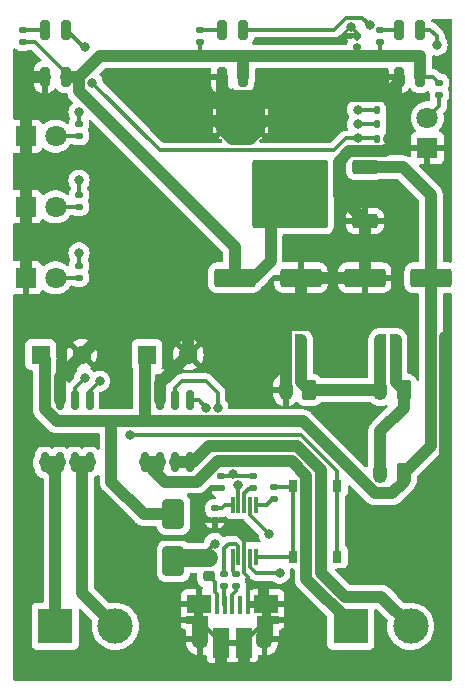
<source format=gbr>
%TF.GenerationSoftware,KiCad,Pcbnew,7.0.6*%
%TF.CreationDate,2025-04-22T02:23:43+09:00*%
%TF.ProjectId,Moving_V4_ESP,4d6f7669-6e67-45f5-9634-5f4553502e6b,rev?*%
%TF.SameCoordinates,Original*%
%TF.FileFunction,Copper,L1,Top*%
%TF.FilePolarity,Positive*%
%FSLAX46Y46*%
G04 Gerber Fmt 4.6, Leading zero omitted, Abs format (unit mm)*
G04 Created by KiCad (PCBNEW 7.0.6) date 2025-04-22 02:23:43*
%MOMM*%
%LPD*%
G01*
G04 APERTURE LIST*
G04 Aperture macros list*
%AMRoundRect*
0 Rectangle with rounded corners*
0 $1 Rounding radius*
0 $2 $3 $4 $5 $6 $7 $8 $9 X,Y pos of 4 corners*
0 Add a 4 corners polygon primitive as box body*
4,1,4,$2,$3,$4,$5,$6,$7,$8,$9,$2,$3,0*
0 Add four circle primitives for the rounded corners*
1,1,$1+$1,$2,$3*
1,1,$1+$1,$4,$5*
1,1,$1+$1,$6,$7*
1,1,$1+$1,$8,$9*
0 Add four rect primitives between the rounded corners*
20,1,$1+$1,$2,$3,$4,$5,0*
20,1,$1+$1,$4,$5,$6,$7,0*
20,1,$1+$1,$6,$7,$8,$9,0*
20,1,$1+$1,$8,$9,$2,$3,0*%
%AMFreePoly0*
4,1,19,0.500000,-0.750000,0.000000,-0.750000,0.000000,-0.744911,-0.071157,-0.744911,-0.207708,-0.704816,-0.327430,-0.627875,-0.420627,-0.520320,-0.479746,-0.390866,-0.500000,-0.250000,-0.500000,0.250000,-0.479746,0.390866,-0.420627,0.520320,-0.327430,0.627875,-0.207708,0.704816,-0.071157,0.744911,0.000000,0.744911,0.000000,0.750000,0.500000,0.750000,0.500000,-0.750000,0.500000,-0.750000,
$1*%
%AMFreePoly1*
4,1,19,0.000000,0.744911,0.071157,0.744911,0.207708,0.704816,0.327430,0.627875,0.420627,0.520320,0.479746,0.390866,0.500000,0.250000,0.500000,-0.250000,0.479746,-0.390866,0.420627,-0.520320,0.327430,-0.627875,0.207708,-0.704816,0.071157,-0.744911,0.000000,-0.744911,0.000000,-0.750000,-0.500000,-0.750000,-0.500000,0.750000,0.000000,0.750000,0.000000,0.744911,0.000000,0.744911,
$1*%
G04 Aperture macros list end*
%TA.AperFunction,SMDPad,CuDef*%
%ADD10RoundRect,0.250000X0.850000X0.350000X-0.850000X0.350000X-0.850000X-0.350000X0.850000X-0.350000X0*%
%TD*%
%TA.AperFunction,SMDPad,CuDef*%
%ADD11RoundRect,0.250000X1.275000X1.125000X-1.275000X1.125000X-1.275000X-1.125000X1.275000X-1.125000X0*%
%TD*%
%TA.AperFunction,SMDPad,CuDef*%
%ADD12RoundRect,0.249997X2.950003X2.650003X-2.950003X2.650003X-2.950003X-2.650003X2.950003X-2.650003X0*%
%TD*%
%TA.AperFunction,SMDPad,CuDef*%
%ADD13RoundRect,0.135000X-0.185000X0.135000X-0.185000X-0.135000X0.185000X-0.135000X0.185000X0.135000X0*%
%TD*%
%TA.AperFunction,SMDPad,CuDef*%
%ADD14RoundRect,0.197500X-0.197500X-0.632500X0.197500X-0.632500X0.197500X0.632500X-0.197500X0.632500X0*%
%TD*%
%TA.AperFunction,SMDPad,CuDef*%
%ADD15RoundRect,0.150000X-0.150000X0.675000X-0.150000X-0.675000X0.150000X-0.675000X0.150000X0.675000X0*%
%TD*%
%TA.AperFunction,SMDPad,CuDef*%
%ADD16RoundRect,0.135000X-0.135000X-0.185000X0.135000X-0.185000X0.135000X0.185000X-0.135000X0.185000X0*%
%TD*%
%TA.AperFunction,SMDPad,CuDef*%
%ADD17RoundRect,0.250000X-0.650000X1.000000X-0.650000X-1.000000X0.650000X-1.000000X0.650000X1.000000X0*%
%TD*%
%TA.AperFunction,SMDPad,CuDef*%
%ADD18RoundRect,0.140000X-0.140000X-0.170000X0.140000X-0.170000X0.140000X0.170000X-0.140000X0.170000X0*%
%TD*%
%TA.AperFunction,SMDPad,CuDef*%
%ADD19RoundRect,0.250000X1.500000X0.550000X-1.500000X0.550000X-1.500000X-0.550000X1.500000X-0.550000X0*%
%TD*%
%TA.AperFunction,SMDPad,CuDef*%
%ADD20RoundRect,0.135000X0.185000X-0.135000X0.185000X0.135000X-0.185000X0.135000X-0.185000X-0.135000X0*%
%TD*%
%TA.AperFunction,SMDPad,CuDef*%
%ADD21R,0.300000X1.400000*%
%TD*%
%TA.AperFunction,SMDPad,CuDef*%
%ADD22R,0.750000X1.000000*%
%TD*%
%TA.AperFunction,SMDPad,CuDef*%
%ADD23FreePoly0,180.000000*%
%TD*%
%TA.AperFunction,SMDPad,CuDef*%
%ADD24FreePoly1,180.000000*%
%TD*%
%TA.AperFunction,SMDPad,CuDef*%
%ADD25RoundRect,0.140000X0.170000X-0.140000X0.170000X0.140000X-0.170000X0.140000X-0.170000X-0.140000X0*%
%TD*%
%TA.AperFunction,SMDPad,CuDef*%
%ADD26R,0.400000X1.650000*%
%TD*%
%TA.AperFunction,SMDPad,CuDef*%
%ADD27R,1.825000X0.700000*%
%TD*%
%TA.AperFunction,SMDPad,CuDef*%
%ADD28R,2.000000X1.500000*%
%TD*%
%TA.AperFunction,SMDPad,CuDef*%
%ADD29R,1.350000X2.000000*%
%TD*%
%TA.AperFunction,ComponentPad*%
%ADD30O,1.350000X1.700000*%
%TD*%
%TA.AperFunction,ComponentPad*%
%ADD31O,1.100000X1.500000*%
%TD*%
%TA.AperFunction,SMDPad,CuDef*%
%ADD32R,1.430000X2.500000*%
%TD*%
%TA.AperFunction,SMDPad,CuDef*%
%ADD33RoundRect,0.140000X-0.170000X0.140000X-0.170000X-0.140000X0.170000X-0.140000X0.170000X0.140000X0*%
%TD*%
%TA.AperFunction,SMDPad,CuDef*%
%ADD34RoundRect,0.250000X-1.500000X-0.550000X1.500000X-0.550000X1.500000X0.550000X-1.500000X0.550000X0*%
%TD*%
%TA.AperFunction,SMDPad,CuDef*%
%ADD35RoundRect,0.218750X0.256250X-0.218750X0.256250X0.218750X-0.256250X0.218750X-0.256250X-0.218750X0*%
%TD*%
%TA.AperFunction,ComponentPad*%
%ADD36R,1.600000X1.600000*%
%TD*%
%TA.AperFunction,ComponentPad*%
%ADD37C,1.600000*%
%TD*%
%TA.AperFunction,ComponentPad*%
%ADD38R,1.800000X1.800000*%
%TD*%
%TA.AperFunction,ComponentPad*%
%ADD39C,1.800000*%
%TD*%
%TA.AperFunction,ComponentPad*%
%ADD40RoundRect,0.250000X0.350000X0.625000X-0.350000X0.625000X-0.350000X-0.625000X0.350000X-0.625000X0*%
%TD*%
%TA.AperFunction,ComponentPad*%
%ADD41O,1.200000X1.750000*%
%TD*%
%TA.AperFunction,HeatsinkPad*%
%ADD42C,0.600000*%
%TD*%
%TA.AperFunction,ComponentPad*%
%ADD43R,3.000000X3.000000*%
%TD*%
%TA.AperFunction,ComponentPad*%
%ADD44C,3.000000*%
%TD*%
%TA.AperFunction,ViaPad*%
%ADD45C,0.800000*%
%TD*%
%TA.AperFunction,Conductor*%
%ADD46C,0.300000*%
%TD*%
%TA.AperFunction,Conductor*%
%ADD47C,1.000000*%
%TD*%
%TA.AperFunction,Conductor*%
%ADD48C,1.500000*%
%TD*%
G04 APERTURE END LIST*
D10*
%TO.P,U2,1,GND*%
%TO.N,GND*%
X130200000Y-123700000D03*
D11*
%TO.P,U2,2,VO*%
%TO.N,+3.3V*%
X125575000Y-122945000D03*
X125575000Y-119895000D03*
D12*
X123900000Y-121420000D03*
D11*
X122225000Y-122945000D03*
X122225000Y-119895000D03*
D10*
%TO.P,U2,3,VI*%
%TO.N,/Vin*%
X130200000Y-119140000D03*
%TD*%
D13*
%TO.P,R3,1*%
%TO.N,/LED_R*%
X106000000Y-127480000D03*
%TO.P,R3,2*%
%TO.N,Net-(D2-A)*%
X106000000Y-128500000D03*
%TD*%
D14*
%TO.P,U6,1,K*%
%TO.N,GND*%
X133100000Y-111500000D03*
%TO.P,U6,2,A*%
%TO.N,Net-(U6-A)*%
X133100000Y-107500000D03*
%TO.P,U6,3*%
%TO.N,+3.3V*%
X134900000Y-111500000D03*
%TO.P,U6,4*%
%TO.N,/SENSOR_3*%
X134900000Y-107500000D03*
%TD*%
D13*
%TO.P,R15,1*%
%TO.N,Net-(U3-RXD0{slash}IO3)*%
X118000000Y-145290000D03*
%TO.P,R15,2*%
%TO.N,GND*%
X118000000Y-146310000D03*
%TD*%
D15*
%TO.P,U7,1,BI*%
%TO.N,/L_in1*%
X115405000Y-138875000D03*
%TO.P,U7,2,FI*%
%TO.N,/L_in2*%
X114135000Y-138875000D03*
%TO.P,U7,3,GND*%
%TO.N,GND*%
X112865000Y-138875000D03*
%TO.P,U7,4,VCC*%
%TO.N,/Vin*%
X111595000Y-138875000D03*
%TO.P,U7,5,FO*%
%TO.N,/P_MOT_L2*%
X111595000Y-144125000D03*
%TO.P,U7,6,FO*%
X112865000Y-144125000D03*
%TO.P,U7,7,BO*%
%TO.N,/P_MOT_L1*%
X114135000Y-144125000D03*
%TO.P,U7,8,BO*%
X115405000Y-144125000D03*
%TD*%
D16*
%TO.P,R9,1*%
%TO.N,/SENSOR_1*%
X131190000Y-116750000D03*
%TO.P,R9,2*%
%TO.N,GND*%
X132210000Y-116750000D03*
%TD*%
D17*
%TO.P,D5,1,K*%
%TO.N,/Vin*%
X114000000Y-148500000D03*
%TO.P,D5,2,A*%
%TO.N,/USB 5V_F*%
X114000000Y-152500000D03*
%TD*%
D18*
%TO.P,C7,1*%
%TO.N,/Vin*%
X111770000Y-137000000D03*
%TO.P,C7,2*%
%TO.N,GND*%
X112730000Y-137000000D03*
%TD*%
D15*
%TO.P,U8,1,BI*%
%TO.N,/R_in1*%
X106905000Y-138875000D03*
%TO.P,U8,2,FI*%
%TO.N,/R_in2*%
X105635000Y-138875000D03*
%TO.P,U8,3,GND*%
%TO.N,GND*%
X104365000Y-138875000D03*
%TO.P,U8,4,VCC*%
%TO.N,/Vin*%
X103095000Y-138875000D03*
%TO.P,U8,5,FO*%
%TO.N,/P_MOT_R2*%
X103095000Y-144125000D03*
%TO.P,U8,6,FO*%
X104365000Y-144125000D03*
%TO.P,U8,7,BO*%
%TO.N,/P_MOT_R1*%
X105635000Y-144125000D03*
%TO.P,U8,8,BO*%
X106905000Y-144125000D03*
%TD*%
D19*
%TO.P,C2,1*%
%TO.N,/Vin*%
X135800000Y-128500000D03*
%TO.P,C2,2*%
%TO.N,GND*%
X130200000Y-128500000D03*
%TD*%
D20*
%TO.P,R14,1*%
%TO.N,/Tx(USB->ESP)*%
X120750000Y-146260000D03*
%TO.P,R14,2*%
%TO.N,Net-(U3-RXD0{slash}IO3)*%
X120750000Y-145240000D03*
%TD*%
D21*
%TO.P,U1,1,UD+*%
%TO.N,Net-(U1-UD+)*%
X119000000Y-152100000D03*
%TO.P,U1,2,UD-*%
%TO.N,Net-(U1-UD-)*%
X119500000Y-152100000D03*
%TO.P,U1,3,GND*%
%TO.N,GND*%
X120000000Y-152100000D03*
%TO.P,U1,4,~{RTS}*%
%TO.N,/EN*%
X120500000Y-152100000D03*
%TO.P,U1,5,~{CTS}*%
%TO.N,Net-(U1-~{CTS})*%
X121000000Y-152100000D03*
%TO.P,U1,6,TNOW/~{DTR}*%
%TO.N,Net-(U1-TNOW{slash}~{DTR})*%
X121000000Y-147700000D03*
%TO.P,U1,7,VCC*%
%TO.N,/USB 5V_F*%
X120500000Y-147700000D03*
%TO.P,U1,8,TXD*%
%TO.N,/Tx(USB->ESP)*%
X120000000Y-147700000D03*
%TO.P,U1,9,RXD*%
%TO.N,/Rx(USB<-ESP)*%
X119500000Y-147700000D03*
%TO.P,U1,10,V3*%
%TO.N,Net-(U1-V3)*%
X119000000Y-147700000D03*
%TD*%
D18*
%TO.P,C8,1*%
%TO.N,/Vin*%
X103270000Y-137000000D03*
%TO.P,C8,2*%
%TO.N,GND*%
X104230000Y-137000000D03*
%TD*%
D13*
%TO.P,R8,1*%
%TO.N,Net-(U6-A)*%
X131500000Y-107500000D03*
%TO.P,R8,2*%
%TO.N,+3.3V*%
X131500000Y-108520000D03*
%TD*%
D22*
%TO.P,SW1,1,1*%
%TO.N,Net-(U1-~{CTS})*%
X124125000Y-152100000D03*
X124125000Y-146100000D03*
%TO.P,SW1,2,2*%
%TO.N,/IO_0*%
X127875000Y-152100000D03*
X127875000Y-146100000D03*
%TD*%
D23*
%TO.P,JP1,1,A*%
%TO.N,/P_in1-*%
X132800000Y-134000000D03*
D24*
%TO.P,JP1,2,B*%
%TO.N,/P_in2-*%
X131500000Y-134000000D03*
%TD*%
D13*
%TO.P,R4,1*%
%TO.N,/LED_Y*%
X106000000Y-121480000D03*
%TO.P,R4,2*%
%TO.N,Net-(D3-A)*%
X106000000Y-122500000D03*
%TD*%
D25*
%TO.P,C4,1*%
%TO.N,+3.3V*%
X129500000Y-108980000D03*
%TO.P,C4,2*%
%TO.N,GND*%
X129500000Y-108020000D03*
%TD*%
D16*
%TO.P,R11,1*%
%TO.N,/SENSOR_3*%
X131240000Y-115500000D03*
%TO.P,R11,2*%
%TO.N,GND*%
X132260000Y-115500000D03*
%TD*%
D13*
%TO.P,R1,1*%
%TO.N,Net-(U1-~{CTS})*%
X122500000Y-146240000D03*
%TO.P,R1,2*%
%TO.N,Net-(U1-TNOW{slash}~{DTR})*%
X122500000Y-147260000D03*
%TD*%
D23*
%TO.P,JP2,1,A*%
%TO.N,/P_in2-*%
X124800000Y-134000000D03*
D24*
%TO.P,JP2,2,B*%
%TO.N,GND*%
X123500000Y-134000000D03*
%TD*%
D13*
%TO.P,R7,1*%
%TO.N,Net-(U5-A)*%
X116250000Y-107500000D03*
%TO.P,R7,2*%
%TO.N,+3.3V*%
X116250000Y-108520000D03*
%TD*%
D14*
%TO.P,U5,1,K*%
%TO.N,GND*%
X118100000Y-111500000D03*
%TO.P,U5,2,A*%
%TO.N,Net-(U5-A)*%
X118100000Y-107500000D03*
%TO.P,U5,3*%
%TO.N,+3.3V*%
X119900000Y-111500000D03*
%TO.P,U5,4*%
%TO.N,/SENSOR_2*%
X119900000Y-107500000D03*
%TD*%
D26*
%TO.P,J4,1,VBUS*%
%TO.N,/USB 5V*%
X117675000Y-156235000D03*
%TO.P,J4,2,D-*%
%TO.N,/D-*%
X118325000Y-156235000D03*
%TO.P,J4,3,D+*%
%TO.N,/D+*%
X118975000Y-156235000D03*
%TO.P,J4,4,ID*%
%TO.N,unconnected-(J4-ID-Pad4)*%
X119625000Y-156235000D03*
%TO.P,J4,5,GND*%
%TO.N,GND*%
X120275000Y-156235000D03*
D27*
%TO.P,J4,6,Shield*%
X116025000Y-157435000D03*
D28*
X116125000Y-156135000D03*
D29*
X116245000Y-158185000D03*
D30*
X116245000Y-159115000D03*
D31*
X116555000Y-156115000D03*
D32*
X118015000Y-159385000D03*
X119935000Y-159385000D03*
D31*
X121395000Y-156115000D03*
D30*
X121705000Y-159115000D03*
D29*
X121725000Y-158185000D03*
D28*
X121875000Y-156115000D03*
D27*
X121975000Y-157435000D03*
%TD*%
D14*
%TO.P,U4,1,K*%
%TO.N,GND*%
X103100000Y-111500000D03*
%TO.P,U4,2,A*%
%TO.N,Net-(U4-A)*%
X103100000Y-107500000D03*
%TO.P,U4,3*%
%TO.N,+3.3V*%
X104900000Y-111500000D03*
%TO.P,U4,4*%
%TO.N,/SENSOR_1*%
X104900000Y-107500000D03*
%TD*%
D13*
%TO.P,R2,1*%
%TO.N,+3.3V*%
X136500000Y-111990000D03*
%TO.P,R2,2*%
%TO.N,Net-(D1-A)*%
X136500000Y-113010000D03*
%TD*%
D16*
%TO.P,R10,1*%
%TO.N,/SENSOR_2*%
X131240000Y-114250000D03*
%TO.P,R10,2*%
%TO.N,GND*%
X132260000Y-114250000D03*
%TD*%
D13*
%TO.P,R5,1*%
%TO.N,/LED_G*%
X106000000Y-115480000D03*
%TO.P,R5,2*%
%TO.N,Net-(D4-A)*%
X106000000Y-116500000D03*
%TD*%
%TO.P,R6,1*%
%TO.N,Net-(U4-A)*%
X101250000Y-107500000D03*
%TO.P,R6,2*%
%TO.N,+3.3V*%
X101250000Y-108520000D03*
%TD*%
D33*
%TO.P,C1,1*%
%TO.N,Net-(U1-V3)*%
X117500000Y-148020000D03*
%TO.P,C1,2*%
%TO.N,GND*%
X117500000Y-148980000D03*
%TD*%
D34*
%TO.P,C3,1*%
%TO.N,+3.3V*%
X119200000Y-128500000D03*
%TO.P,C3,2*%
%TO.N,GND*%
X124800000Y-128500000D03*
%TD*%
D35*
%TO.P,F1,1*%
%TO.N,/USB 5V*%
X117000000Y-153787500D03*
%TO.P,F1,2*%
%TO.N,/USB 5V_F*%
X117000000Y-152212500D03*
%TD*%
D20*
%TO.P,R12,1*%
%TO.N,/D+*%
X119300000Y-154610000D03*
%TO.P,R12,2*%
%TO.N,Net-(U1-UD+)*%
X119300000Y-153590000D03*
%TD*%
%TO.P,R13,1*%
%TO.N,/D-*%
X118300000Y-154610000D03*
%TO.P,R13,2*%
%TO.N,Net-(U1-UD-)*%
X118300000Y-153590000D03*
%TD*%
D36*
%TO.P,C5,1*%
%TO.N,/Vin*%
X111750000Y-135000000D03*
D37*
%TO.P,C5,2*%
%TO.N,GND*%
X115250000Y-135000000D03*
%TD*%
D38*
%TO.P,D2,1,K*%
%TO.N,GND*%
X101475000Y-128500000D03*
D39*
%TO.P,D2,2,A*%
%TO.N,Net-(D2-A)*%
X104015000Y-128500000D03*
%TD*%
D36*
%TO.P,C6,1*%
%TO.N,/Vin*%
X102750000Y-135000000D03*
D37*
%TO.P,C6,2*%
%TO.N,GND*%
X106250000Y-135000000D03*
%TD*%
D40*
%TO.P,J1,1,Pin_1*%
%TO.N,/Vin*%
X133500000Y-145000000D03*
D41*
%TO.P,J1,2,Pin_2*%
%TO.N,/P_in1-*%
X131500000Y-145000000D03*
%TD*%
D42*
%TO.P,U3,39,GND*%
%TO.N,GND*%
X121205000Y-115967500D03*
X121205000Y-114442500D03*
X120442500Y-116730000D03*
X120442500Y-115205000D03*
X120442500Y-113680000D03*
X119680000Y-115967500D03*
X119680000Y-114442500D03*
X118917500Y-116730000D03*
X118917500Y-115205000D03*
X118917500Y-113680000D03*
X118155000Y-115967500D03*
X118155000Y-114442500D03*
%TD*%
D40*
%TO.P,J2,1,Pin_1*%
%TO.N,/P_in1-*%
X133500000Y-138000000D03*
D41*
%TO.P,J2,2,Pin_2*%
%TO.N,/P_in2-*%
X131500000Y-138000000D03*
%TD*%
D38*
%TO.P,D4,1,K*%
%TO.N,GND*%
X101475000Y-116500000D03*
D39*
%TO.P,D4,2,A*%
%TO.N,Net-(D4-A)*%
X104015000Y-116500000D03*
%TD*%
D38*
%TO.P,D1,1,K*%
%TO.N,GND*%
X135500000Y-117500000D03*
D39*
%TO.P,D1,2,A*%
%TO.N,Net-(D1-A)*%
X135500000Y-114960000D03*
%TD*%
D43*
%TO.P,J6,1,Pin_1*%
%TO.N,/P_MOT_L2*%
X129000000Y-158000000D03*
D44*
%TO.P,J6,2,Pin_2*%
%TO.N,/P_MOT_L1*%
X134080000Y-158000000D03*
%TD*%
D38*
%TO.P,D3,1,K*%
%TO.N,GND*%
X101475000Y-122500000D03*
D39*
%TO.P,D3,2,A*%
%TO.N,Net-(D3-A)*%
X104015000Y-122500000D03*
%TD*%
D40*
%TO.P,J3,1,Pin_1*%
%TO.N,/P_in2-*%
X125500000Y-138000000D03*
D41*
%TO.P,J3,2,Pin_2*%
%TO.N,GND*%
X123500000Y-138000000D03*
%TD*%
D43*
%TO.P,J5,1,Pin_1*%
%TO.N,/P_MOT_R2*%
X104000000Y-158000000D03*
D44*
%TO.P,J5,2,Pin_2*%
%TO.N,/P_MOT_R1*%
X109080000Y-158000000D03*
%TD*%
D45*
%TO.N,GND*%
X114000000Y-157000000D03*
X101000000Y-148500000D03*
X101000000Y-132000000D03*
X101000000Y-160500000D03*
X109500000Y-161500000D03*
X137000000Y-157500000D03*
X116000000Y-128000000D03*
X116000000Y-116000000D03*
X137000000Y-138000000D03*
X137000000Y-135000000D03*
X134000000Y-154500000D03*
X137000000Y-136500000D03*
X105500000Y-125000000D03*
X101000000Y-153000000D03*
X114000000Y-160000000D03*
X130500000Y-132500000D03*
X121000000Y-135000000D03*
X123000000Y-112000000D03*
X137000000Y-148500000D03*
X128500000Y-135500000D03*
X129000000Y-132500000D03*
X112500000Y-158500000D03*
X102000000Y-161500000D03*
X108000000Y-148500000D03*
X108000000Y-150000000D03*
X135500000Y-150000000D03*
X125500000Y-160000000D03*
X114000000Y-114000000D03*
X134000000Y-151500000D03*
X101000000Y-145500000D03*
X134000000Y-122500000D03*
X109500000Y-151500000D03*
X133000000Y-123000000D03*
X124000000Y-160000000D03*
X137000000Y-144000000D03*
X125000000Y-116000000D03*
X137000000Y-154500000D03*
X112500000Y-160000000D03*
X137000000Y-142500000D03*
X125500000Y-161500000D03*
X103500000Y-161500000D03*
X123000000Y-114000000D03*
X101000000Y-147000000D03*
X101000000Y-139500000D03*
X137000000Y-160500000D03*
X106500000Y-161500000D03*
X137000000Y-120000000D03*
X116000000Y-130000000D03*
X111500000Y-130500000D03*
X101000000Y-150000000D03*
X132500000Y-151500000D03*
X135500000Y-151500000D03*
X124000000Y-158500000D03*
X129000000Y-107250000D03*
X105000000Y-161500000D03*
X101500000Y-111250000D03*
X116000000Y-114000000D03*
X101000000Y-138000000D03*
X101500000Y-112500000D03*
X108000000Y-161500000D03*
X101000000Y-142500000D03*
X118000000Y-132000000D03*
X101000000Y-141000000D03*
X137000000Y-150000000D03*
X114000000Y-128000000D03*
X125500000Y-158500000D03*
X137000000Y-159000000D03*
X134500000Y-161500000D03*
X111000000Y-161500000D03*
X128500000Y-161500000D03*
X132000000Y-111500000D03*
X137000000Y-141000000D03*
X109500000Y-150000000D03*
X101000000Y-144000000D03*
X137000000Y-147000000D03*
X101000000Y-151500000D03*
X131500000Y-161500000D03*
X137000000Y-156000000D03*
X112500000Y-157000000D03*
X128500000Y-139500000D03*
X130000000Y-121500000D03*
X127500000Y-132500000D03*
X130000000Y-161500000D03*
X129500000Y-142000000D03*
X116250000Y-150000000D03*
X137000000Y-145500000D03*
X137000000Y-153000000D03*
X128500000Y-141000000D03*
X114000000Y-116000000D03*
X136000000Y-161500000D03*
X137000000Y-151500000D03*
X109500000Y-148500000D03*
X101500000Y-110000000D03*
X112500000Y-161500000D03*
X131000000Y-151500000D03*
X123000000Y-116000000D03*
X137000000Y-133500000D03*
X125000000Y-112000000D03*
X116000000Y-112000000D03*
X108000000Y-151500000D03*
X137000000Y-139500000D03*
X125000000Y-114000000D03*
X116250000Y-148500000D03*
X133000000Y-161500000D03*
X114000000Y-158500000D03*
X127000000Y-161500000D03*
X108000000Y-147000000D03*
X114000000Y-112000000D03*
X135500000Y-154500000D03*
%TO.N,+3.3V*%
X129500000Y-109750000D03*
%TO.N,/LED_R*%
X106000000Y-126400000D03*
%TO.N,/LED_Y*%
X106000000Y-120250000D03*
%TO.N,/LED_G*%
X106000000Y-114475000D03*
%TO.N,/SENSOR_1*%
X129600000Y-116700000D03*
X107100000Y-111975000D03*
X106500000Y-109000000D03*
%TO.N,/SENSOR_2*%
X130600000Y-107100000D03*
X129600000Y-114250000D03*
%TO.N,/SENSOR_3*%
X136300000Y-108800000D03*
X129600000Y-115500000D03*
%TO.N,/IO_0*%
X110300000Y-141775000D03*
%TO.N,/EN*%
X123000000Y-153500000D03*
%TO.N,/Rx(USB<-ESP)*%
X119500000Y-146000000D03*
%TO.N,/L_in1*%
X116750000Y-139500000D03*
%TO.N,/L_in2*%
X117750000Y-139500000D03*
%TO.N,/R_in1*%
X107750000Y-137250000D03*
%TO.N,/R_in2*%
X106500000Y-137000000D03*
%TO.N,/USB 5V_F*%
X117500000Y-151000000D03*
X122100000Y-150200000D03*
%TO.N,Net-(U3-RXD0{slash}IO3)*%
X119000000Y-145100000D03*
%TD*%
D46*
%TO.N,Net-(U1-V3)*%
X117500000Y-148020000D02*
X117520000Y-148000000D01*
X117520000Y-148000000D02*
X118100000Y-148000000D01*
X118100000Y-148000000D02*
X118400000Y-147700000D01*
X118400000Y-147700000D02*
X119000000Y-147700000D01*
D47*
%TO.N,GND*%
X137000000Y-135000000D02*
X137000000Y-133500000D01*
X118155000Y-115967500D02*
X118917500Y-115205000D01*
X118100000Y-112500000D02*
X118100000Y-111500000D01*
X118100000Y-115912500D02*
X118100000Y-111500000D01*
D46*
X116750000Y-148750000D02*
X116250000Y-148500000D01*
D47*
X133000000Y-161500000D02*
X132500000Y-161500000D01*
X118000000Y-132000000D02*
X118500000Y-132500000D01*
X121205000Y-115967500D02*
X121205000Y-113185000D01*
X121205000Y-113185000D02*
X121250000Y-113140000D01*
X127000000Y-161500000D02*
X126500000Y-161500000D01*
X120442500Y-113680000D02*
X118917500Y-113680000D01*
X121250000Y-113140000D02*
X122140000Y-113140000D01*
X137000000Y-138000000D02*
X137000000Y-139500000D01*
X112865000Y-137385000D02*
X112865000Y-138875000D01*
X125860000Y-113140000D02*
X131900000Y-113140000D01*
D46*
X119935000Y-159385000D02*
X121135000Y-158185000D01*
D47*
X132510000Y-113750000D02*
X131900000Y-113140000D01*
X123860000Y-113140000D02*
X124140000Y-113140000D01*
X117500000Y-132500000D02*
X118000000Y-132000000D01*
D46*
X117480000Y-149000000D02*
X117000000Y-149000000D01*
X117000000Y-149000000D02*
X116750000Y-148750000D01*
D47*
X121250000Y-113140000D02*
X120500000Y-113140000D01*
X125000000Y-114000000D02*
X125860000Y-113140000D01*
X130200000Y-128500000D02*
X130200000Y-123700000D01*
D46*
X120275000Y-156235000D02*
X121275000Y-156235000D01*
D47*
X101475000Y-128500000D02*
X101475000Y-113125000D01*
X130200000Y-123700000D02*
X128000000Y-121500000D01*
X137000000Y-157500000D02*
X137000000Y-159000000D01*
X127500000Y-132500000D02*
X123000000Y-132500000D01*
X118917500Y-116730000D02*
X118100000Y-115912500D01*
X120442500Y-116730000D02*
X118917500Y-116730000D01*
X137000000Y-151500000D02*
X137000000Y-153000000D01*
X123500000Y-132500000D02*
X123500000Y-138000000D01*
X115250000Y-132500000D02*
X115250000Y-135000000D01*
X104365000Y-136885000D02*
X106250000Y-135000000D01*
X137000000Y-148500000D02*
X137000000Y-150000000D01*
X137000000Y-144000000D02*
X137000000Y-145500000D01*
X137000000Y-136500000D02*
X137000000Y-135000000D01*
X120442500Y-116730000D02*
X120442500Y-113197500D01*
X122140000Y-113140000D02*
X123000000Y-114000000D01*
X124800000Y-132500000D02*
X124800000Y-128500000D01*
D46*
X121875000Y-156115000D02*
X121875000Y-157335000D01*
X116815000Y-158185000D02*
X118015000Y-159385000D01*
D47*
X115250000Y-135000000D02*
X112865000Y-137385000D01*
X137000000Y-160500000D02*
X136000000Y-161500000D01*
X137000000Y-156000000D02*
X137000000Y-157500000D01*
X136000000Y-161500000D02*
X134500000Y-161500000D01*
D46*
X120000000Y-153525000D02*
X120275000Y-153800000D01*
X121875000Y-157335000D02*
X121975000Y-157435000D01*
X121135000Y-158185000D02*
X121725000Y-158185000D01*
D47*
X101475000Y-111500000D02*
X103100000Y-111500000D01*
X137000000Y-154500000D02*
X137000000Y-156000000D01*
X118740000Y-113140000D02*
X118100000Y-112500000D01*
D46*
X129000000Y-107250000D02*
X129500000Y-107750000D01*
X117290000Y-146310000D02*
X118000000Y-146310000D01*
D47*
X120500000Y-113140000D02*
X118740000Y-113140000D01*
D46*
X117520000Y-149000000D02*
X117500000Y-148980000D01*
X120000000Y-152100000D02*
X120000000Y-150750000D01*
D47*
X132510000Y-117050000D02*
X132210000Y-116750000D01*
D46*
X116750000Y-146850000D02*
X117290000Y-146310000D01*
D47*
X130200000Y-128500000D02*
X124800000Y-128500000D01*
X106250000Y-135000000D02*
X108750000Y-132500000D01*
X118917500Y-115205000D02*
X120442500Y-115205000D01*
D46*
X129500000Y-107750000D02*
X129500000Y-108250000D01*
D47*
X128900000Y-117800000D02*
X131950000Y-117800000D01*
X101500000Y-111250000D02*
X101500000Y-110000000D01*
X137000000Y-159000000D02*
X137000000Y-160500000D01*
X137000000Y-150000000D02*
X137000000Y-151500000D01*
X128000000Y-118700000D02*
X128900000Y-117800000D01*
X128000000Y-121500000D02*
X128000000Y-118700000D01*
X121205000Y-115967500D02*
X120442500Y-116730000D01*
X120442500Y-113197500D02*
X120500000Y-113140000D01*
X124140000Y-113140000D02*
X125000000Y-114000000D01*
X123500000Y-134000000D02*
X123500000Y-138000000D01*
X137000000Y-147000000D02*
X137000000Y-148500000D01*
X119935000Y-161435000D02*
X119935000Y-159385000D01*
D46*
X116125000Y-157335000D02*
X116025000Y-157435000D01*
X120275000Y-153800000D02*
X120275000Y-156135000D01*
X132770000Y-117500000D02*
X132510000Y-117240000D01*
D47*
X134500000Y-161500000D02*
X133000000Y-161500000D01*
X101475000Y-113125000D02*
X101475000Y-111500000D01*
X101500000Y-112500000D02*
X101500000Y-111250000D01*
X137000000Y-153000000D02*
X137000000Y-154500000D01*
X133100000Y-111940000D02*
X133100000Y-111500000D01*
X132510000Y-116450000D02*
X132510000Y-113750000D01*
X130500000Y-161500000D02*
X130000000Y-161500000D01*
X118375000Y-161500000D02*
X118015000Y-161140000D01*
D46*
X120000000Y-150750000D02*
X118250000Y-149000000D01*
D47*
X120000000Y-161500000D02*
X119935000Y-161435000D01*
X131500000Y-161500000D02*
X130500000Y-161500000D01*
X137000000Y-139500000D02*
X137000000Y-141000000D01*
X137000000Y-136500000D02*
X137000000Y-138000000D01*
X130000000Y-161500000D02*
X128500000Y-161500000D01*
X131900000Y-113140000D02*
X133100000Y-111940000D01*
X123000000Y-114000000D02*
X123860000Y-113140000D01*
X118155000Y-114442500D02*
X121205000Y-114442500D01*
D46*
X117500000Y-148980000D02*
X117480000Y-149000000D01*
X120000000Y-152225000D02*
X120000000Y-153525000D01*
D47*
X118015000Y-161140000D02*
X118015000Y-159385000D01*
X101500000Y-112500000D02*
X101500000Y-113100000D01*
X118500000Y-132500000D02*
X122800000Y-132500000D01*
X126500000Y-161500000D02*
X125500000Y-161500000D01*
X131950000Y-117800000D02*
X132510000Y-117240000D01*
X121205000Y-115967500D02*
X118155000Y-115967500D01*
X137000000Y-145500000D02*
X137000000Y-147000000D01*
X120750000Y-161500000D02*
X118375000Y-161500000D01*
X108750000Y-132500000D02*
X117500000Y-132500000D01*
X120750000Y-161500000D02*
X120000000Y-161500000D01*
D46*
X116125000Y-156135000D02*
X116125000Y-157335000D01*
D47*
X132510000Y-117240000D02*
X132510000Y-117050000D01*
X132500000Y-161500000D02*
X131500000Y-161500000D01*
D46*
X116250000Y-148500000D02*
X116750000Y-146850000D01*
D47*
X132210000Y-116750000D02*
X132510000Y-116450000D01*
X104365000Y-138875000D02*
X104365000Y-136885000D01*
D46*
X116245000Y-158185000D02*
X116815000Y-158185000D01*
D47*
X127500000Y-132500000D02*
X130500000Y-132500000D01*
X128500000Y-161500000D02*
X127000000Y-161500000D01*
D46*
X121275000Y-156235000D02*
X121395000Y-156115000D01*
X118250000Y-149000000D02*
X117520000Y-149000000D01*
X118015000Y-159385000D02*
X119935000Y-159385000D01*
X135500000Y-117500000D02*
X132770000Y-117500000D01*
D47*
X125500000Y-161500000D02*
X120750000Y-161500000D01*
X101500000Y-113100000D02*
X101475000Y-113125000D01*
X137000000Y-141000000D02*
X137000000Y-142500000D01*
X137000000Y-142500000D02*
X137000000Y-144000000D01*
%TO.N,/Vin*%
X133440000Y-119140000D02*
X135800000Y-121500000D01*
X135800000Y-128500000D02*
X135800000Y-142700000D01*
X130200000Y-119140000D02*
X133440000Y-119140000D01*
X103095000Y-135345000D02*
X102750000Y-135000000D01*
X133500000Y-145750000D02*
X132500000Y-146750000D01*
X111750000Y-135000000D02*
X111595000Y-135155000D01*
X131050000Y-146750000D02*
X124950000Y-140650000D01*
X111595000Y-135155000D02*
X111595000Y-138875000D01*
X111595000Y-140650000D02*
X111595000Y-135155000D01*
X103095000Y-139645000D02*
X103095000Y-135345000D01*
X108750000Y-145750000D02*
X108750000Y-140650000D01*
X109975000Y-140650000D02*
X111595000Y-140650000D01*
X133500000Y-145000000D02*
X133500000Y-145750000D01*
X114000000Y-148500000D02*
X111500000Y-148500000D01*
X132500000Y-146750000D02*
X131050000Y-146750000D01*
X104100000Y-140650000D02*
X103095000Y-139645000D01*
X135800000Y-142700000D02*
X133500000Y-145000000D01*
X124950000Y-140650000D02*
X104100000Y-140650000D01*
X135800000Y-121500000D02*
X135800000Y-128500000D01*
X111500000Y-148500000D02*
X108750000Y-145750000D01*
X108750000Y-140650000D02*
X108150000Y-140650000D01*
D46*
%TO.N,+3.3V*%
X116250000Y-108520000D02*
X116250000Y-109750000D01*
D47*
X119900000Y-109750000D02*
X119900000Y-111500000D01*
D46*
X131500000Y-108520000D02*
X131500000Y-109750000D01*
X136500000Y-111990000D02*
X136490000Y-111990000D01*
X102270000Y-108520000D02*
X101250000Y-108520000D01*
X129500000Y-109750000D02*
X129500000Y-108750000D01*
D47*
X106000000Y-111500000D02*
X106000000Y-112725000D01*
X119200000Y-128500000D02*
X120800000Y-128500000D01*
X119200000Y-125925000D02*
X119200000Y-128500000D01*
X104900000Y-111500000D02*
X106000000Y-111500000D01*
D46*
X136490000Y-111990000D02*
X136000000Y-111500000D01*
X136000000Y-111500000D02*
X134900000Y-111500000D01*
D47*
X116250000Y-109750000D02*
X119900000Y-109750000D01*
X122225000Y-127075000D02*
X122225000Y-122945000D01*
X134900000Y-109750000D02*
X134900000Y-111500000D01*
X120800000Y-128500000D02*
X122225000Y-127075000D01*
X106000000Y-112725000D02*
X119200000Y-125925000D01*
X106000000Y-111500000D02*
X107750000Y-109750000D01*
X107750000Y-109750000D02*
X116250000Y-109750000D01*
D46*
X104900000Y-111150000D02*
X102270000Y-108520000D01*
D47*
X119900000Y-109750000D02*
X131500000Y-109750000D01*
D46*
X104900000Y-111500000D02*
X104900000Y-111150000D01*
D47*
X131500000Y-109750000D02*
X134900000Y-109750000D01*
D46*
%TO.N,Net-(D1-A)*%
X136500000Y-113960000D02*
X135500000Y-114960000D01*
X136500000Y-113010000D02*
X136500000Y-113960000D01*
%TO.N,Net-(D2-A)*%
X105990000Y-128500000D02*
X104015000Y-128500000D01*
%TO.N,Net-(D3-A)*%
X105990000Y-122500000D02*
X104015000Y-122500000D01*
%TO.N,Net-(D4-A)*%
X105990000Y-116500000D02*
X104015000Y-116500000D01*
%TO.N,/USB 5V*%
X117500000Y-154287500D02*
X117000000Y-153787500D01*
X117500000Y-155075000D02*
X117500000Y-154287500D01*
X117675000Y-155250000D02*
X117675000Y-156235000D01*
X117675000Y-155250000D02*
X117500000Y-155075000D01*
D47*
%TO.N,/P_in1-*%
X131500000Y-141500000D02*
X133500000Y-139500000D01*
X131500000Y-145000000D02*
X131500000Y-141500000D01*
X133500000Y-139500000D02*
X133500000Y-138000000D01*
X132800000Y-137300000D02*
X132800000Y-134000000D01*
X133500000Y-138000000D02*
X132800000Y-137300000D01*
%TO.N,/P_in2-*%
X131500000Y-134000000D02*
X131500000Y-138000000D01*
X124800000Y-137300000D02*
X125500000Y-138000000D01*
X124800000Y-134000000D02*
X124800000Y-137300000D01*
X125500000Y-138000000D02*
X131500000Y-138000000D01*
D46*
%TO.N,/D-*%
X118300000Y-154610000D02*
X118300000Y-156210000D01*
%TO.N,/D+*%
X118975000Y-156235000D02*
X118975000Y-155325000D01*
X119300000Y-155000000D02*
X119300000Y-154610000D01*
X118975000Y-155325000D02*
X119300000Y-155000000D01*
D47*
%TO.N,/P_MOT_R2*%
X103500000Y-144375000D02*
X103500000Y-144500000D01*
X103500000Y-144500000D02*
X104000000Y-145000000D01*
X103750000Y-144125000D02*
X103500000Y-144375000D01*
X103095000Y-144125000D02*
X104365000Y-144125000D01*
X104000000Y-145000000D02*
X104000000Y-158000000D01*
%TO.N,/P_MOT_R1*%
X106905000Y-144125000D02*
X105635000Y-144125000D01*
X106500000Y-144125000D02*
X106250000Y-144375000D01*
X106250000Y-144375000D02*
X106250000Y-155170000D01*
X106250000Y-155170000D02*
X109080000Y-158000000D01*
%TO.N,/P_MOT_L1*%
X126500000Y-144800000D02*
X126500000Y-153500000D01*
X117000000Y-142750000D02*
X124450000Y-142750000D01*
X126500000Y-153500000D02*
X128500000Y-155500000D01*
X114135000Y-144125000D02*
X115405000Y-144125000D01*
X115625000Y-144125000D02*
X117000000Y-142750000D01*
X131580000Y-155500000D02*
X134080000Y-158000000D01*
X124450000Y-142750000D02*
X126500000Y-144800000D01*
X128500000Y-155500000D02*
X131580000Y-155500000D01*
X115405000Y-144125000D02*
X115625000Y-144125000D01*
%TO.N,/P_MOT_L2*%
X125250000Y-154000000D02*
X129000000Y-157750000D01*
X113250000Y-145750000D02*
X116000000Y-145750000D01*
X124000000Y-144000000D02*
X125250000Y-145250000D01*
X116000000Y-145750000D02*
X117750000Y-144000000D01*
X112865000Y-144135000D02*
X112250000Y-144750000D01*
X117750000Y-144000000D02*
X124000000Y-144000000D01*
X111595000Y-144125000D02*
X112865000Y-144125000D01*
X112250000Y-144750000D02*
X113250000Y-145750000D01*
X125250000Y-145250000D02*
X125250000Y-154000000D01*
X129000000Y-157750000D02*
X129000000Y-158000000D01*
X112865000Y-144125000D02*
X112865000Y-144135000D01*
D46*
%TO.N,Net-(U1-~{CTS})*%
X124125000Y-146100000D02*
X124125000Y-152100000D01*
X121000000Y-152100000D02*
X124125000Y-152100000D01*
X123985000Y-146240000D02*
X122500000Y-146240000D01*
X124125000Y-146100000D02*
X123985000Y-146240000D01*
%TO.N,Net-(U1-TNOW{slash}~{DTR})*%
X121900000Y-147700000D02*
X121000000Y-147700000D01*
X122500000Y-147260000D02*
X122340000Y-147260000D01*
X122340000Y-147260000D02*
X121900000Y-147700000D01*
%TO.N,/LED_R*%
X106000000Y-126400000D02*
X106000000Y-127480000D01*
%TO.N,/LED_Y*%
X106000000Y-120250000D02*
X106000000Y-121480000D01*
%TO.N,/LED_G*%
X106000000Y-114475000D02*
X106000000Y-115480000D01*
%TO.N,Net-(U4-A)*%
X101250000Y-107500000D02*
X103100000Y-107500000D01*
%TO.N,Net-(U5-A)*%
X116250000Y-107500000D02*
X118100000Y-107500000D01*
%TO.N,Net-(U6-A)*%
X131500000Y-107500000D02*
X133100000Y-107500000D01*
%TO.N,/SENSOR_1*%
X127600000Y-117700000D02*
X128600000Y-116700000D01*
X106400000Y-109000000D02*
X104900000Y-107500000D01*
X107100000Y-111975000D02*
X112825000Y-117700000D01*
X128600000Y-116700000D02*
X129600000Y-116700000D01*
X106500000Y-109000000D02*
X106400000Y-109000000D01*
X112825000Y-117700000D02*
X127600000Y-117700000D01*
X131190000Y-116750000D02*
X131140000Y-116700000D01*
X131140000Y-116700000D02*
X129600000Y-116700000D01*
%TO.N,/SENSOR_2*%
X128600000Y-106500000D02*
X130000000Y-106500000D01*
X129600000Y-114250000D02*
X131240000Y-114250000D01*
X119900000Y-107500000D02*
X127600000Y-107500000D01*
X127600000Y-107500000D02*
X128600000Y-106500000D01*
X130000000Y-106500000D02*
X130600000Y-107100000D01*
%TO.N,/SENSOR_3*%
X135750000Y-107500000D02*
X134900000Y-107500000D01*
X136300000Y-108050000D02*
X135750000Y-107500000D01*
X129600000Y-115500000D02*
X131240000Y-115500000D01*
X136300000Y-108800000D02*
X136300000Y-108050000D01*
%TO.N,/IO_0*%
X124775000Y-141775000D02*
X127875000Y-144875000D01*
X110300000Y-141775000D02*
X124775000Y-141775000D01*
X127875000Y-144875000D02*
X127875000Y-146100000D01*
X127875000Y-146100000D02*
X127875000Y-152100000D01*
%TO.N,/EN*%
X123000000Y-153500000D02*
X121000000Y-153500000D01*
X120500000Y-153000000D02*
X120500000Y-152100000D01*
X121000000Y-153500000D02*
X120500000Y-153000000D01*
%TO.N,/Tx(USB->ESP)*%
X120000000Y-146750000D02*
X120000000Y-147700000D01*
X120750000Y-146260000D02*
X120490000Y-146260000D01*
X120490000Y-146260000D02*
X120000000Y-146750000D01*
%TO.N,/Rx(USB<-ESP)*%
X119500000Y-146000000D02*
X119500000Y-147700000D01*
%TO.N,/L_in1*%
X116750000Y-139500000D02*
X116125000Y-138875000D01*
X116125000Y-138875000D02*
X115405000Y-138875000D01*
%TO.N,/L_in2*%
X114135000Y-137865000D02*
X114135000Y-138875000D01*
X117750000Y-138250000D02*
X116750000Y-137250000D01*
X117750000Y-139500000D02*
X117750000Y-138250000D01*
X116750000Y-137250000D02*
X114750000Y-137250000D01*
X114750000Y-137250000D02*
X114135000Y-137865000D01*
%TO.N,/R_in1*%
X106905000Y-138875000D02*
X106905000Y-138095000D01*
X106905000Y-138095000D02*
X107750000Y-137250000D01*
%TO.N,/R_in2*%
X106500000Y-137000000D02*
X105635000Y-137865000D01*
X105635000Y-137865000D02*
X105635000Y-138875000D01*
%TO.N,Net-(U1-UD+)*%
X119000000Y-153290000D02*
X119300000Y-153590000D01*
X119000000Y-152100000D02*
X119000000Y-153290000D01*
%TO.N,Net-(U1-UD-)*%
X118700000Y-151000000D02*
X119300000Y-151000000D01*
X119500000Y-151200000D02*
X119500000Y-152100000D01*
X119300000Y-151000000D02*
X119500000Y-151200000D01*
X118300000Y-151400000D02*
X118700000Y-151000000D01*
X118300000Y-153590000D02*
X118300000Y-151400000D01*
%TO.N,/USB 5V_F*%
X122100000Y-150200000D02*
X120500000Y-148600000D01*
D48*
X117000000Y-152212500D02*
X114287500Y-152212500D01*
X114287500Y-152212500D02*
X114000000Y-152500000D01*
D46*
X117500000Y-151000000D02*
X117000000Y-151500000D01*
X117000000Y-151500000D02*
X117000000Y-152212500D01*
X120500000Y-148600000D02*
X120500000Y-147700000D01*
%TO.N,Net-(U3-RXD0{slash}IO3)*%
X119000000Y-145100000D02*
X118810000Y-145290000D01*
X119140000Y-145240000D02*
X120750000Y-145240000D01*
X119000000Y-145100000D02*
X119140000Y-145240000D01*
X118810000Y-145290000D02*
X118000000Y-145290000D01*
%TD*%
%TA.AperFunction,Conductor*%
%TO.N,GND*%
G36*
X117148039Y-110770185D02*
G01*
X117193794Y-110822989D01*
X117205000Y-110874500D01*
X117205000Y-111250000D01*
X118226000Y-111250000D01*
X118293039Y-111269685D01*
X118338794Y-111322489D01*
X118350000Y-111374000D01*
X118350000Y-112830000D01*
X118353873Y-112830000D01*
X118420172Y-112823975D01*
X118488717Y-112837511D01*
X118539064Y-112885958D01*
X118555225Y-112953932D01*
X118554614Y-112961352D01*
X118554390Y-112963338D01*
X118917500Y-113326446D01*
X118917501Y-113326446D01*
X119280608Y-112963338D01*
X119277146Y-112932622D01*
X119210222Y-112934461D01*
X119200922Y-112931611D01*
X119096642Y-112895122D01*
X119096638Y-112895121D01*
X118917503Y-112874938D01*
X118917496Y-112874938D01*
X118845871Y-112883008D01*
X118777049Y-112870953D01*
X118725670Y-112823604D01*
X118708046Y-112755994D01*
X118729773Y-112689588D01*
X118744307Y-112672106D01*
X118850594Y-112565819D01*
X118893589Y-112494695D01*
X118945116Y-112447506D01*
X119013975Y-112435667D01*
X119078304Y-112462934D01*
X119105824Y-112494693D01*
X119149010Y-112566132D01*
X119268868Y-112685990D01*
X119306027Y-112708453D01*
X119353213Y-112759979D01*
X119357721Y-112786202D01*
X119401893Y-112774688D01*
X119434992Y-112780245D01*
X119575758Y-112824110D01*
X119646079Y-112830500D01*
X119955603Y-112830499D01*
X120022641Y-112850183D01*
X120068396Y-112902987D01*
X120077756Y-112961704D01*
X120442500Y-113326447D01*
X120442501Y-113326447D01*
X120805608Y-112963338D01*
X120805608Y-112963337D01*
X120791808Y-112954667D01*
X120791798Y-112954662D01*
X120621641Y-112895122D01*
X120608206Y-112893608D01*
X120543793Y-112866538D01*
X120504241Y-112808942D01*
X120502106Y-112739105D01*
X120534411Y-112682710D01*
X120650990Y-112566132D01*
X120738681Y-112421072D01*
X120789110Y-112259242D01*
X120795500Y-112188921D01*
X120795499Y-111975769D01*
X120805549Y-111926868D01*
X120810582Y-111915141D01*
X120859540Y-111801058D01*
X120870033Y-111750000D01*
X132205000Y-111750000D01*
X132205000Y-112188873D01*
X132211386Y-112259152D01*
X132261776Y-112420862D01*
X132261778Y-112420866D01*
X132349404Y-112565818D01*
X132349407Y-112565822D01*
X132469177Y-112685592D01*
X132469181Y-112685595D01*
X132614133Y-112773221D01*
X132614137Y-112773223D01*
X132775848Y-112823613D01*
X132775846Y-112823613D01*
X132846127Y-112830000D01*
X132850000Y-112830000D01*
X132850000Y-111750000D01*
X132205000Y-111750000D01*
X120870033Y-111750000D01*
X120900500Y-111601741D01*
X120900500Y-110874500D01*
X120920185Y-110807461D01*
X120972989Y-110761706D01*
X121024500Y-110750500D01*
X131398259Y-110750500D01*
X132081000Y-110750500D01*
X132148039Y-110770185D01*
X132193794Y-110822989D01*
X132205000Y-110874500D01*
X132205000Y-111250000D01*
X133226000Y-111250000D01*
X133293039Y-111269685D01*
X133338794Y-111322489D01*
X133350000Y-111374000D01*
X133350000Y-112830000D01*
X133353873Y-112830000D01*
X133424152Y-112823613D01*
X133585862Y-112773223D01*
X133585866Y-112773221D01*
X133730818Y-112685595D01*
X133730822Y-112685592D01*
X133850593Y-112565821D01*
X133893589Y-112494695D01*
X133945116Y-112447506D01*
X134013975Y-112435667D01*
X134078304Y-112462934D01*
X134105824Y-112494693D01*
X134149010Y-112566132D01*
X134268867Y-112685989D01*
X134268871Y-112685992D01*
X134356731Y-112739105D01*
X134413928Y-112773681D01*
X134413930Y-112773681D01*
X134413931Y-112773682D01*
X134417506Y-112774796D01*
X134575758Y-112824110D01*
X134646079Y-112830500D01*
X135153920Y-112830499D01*
X135153927Y-112830499D01*
X135224235Y-112824111D01*
X135224236Y-112824110D01*
X135224242Y-112824110D01*
X135386072Y-112773681D01*
X135491352Y-112710037D01*
X135558905Y-112692202D01*
X135625379Y-112713720D01*
X135669666Y-112767760D01*
X135679500Y-112816155D01*
X135679501Y-113209181D01*
X135682335Y-113245205D01*
X135727570Y-113400905D01*
X135727371Y-113470775D01*
X135689429Y-113529445D01*
X135625790Y-113558288D01*
X135608494Y-113559500D01*
X135383951Y-113559500D01*
X135361892Y-113563181D01*
X135155015Y-113597702D01*
X134935504Y-113673061D01*
X134935495Y-113673064D01*
X134731371Y-113783531D01*
X134731365Y-113783535D01*
X134548222Y-113926081D01*
X134548219Y-113926084D01*
X134548216Y-113926086D01*
X134548216Y-113926087D01*
X134498038Y-113980595D01*
X134391016Y-114096852D01*
X134264075Y-114291151D01*
X134170842Y-114503699D01*
X134113866Y-114728691D01*
X134113864Y-114728702D01*
X134094700Y-114959993D01*
X134094700Y-114960006D01*
X134113864Y-115191297D01*
X134113866Y-115191308D01*
X134170842Y-115416300D01*
X134264075Y-115628848D01*
X134391018Y-115823150D01*
X134486167Y-115926510D01*
X134517089Y-115989164D01*
X134509228Y-116058590D01*
X134465081Y-116112746D01*
X134438271Y-116126674D01*
X134357911Y-116156646D01*
X134357906Y-116156649D01*
X134242812Y-116242809D01*
X134242809Y-116242812D01*
X134156649Y-116357906D01*
X134156645Y-116357913D01*
X134106403Y-116492620D01*
X134106401Y-116492627D01*
X134100000Y-116552155D01*
X134100000Y-117250000D01*
X135124722Y-117250000D01*
X135076375Y-117333740D01*
X135046190Y-117465992D01*
X135056327Y-117601265D01*
X135105887Y-117727541D01*
X135123797Y-117750000D01*
X134100000Y-117750000D01*
X134100000Y-118146346D01*
X134080315Y-118213385D01*
X134027511Y-118259140D01*
X133958353Y-118269084D01*
X133927100Y-118260297D01*
X133871681Y-118236515D01*
X133867424Y-118234493D01*
X133813057Y-118206094D01*
X133813050Y-118206091D01*
X133813049Y-118206091D01*
X133802516Y-118203077D01*
X133780030Y-118196642D01*
X133772630Y-118194008D01*
X133741057Y-118180459D01*
X133741058Y-118180459D01*
X133680966Y-118168109D01*
X133676391Y-118166986D01*
X133617420Y-118150113D01*
X133617425Y-118150113D01*
X133583158Y-118147503D01*
X133575380Y-118146412D01*
X133541742Y-118139500D01*
X133541741Y-118139500D01*
X133480402Y-118139500D01*
X133475695Y-118139321D01*
X133470121Y-118138896D01*
X133414524Y-118134662D01*
X133394589Y-118137201D01*
X133380440Y-118139003D01*
X133372611Y-118139500D01*
X131460132Y-118139500D01*
X131395036Y-118121039D01*
X131369334Y-118105186D01*
X131202797Y-118050001D01*
X131202795Y-118050000D01*
X131100010Y-118039500D01*
X129299998Y-118039500D01*
X129299981Y-118039501D01*
X129197203Y-118050000D01*
X129197200Y-118050001D01*
X129030668Y-118105185D01*
X129030663Y-118105187D01*
X128881342Y-118197289D01*
X128757289Y-118321342D01*
X128665187Y-118470663D01*
X128665185Y-118470666D01*
X128665186Y-118470666D01*
X128610001Y-118637203D01*
X128610001Y-118637204D01*
X128610000Y-118637204D01*
X128599500Y-118739983D01*
X128599500Y-119540001D01*
X128599501Y-119540019D01*
X128610000Y-119642796D01*
X128610001Y-119642799D01*
X128665185Y-119809331D01*
X128665186Y-119809334D01*
X128757288Y-119958656D01*
X128881344Y-120082712D01*
X129030666Y-120174814D01*
X129197203Y-120229999D01*
X129299991Y-120240500D01*
X131100008Y-120240499D01*
X131202797Y-120229999D01*
X131369334Y-120174814D01*
X131395036Y-120158960D01*
X131460132Y-120140500D01*
X132974217Y-120140500D01*
X133041256Y-120160185D01*
X133061898Y-120176819D01*
X134763181Y-121878101D01*
X134796666Y-121939424D01*
X134799500Y-121965782D01*
X134799500Y-127075500D01*
X134779815Y-127142539D01*
X134727011Y-127188294D01*
X134675500Y-127199500D01*
X134249998Y-127199500D01*
X134249980Y-127199501D01*
X134147203Y-127210000D01*
X134147200Y-127210001D01*
X133980668Y-127265185D01*
X133980663Y-127265187D01*
X133831342Y-127357289D01*
X133707289Y-127481342D01*
X133615187Y-127630663D01*
X133615185Y-127630668D01*
X133615115Y-127630880D01*
X133560001Y-127797203D01*
X133560001Y-127797204D01*
X133560000Y-127797204D01*
X133549500Y-127899983D01*
X133549500Y-129100001D01*
X133549501Y-129100018D01*
X133560000Y-129202796D01*
X133560001Y-129202799D01*
X133591226Y-129297028D01*
X133615186Y-129369334D01*
X133707288Y-129518656D01*
X133831344Y-129642712D01*
X133980666Y-129734814D01*
X134147203Y-129789999D01*
X134249991Y-129800500D01*
X134675500Y-129800499D01*
X134742539Y-129820183D01*
X134788294Y-129872987D01*
X134799500Y-129924499D01*
X134799500Y-137086011D01*
X134779815Y-137153050D01*
X134727011Y-137198805D01*
X134657853Y-137208749D01*
X134594297Y-137179724D01*
X134557794Y-137125016D01*
X134544869Y-137086011D01*
X134534814Y-137055666D01*
X134442712Y-136906344D01*
X134318656Y-136782288D01*
X134214078Y-136717784D01*
X134169336Y-136690187D01*
X134169331Y-136690185D01*
X134101228Y-136667618D01*
X134002797Y-136635001D01*
X134002794Y-136635000D01*
X133911897Y-136625714D01*
X133847205Y-136599317D01*
X133807054Y-136542136D01*
X133800500Y-136502356D01*
X133800500Y-134366594D01*
X133801762Y-134348947D01*
X133801968Y-134347512D01*
X133805642Y-134321962D01*
X133805642Y-134265603D01*
X133805646Y-134265585D01*
X133805646Y-134214236D01*
X133805647Y-134214236D01*
X133805647Y-133785764D01*
X133805646Y-133785764D01*
X133805646Y-133734476D01*
X133805642Y-133734396D01*
X133805642Y-133678039D01*
X133805642Y-133678038D01*
X133785180Y-133535723D01*
X133785180Y-133535722D01*
X133785180Y-133535720D01*
X133744632Y-133397631D01*
X133744627Y-133397618D01*
X133684910Y-133266856D01*
X133684897Y-133266833D01*
X133607103Y-133145783D01*
X133607088Y-133145762D01*
X133512943Y-133037113D01*
X133512940Y-133037110D01*
X133404170Y-132942861D01*
X133404164Y-132942857D01*
X133283221Y-132865131D01*
X133283217Y-132865129D01*
X133283216Y-132865129D01*
X133152300Y-132805342D01*
X133054158Y-132776525D01*
X133014342Y-132764834D01*
X132871889Y-132744353D01*
X132300000Y-132744353D01*
X132228040Y-132749499D01*
X132190728Y-132760455D01*
X132138149Y-132764215D01*
X132000000Y-132744353D01*
X131428111Y-132744353D01*
X131428110Y-132744353D01*
X131285658Y-132764834D01*
X131285656Y-132764834D01*
X131147700Y-132805342D01*
X131016784Y-132865129D01*
X131016782Y-132865129D01*
X130895831Y-132942860D01*
X130787060Y-133037108D01*
X130787058Y-133037110D01*
X130692911Y-133145762D01*
X130692896Y-133145783D01*
X130615102Y-133266833D01*
X130615089Y-133266856D01*
X130555183Y-133398033D01*
X130554743Y-133399758D01*
X130514821Y-133535717D01*
X130514818Y-133535727D01*
X130494358Y-133678038D01*
X130494358Y-133734397D01*
X130494353Y-133734414D01*
X130494353Y-134265556D01*
X130494358Y-134265603D01*
X130494358Y-134321966D01*
X130497469Y-134343605D01*
X130498031Y-134347516D01*
X130498237Y-134348945D01*
X130499499Y-134366589D01*
X130499499Y-135652483D01*
X130499500Y-136875500D01*
X130479815Y-136942539D01*
X130427012Y-136988294D01*
X130375500Y-136999500D01*
X126569378Y-136999500D01*
X126502339Y-136979815D01*
X126463839Y-136940597D01*
X126442712Y-136906344D01*
X126318656Y-136782288D01*
X126214078Y-136717784D01*
X126169336Y-136690187D01*
X126169331Y-136690185D01*
X126101228Y-136667618D01*
X126002797Y-136635001D01*
X126002794Y-136635000D01*
X125911897Y-136625714D01*
X125847205Y-136599317D01*
X125807054Y-136542136D01*
X125800500Y-136502356D01*
X125800500Y-134366594D01*
X125801762Y-134348947D01*
X125801968Y-134347512D01*
X125805642Y-134321962D01*
X125805642Y-134265603D01*
X125805646Y-134265585D01*
X125805646Y-134214236D01*
X125805647Y-134214236D01*
X125805647Y-133785764D01*
X125805647Y-133734443D01*
X125805642Y-133734397D01*
X125805642Y-133678039D01*
X125805642Y-133678038D01*
X125785180Y-133535723D01*
X125785180Y-133535722D01*
X125785180Y-133535720D01*
X125744632Y-133397631D01*
X125744627Y-133397618D01*
X125684910Y-133266856D01*
X125684897Y-133266833D01*
X125607103Y-133145783D01*
X125607088Y-133145762D01*
X125512943Y-133037113D01*
X125512940Y-133037110D01*
X125404170Y-132942861D01*
X125404164Y-132942857D01*
X125283221Y-132865131D01*
X125283217Y-132865129D01*
X125283216Y-132865129D01*
X125152300Y-132805342D01*
X125054158Y-132776525D01*
X125014342Y-132764834D01*
X124871889Y-132744353D01*
X124300000Y-132744353D01*
X124228039Y-132749499D01*
X124228034Y-132749500D01*
X124089949Y-132790045D01*
X123968873Y-132867856D01*
X123874623Y-132976626D01*
X123874622Y-132976628D01*
X123814834Y-133107543D01*
X123794353Y-133250001D01*
X123794353Y-133734402D01*
X123794352Y-134234396D01*
X123794353Y-134234401D01*
X123794353Y-134750001D01*
X123799341Y-134819752D01*
X123799499Y-134824176D01*
X123799500Y-136550110D01*
X123779815Y-136617149D01*
X123756703Y-136643823D01*
X123750000Y-136649631D01*
X123750000Y-137719382D01*
X123680948Y-137665637D01*
X123562576Y-137625000D01*
X123468927Y-137625000D01*
X123376554Y-137640414D01*
X123266486Y-137699981D01*
X123249999Y-137717890D01*
X123250000Y-136653740D01*
X123249999Y-136653740D01*
X123138594Y-136680768D01*
X123138582Y-136680772D01*
X122947497Y-136768037D01*
X122947496Y-136768038D01*
X122776380Y-136889889D01*
X122776374Y-136889895D01*
X122631407Y-137041932D01*
X122517833Y-137218657D01*
X122439755Y-137413685D01*
X122400000Y-137619962D01*
X122400000Y-137750000D01*
X123220440Y-137750000D01*
X123181722Y-137792059D01*
X123131449Y-137906670D01*
X123121114Y-138031395D01*
X123151837Y-138152719D01*
X123215394Y-138250000D01*
X122400000Y-138250000D01*
X122400000Y-138327398D01*
X122414965Y-138484122D01*
X122414966Y-138484126D01*
X122474149Y-138685686D01*
X122570413Y-138872414D01*
X122700268Y-139037537D01*
X122700271Y-139037540D01*
X122859030Y-139175105D01*
X122859041Y-139175114D01*
X123040960Y-139280144D01*
X123040967Y-139280147D01*
X123239487Y-139348856D01*
X123250000Y-139350367D01*
X123250000Y-138280617D01*
X123319052Y-138334363D01*
X123437424Y-138375000D01*
X123531073Y-138375000D01*
X123623446Y-138359586D01*
X123733514Y-138300019D01*
X123750000Y-138282110D01*
X123750000Y-139346257D01*
X123861409Y-139319229D01*
X124052507Y-139231959D01*
X124223619Y-139110110D01*
X124223625Y-139110104D01*
X124321478Y-139007478D01*
X124381987Y-138972543D01*
X124451777Y-138975867D01*
X124508692Y-139016394D01*
X124516761Y-139027951D01*
X124536160Y-139059403D01*
X124557288Y-139093656D01*
X124681344Y-139217712D01*
X124830666Y-139309814D01*
X124997203Y-139364999D01*
X125099991Y-139375500D01*
X125900008Y-139375499D01*
X125900016Y-139375498D01*
X125900019Y-139375498D01*
X125961143Y-139369254D01*
X126002797Y-139364999D01*
X126169334Y-139309814D01*
X126318656Y-139217712D01*
X126442712Y-139093656D01*
X126463839Y-139059402D01*
X126515787Y-139012679D01*
X126569378Y-139000500D01*
X130611160Y-139000500D01*
X130678199Y-139020185D01*
X130695239Y-139034253D01*
X130695444Y-139034018D01*
X130858746Y-139175521D01*
X131040750Y-139280601D01*
X131040752Y-139280601D01*
X131040756Y-139280604D01*
X131239367Y-139349344D01*
X131447398Y-139379254D01*
X131657330Y-139369254D01*
X131861576Y-139319704D01*
X131979610Y-139265799D01*
X132048770Y-139255855D01*
X132112325Y-139284880D01*
X132150100Y-139343658D01*
X132150100Y-139413527D01*
X132118804Y-139466274D01*
X130801531Y-140783547D01*
X130736946Y-140844942D01*
X130701899Y-140895294D01*
X130699062Y-140899056D01*
X130660302Y-140946592D01*
X130660299Y-140946597D01*
X130644392Y-140977047D01*
X130640324Y-140983761D01*
X130620702Y-141011954D01*
X130596509Y-141068330D01*
X130594488Y-141072584D01*
X130566091Y-141126951D01*
X130566090Y-141126952D01*
X130556640Y-141159975D01*
X130554007Y-141167371D01*
X130540459Y-141198943D01*
X130528113Y-141259019D01*
X130526990Y-141263595D01*
X130510113Y-141322577D01*
X130510113Y-141322579D01*
X130507503Y-141356841D01*
X130506414Y-141364608D01*
X130503752Y-141377561D01*
X130499499Y-141398258D01*
X130499500Y-141459597D01*
X130499321Y-141464306D01*
X130494662Y-141525474D01*
X130495149Y-141529295D01*
X130499003Y-141559560D01*
X130499500Y-141567388D01*
X130499500Y-144239207D01*
X130490618Y-144285292D01*
X130439276Y-144413540D01*
X130433270Y-144444699D01*
X130401252Y-144506801D01*
X130340742Y-144541734D01*
X130270952Y-144538408D01*
X130223830Y-144508910D01*
X125666452Y-139951532D01*
X125605061Y-139886949D01*
X125605060Y-139886948D01*
X125605059Y-139886947D01*
X125577204Y-139867559D01*
X125554709Y-139851902D01*
X125550946Y-139849064D01*
X125503413Y-139810305D01*
X125503406Y-139810300D01*
X125472959Y-139794397D01*
X125466251Y-139790334D01*
X125438049Y-139770705D01*
X125438046Y-139770703D01*
X125438045Y-139770703D01*
X125438041Y-139770701D01*
X125381680Y-139746514D01*
X125377424Y-139744493D01*
X125323057Y-139716094D01*
X125323050Y-139716091D01*
X125323049Y-139716091D01*
X125317008Y-139714362D01*
X125290030Y-139706642D01*
X125282630Y-139704008D01*
X125251057Y-139690459D01*
X125251058Y-139690459D01*
X125190966Y-139678109D01*
X125186391Y-139676986D01*
X125127420Y-139660113D01*
X125127425Y-139660113D01*
X125093158Y-139657503D01*
X125085380Y-139656412D01*
X125051742Y-139649500D01*
X125051741Y-139649500D01*
X124990402Y-139649500D01*
X124985695Y-139649321D01*
X124980121Y-139648896D01*
X124924524Y-139644662D01*
X124904589Y-139647201D01*
X124890440Y-139649003D01*
X124882611Y-139649500D01*
X118777463Y-139649500D01*
X118710424Y-139629815D01*
X118664669Y-139577011D01*
X118654142Y-139512539D01*
X118655460Y-139500000D01*
X118635674Y-139311744D01*
X118577179Y-139131716D01*
X118482533Y-138967784D01*
X118432350Y-138912050D01*
X118402120Y-138849058D01*
X118400500Y-138829078D01*
X118400500Y-138335503D01*
X118402268Y-138319491D01*
X118402026Y-138319469D01*
X118402760Y-138311706D01*
X118402726Y-138310638D01*
X118400500Y-138239782D01*
X118400500Y-138209075D01*
X118399579Y-138201792D01*
X118399123Y-138195987D01*
X118398046Y-138161706D01*
X118397598Y-138147431D01*
X118391676Y-138127050D01*
X118387731Y-138107995D01*
X118385072Y-138086949D01*
X118385071Y-138086948D01*
X118385071Y-138086942D01*
X118367189Y-138041779D01*
X118365300Y-138036259D01*
X118363044Y-138028494D01*
X118351745Y-137989602D01*
X118351142Y-137988583D01*
X118340936Y-137971324D01*
X118332378Y-137953855D01*
X118324568Y-137934129D01*
X118296006Y-137894818D01*
X118292818Y-137889964D01*
X118268081Y-137848135D01*
X118253075Y-137833129D01*
X118240435Y-137818330D01*
X118227961Y-137801160D01*
X118190528Y-137770194D01*
X118186206Y-137766260D01*
X117270434Y-136850488D01*
X117260361Y-136837914D01*
X117260174Y-136838070D01*
X117255201Y-136832059D01*
X117202756Y-136782810D01*
X117181035Y-136761089D01*
X117175240Y-136756594D01*
X117170798Y-136752799D01*
X117135396Y-136719554D01*
X117135388Y-136719548D01*
X117116792Y-136709325D01*
X117100531Y-136698644D01*
X117083763Y-136685637D01*
X117060180Y-136675432D01*
X117039178Y-136666343D01*
X117033956Y-136663786D01*
X116991368Y-136640373D01*
X116991365Y-136640372D01*
X116970801Y-136635092D01*
X116952396Y-136628790D01*
X116932927Y-136620365D01*
X116932921Y-136620363D01*
X116884951Y-136612766D01*
X116879236Y-136611582D01*
X116862772Y-136607355D01*
X116832180Y-136599500D01*
X116832177Y-136599500D01*
X116810955Y-136599500D01*
X116791555Y-136597973D01*
X116770596Y-136594653D01*
X116770595Y-136594653D01*
X116746786Y-136596903D01*
X116722230Y-136599225D01*
X116716392Y-136599500D01*
X114835504Y-136599500D01*
X114819493Y-136597732D01*
X114819471Y-136597974D01*
X114811704Y-136597240D01*
X114811703Y-136597240D01*
X114739796Y-136599500D01*
X114709075Y-136599500D01*
X114709071Y-136599500D01*
X114709061Y-136599501D01*
X114701793Y-136600419D01*
X114695976Y-136600876D01*
X114647435Y-136602402D01*
X114647424Y-136602404D01*
X114627048Y-136608323D01*
X114608008Y-136612266D01*
X114586947Y-136614927D01*
X114586939Y-136614929D01*
X114541775Y-136632811D01*
X114536247Y-136634703D01*
X114489602Y-136648255D01*
X114471332Y-136659060D01*
X114453863Y-136667618D01*
X114434128Y-136675432D01*
X114434126Y-136675433D01*
X114394839Y-136703977D01*
X114389956Y-136707184D01*
X114348132Y-136731919D01*
X114333126Y-136746926D01*
X114318336Y-136759558D01*
X114301167Y-136772032D01*
X114301165Y-136772034D01*
X114270194Y-136809470D01*
X114266262Y-136813791D01*
X113735483Y-137344569D01*
X113722910Y-137354643D01*
X113723065Y-137354830D01*
X113711047Y-137364772D01*
X113708949Y-137362236D01*
X113661551Y-137389965D01*
X113591743Y-137387039D01*
X113534598Y-137346837D01*
X113508260Y-137282121D01*
X113508011Y-137259899D01*
X113508790Y-137250000D01*
X112980000Y-137250000D01*
X112980000Y-137510000D01*
X112991000Y-137510000D01*
X113058039Y-137529685D01*
X113103794Y-137582489D01*
X113115000Y-137634000D01*
X113115000Y-139001000D01*
X113095315Y-139068039D01*
X113042511Y-139113794D01*
X112991000Y-139125000D01*
X112739000Y-139125000D01*
X112671961Y-139105315D01*
X112626206Y-139052511D01*
X112615000Y-139001000D01*
X112615000Y-137836017D01*
X112598334Y-137805496D01*
X112595500Y-137779138D01*
X112595500Y-136874000D01*
X112615185Y-136806961D01*
X112667989Y-136761206D01*
X112719500Y-136750000D01*
X113508790Y-136750000D01*
X113507145Y-136729089D01*
X113462031Y-136573804D01*
X113379721Y-136434625D01*
X113379714Y-136434616D01*
X113265383Y-136320285D01*
X113265374Y-136320278D01*
X113126196Y-136237969D01*
X113067922Y-136221039D01*
X113009037Y-136183432D01*
X112979830Y-136119960D01*
X112989576Y-136050773D01*
X112993686Y-136042533D01*
X112993794Y-136042333D01*
X112993796Y-136042331D01*
X113044091Y-135907483D01*
X113050500Y-135847873D01*
X113050500Y-135000002D01*
X113945034Y-135000002D01*
X113964858Y-135226599D01*
X113964860Y-135226610D01*
X114023730Y-135446317D01*
X114023734Y-135446326D01*
X114119865Y-135652481D01*
X114119866Y-135652483D01*
X114170973Y-135725471D01*
X114170974Y-135725472D01*
X114852046Y-135044399D01*
X114864835Y-135125148D01*
X114922359Y-135238045D01*
X115011955Y-135327641D01*
X115124852Y-135385165D01*
X115205599Y-135397953D01*
X114524526Y-136079025D01*
X114524526Y-136079026D01*
X114597512Y-136130131D01*
X114597516Y-136130133D01*
X114803673Y-136226265D01*
X114803682Y-136226269D01*
X115023389Y-136285139D01*
X115023400Y-136285141D01*
X115249998Y-136304966D01*
X115250002Y-136304966D01*
X115476599Y-136285141D01*
X115476610Y-136285139D01*
X115696317Y-136226269D01*
X115696331Y-136226264D01*
X115902478Y-136130136D01*
X115975472Y-136079025D01*
X115294401Y-135397953D01*
X115375148Y-135385165D01*
X115488045Y-135327641D01*
X115577641Y-135238045D01*
X115635165Y-135125148D01*
X115647953Y-135044400D01*
X116329025Y-135725472D01*
X116380136Y-135652478D01*
X116476264Y-135446331D01*
X116476269Y-135446317D01*
X116535139Y-135226610D01*
X116535141Y-135226599D01*
X116554966Y-135000002D01*
X116554966Y-134999997D01*
X116535141Y-134773400D01*
X116535139Y-134773389D01*
X116476269Y-134553682D01*
X116476265Y-134553673D01*
X116380133Y-134347516D01*
X116380131Y-134347512D01*
X116329026Y-134274526D01*
X116329025Y-134274526D01*
X115647953Y-134955598D01*
X115635165Y-134874852D01*
X115577641Y-134761955D01*
X115488045Y-134672359D01*
X115375148Y-134614835D01*
X115294400Y-134602046D01*
X115975472Y-133920974D01*
X115975471Y-133920973D01*
X115902483Y-133869866D01*
X115902481Y-133869865D01*
X115696326Y-133773734D01*
X115696317Y-133773730D01*
X115476610Y-133714860D01*
X115476599Y-133714858D01*
X115250002Y-133695034D01*
X115249998Y-133695034D01*
X115023400Y-133714858D01*
X115023389Y-133714860D01*
X114803682Y-133773730D01*
X114803673Y-133773734D01*
X114597513Y-133869868D01*
X114524527Y-133920972D01*
X114524526Y-133920973D01*
X115205600Y-134602046D01*
X115124852Y-134614835D01*
X115011955Y-134672359D01*
X114922359Y-134761955D01*
X114864835Y-134874852D01*
X114852046Y-134955599D01*
X114170973Y-134274526D01*
X114170972Y-134274527D01*
X114119868Y-134347513D01*
X114023734Y-134553673D01*
X114023730Y-134553682D01*
X113964860Y-134773389D01*
X113964858Y-134773400D01*
X113945034Y-134999997D01*
X113945034Y-135000002D01*
X113050500Y-135000002D01*
X113050499Y-134152128D01*
X113044091Y-134092517D01*
X112993796Y-133957669D01*
X112993795Y-133957668D01*
X112993793Y-133957664D01*
X112907547Y-133842455D01*
X112907544Y-133842452D01*
X112792335Y-133756206D01*
X112792328Y-133756202D01*
X112657482Y-133705908D01*
X112657483Y-133705908D01*
X112597883Y-133699501D01*
X112597881Y-133699500D01*
X112597873Y-133699500D01*
X112597864Y-133699500D01*
X110902129Y-133699500D01*
X110902123Y-133699501D01*
X110842516Y-133705908D01*
X110707671Y-133756202D01*
X110707664Y-133756206D01*
X110592455Y-133842452D01*
X110592452Y-133842455D01*
X110506206Y-133957664D01*
X110506202Y-133957671D01*
X110455908Y-134092517D01*
X110449501Y-134152116D01*
X110449501Y-134152123D01*
X110449500Y-134152135D01*
X110449500Y-135847870D01*
X110449501Y-135847876D01*
X110455908Y-135907483D01*
X110506202Y-136042328D01*
X110506204Y-136042331D01*
X110569766Y-136127239D01*
X110594184Y-136192702D01*
X110594500Y-136201550D01*
X110594500Y-139525500D01*
X110574815Y-139592539D01*
X110522011Y-139638294D01*
X110470500Y-139649500D01*
X108776929Y-139649500D01*
X108773789Y-139649420D01*
X108699064Y-139645631D01*
X108699060Y-139645631D01*
X108683143Y-139648070D01*
X108664367Y-139649500D01*
X107829500Y-139649500D01*
X107762461Y-139629815D01*
X107716706Y-139577011D01*
X107705500Y-139525500D01*
X107705500Y-138274500D01*
X107725185Y-138207461D01*
X107777989Y-138161706D01*
X107829500Y-138150500D01*
X107844644Y-138150500D01*
X107844646Y-138150500D01*
X108029803Y-138111144D01*
X108202730Y-138034151D01*
X108355871Y-137922888D01*
X108482533Y-137782216D01*
X108577179Y-137618284D01*
X108635674Y-137438256D01*
X108655460Y-137250000D01*
X108635674Y-137061744D01*
X108577179Y-136881716D01*
X108482533Y-136717784D01*
X108355871Y-136577112D01*
X108318706Y-136550110D01*
X108202734Y-136465851D01*
X108202729Y-136465848D01*
X108029807Y-136388857D01*
X108029802Y-136388855D01*
X107884000Y-136357865D01*
X107844646Y-136349500D01*
X107655354Y-136349500D01*
X107622897Y-136356398D01*
X107470197Y-136388855D01*
X107470192Y-136388857D01*
X107332117Y-136450333D01*
X107262867Y-136459618D01*
X107199590Y-136429990D01*
X107189531Y-136420026D01*
X107161466Y-136388857D01*
X107105871Y-136327112D01*
X107105870Y-136327111D01*
X107008634Y-136256465D01*
X106965968Y-136201135D01*
X106959989Y-136131522D01*
X106973044Y-136106779D01*
X106975472Y-136079025D01*
X106294401Y-135397953D01*
X106375148Y-135385165D01*
X106488045Y-135327641D01*
X106577641Y-135238045D01*
X106635165Y-135125148D01*
X106647953Y-135044400D01*
X107329025Y-135725472D01*
X107380136Y-135652478D01*
X107476264Y-135446331D01*
X107476269Y-135446317D01*
X107535139Y-135226610D01*
X107535141Y-135226599D01*
X107554966Y-135000002D01*
X107554966Y-134999997D01*
X107535141Y-134773400D01*
X107535139Y-134773389D01*
X107476269Y-134553682D01*
X107476265Y-134553673D01*
X107380133Y-134347516D01*
X107380131Y-134347512D01*
X107329026Y-134274526D01*
X107329025Y-134274526D01*
X106647953Y-134955598D01*
X106635165Y-134874852D01*
X106577641Y-134761955D01*
X106488045Y-134672359D01*
X106375148Y-134614835D01*
X106294400Y-134602046D01*
X106975472Y-133920974D01*
X106975471Y-133920973D01*
X106902483Y-133869866D01*
X106902481Y-133869865D01*
X106696326Y-133773734D01*
X106696317Y-133773730D01*
X106476610Y-133714860D01*
X106476599Y-133714858D01*
X106250002Y-133695034D01*
X106249998Y-133695034D01*
X106023400Y-133714858D01*
X106023389Y-133714860D01*
X105803682Y-133773730D01*
X105803673Y-133773734D01*
X105597513Y-133869868D01*
X105524527Y-133920972D01*
X105524526Y-133920973D01*
X106205600Y-134602046D01*
X106124852Y-134614835D01*
X106011955Y-134672359D01*
X105922359Y-134761955D01*
X105864835Y-134874852D01*
X105852046Y-134955599D01*
X105170973Y-134274526D01*
X105170972Y-134274527D01*
X105119868Y-134347513D01*
X105023734Y-134553673D01*
X105023730Y-134553682D01*
X104964860Y-134773389D01*
X104964858Y-134773400D01*
X104945034Y-134999997D01*
X104945034Y-135000002D01*
X104964858Y-135226599D01*
X104964860Y-135226610D01*
X105023730Y-135446317D01*
X105023734Y-135446326D01*
X105119865Y-135652481D01*
X105119866Y-135652483D01*
X105170973Y-135725471D01*
X105170974Y-135725472D01*
X105852046Y-135044399D01*
X105864835Y-135125148D01*
X105922359Y-135238045D01*
X106011955Y-135327641D01*
X106124852Y-135385165D01*
X106205599Y-135397953D01*
X105524526Y-136079025D01*
X105524526Y-136079026D01*
X105597512Y-136130131D01*
X105597516Y-136130133D01*
X105779456Y-136214973D01*
X105831895Y-136261145D01*
X105851047Y-136328339D01*
X105830831Y-136395220D01*
X105819201Y-136410327D01*
X105767466Y-136467784D01*
X105672821Y-136631715D01*
X105672818Y-136631722D01*
X105614327Y-136811739D01*
X105614326Y-136811741D01*
X105600831Y-136940142D01*
X105574246Y-137004757D01*
X105565191Y-137014861D01*
X105235483Y-137344569D01*
X105222910Y-137354643D01*
X105223065Y-137354830D01*
X105211047Y-137364772D01*
X105208949Y-137362236D01*
X105161551Y-137389965D01*
X105091743Y-137387039D01*
X105034598Y-137346837D01*
X105008260Y-137282121D01*
X105008011Y-137259899D01*
X105008790Y-137250000D01*
X104480000Y-137250000D01*
X104480000Y-137510000D01*
X104491000Y-137510000D01*
X104558039Y-137529685D01*
X104603794Y-137582489D01*
X104615000Y-137634000D01*
X104615000Y-139001000D01*
X104595315Y-139068039D01*
X104542511Y-139113794D01*
X104491000Y-139125000D01*
X104239000Y-139125000D01*
X104171961Y-139105315D01*
X104126206Y-139052511D01*
X104115000Y-139001000D01*
X104115000Y-137836018D01*
X104098333Y-137805495D01*
X104095499Y-137779142D01*
X104095499Y-136749999D01*
X104479999Y-136749999D01*
X104480000Y-136750000D01*
X105008790Y-136750000D01*
X105007145Y-136729089D01*
X104962031Y-136573804D01*
X104879721Y-136434625D01*
X104879714Y-136434616D01*
X104765383Y-136320285D01*
X104765374Y-136320278D01*
X104626193Y-136237967D01*
X104626190Y-136237965D01*
X104480001Y-136195493D01*
X104480000Y-136195494D01*
X104479999Y-136749999D01*
X104095499Y-136749999D01*
X104095499Y-135357715D01*
X104097757Y-135268637D01*
X104086933Y-135208253D01*
X104086280Y-135203587D01*
X104083034Y-135171674D01*
X104080074Y-135142562D01*
X104069788Y-135109780D01*
X104067918Y-135102166D01*
X104061858Y-135068348D01*
X104059345Y-135062056D01*
X104050499Y-135016061D01*
X104050499Y-134152129D01*
X104050498Y-134152123D01*
X104050497Y-134152116D01*
X104044091Y-134092517D01*
X103993796Y-133957669D01*
X103993795Y-133957668D01*
X103993793Y-133957664D01*
X103907547Y-133842455D01*
X103907544Y-133842452D01*
X103792335Y-133756206D01*
X103792328Y-133756202D01*
X103657482Y-133705908D01*
X103657483Y-133705908D01*
X103597883Y-133699501D01*
X103597881Y-133699500D01*
X103597873Y-133699500D01*
X103597864Y-133699500D01*
X101902129Y-133699500D01*
X101902123Y-133699501D01*
X101842516Y-133705908D01*
X101707671Y-133756202D01*
X101707664Y-133756206D01*
X101592455Y-133842452D01*
X101592452Y-133842455D01*
X101506206Y-133957664D01*
X101506202Y-133957671D01*
X101455908Y-134092517D01*
X101449501Y-134152116D01*
X101449501Y-134152123D01*
X101449500Y-134152135D01*
X101449500Y-135847870D01*
X101449501Y-135847876D01*
X101455908Y-135907483D01*
X101506202Y-136042328D01*
X101506206Y-136042335D01*
X101592452Y-136157544D01*
X101592455Y-136157547D01*
X101707664Y-136243793D01*
X101707671Y-136243797D01*
X101741636Y-136256465D01*
X101842517Y-136294091D01*
X101902127Y-136300500D01*
X101970500Y-136300499D01*
X102037538Y-136320183D01*
X102083294Y-136372986D01*
X102094500Y-136424499D01*
X102094500Y-139632283D01*
X102092243Y-139721362D01*
X102092243Y-139721370D01*
X102103064Y-139781739D01*
X102103718Y-139786404D01*
X102109925Y-139847430D01*
X102109927Y-139847444D01*
X102120208Y-139880213D01*
X102122079Y-139887837D01*
X102128142Y-139921652D01*
X102128142Y-139921655D01*
X102150894Y-139978612D01*
X102152474Y-139983051D01*
X102170841Y-140041588D01*
X102170844Y-140041595D01*
X102187509Y-140071619D01*
X102190879Y-140078714D01*
X102203622Y-140110614D01*
X102203627Y-140110624D01*
X102225808Y-140144280D01*
X102232912Y-140155059D01*
X102237377Y-140161833D01*
X102239818Y-140165863D01*
X102269588Y-140219498D01*
X102269589Y-140219499D01*
X102269591Y-140219502D01*
X102291968Y-140245567D01*
X102296693Y-140251835D01*
X102309263Y-140270906D01*
X102315598Y-140280519D01*
X102358978Y-140323899D01*
X102362169Y-140327343D01*
X102402131Y-140373892D01*
X102402134Y-140373895D01*
X102429294Y-140394918D01*
X102435190Y-140400111D01*
X103383566Y-141348487D01*
X103444938Y-141413050D01*
X103444941Y-141413053D01*
X103495281Y-141448092D01*
X103499043Y-141450928D01*
X103546587Y-141489694D01*
X103546590Y-141489695D01*
X103546593Y-141489698D01*
X103577045Y-141505604D01*
X103583758Y-141509672D01*
X103611951Y-141529295D01*
X103668329Y-141553489D01*
X103672578Y-141555507D01*
X103726951Y-141583909D01*
X103754489Y-141591788D01*
X103759974Y-141593358D01*
X103767368Y-141595990D01*
X103798942Y-141609540D01*
X103798945Y-141609540D01*
X103798946Y-141609541D01*
X103859022Y-141621887D01*
X103863600Y-141623010D01*
X103877501Y-141626987D01*
X103922582Y-141639887D01*
X103956839Y-141642495D01*
X103964614Y-141643586D01*
X103998255Y-141650500D01*
X103998259Y-141650500D01*
X104059599Y-141650500D01*
X104064305Y-141650678D01*
X104099063Y-141653325D01*
X104125476Y-141655337D01*
X104125476Y-141655336D01*
X104125477Y-141655337D01*
X104159560Y-141650996D01*
X104167390Y-141650500D01*
X107625500Y-141650500D01*
X107692539Y-141670185D01*
X107738294Y-141722989D01*
X107749500Y-141774500D01*
X107749500Y-142925191D01*
X107729815Y-142992230D01*
X107677011Y-143037985D01*
X107607853Y-143047929D01*
X107544297Y-143018904D01*
X107537819Y-143012872D01*
X107456870Y-142931923D01*
X107456862Y-142931917D01*
X107315396Y-142848255D01*
X107315393Y-142848254D01*
X107157573Y-142802402D01*
X107157567Y-142802401D01*
X107120696Y-142799500D01*
X107120694Y-142799500D01*
X106689306Y-142799500D01*
X106689304Y-142799500D01*
X106652432Y-142802401D01*
X106652426Y-142802402D01*
X106494606Y-142848254D01*
X106494603Y-142848255D01*
X106353137Y-142931917D01*
X106346969Y-142936702D01*
X106345078Y-142934265D01*
X106296295Y-142960871D01*
X106226606Y-142955850D01*
X106194300Y-142935065D01*
X106193031Y-142936702D01*
X106186862Y-142931917D01*
X106045396Y-142848255D01*
X106045393Y-142848254D01*
X105887573Y-142802402D01*
X105887567Y-142802401D01*
X105850696Y-142799500D01*
X105850694Y-142799500D01*
X105419306Y-142799500D01*
X105419304Y-142799500D01*
X105382432Y-142802401D01*
X105382426Y-142802402D01*
X105224606Y-142848254D01*
X105224603Y-142848255D01*
X105083137Y-142931917D01*
X105076969Y-142936702D01*
X105075072Y-142934256D01*
X105026358Y-142960857D01*
X104956666Y-142955873D01*
X104924296Y-142935069D01*
X104923031Y-142936702D01*
X104916862Y-142931917D01*
X104775396Y-142848255D01*
X104775393Y-142848254D01*
X104617573Y-142802402D01*
X104617567Y-142802401D01*
X104580696Y-142799500D01*
X104580694Y-142799500D01*
X104149306Y-142799500D01*
X104149304Y-142799500D01*
X104112432Y-142802401D01*
X104112426Y-142802402D01*
X103954606Y-142848254D01*
X103954603Y-142848255D01*
X103813137Y-142931917D01*
X103806969Y-142936702D01*
X103805072Y-142934256D01*
X103756358Y-142960857D01*
X103686666Y-142955873D01*
X103654296Y-142935069D01*
X103653031Y-142936702D01*
X103646862Y-142931917D01*
X103505396Y-142848255D01*
X103505393Y-142848254D01*
X103347573Y-142802402D01*
X103347567Y-142802401D01*
X103310696Y-142799500D01*
X103310694Y-142799500D01*
X102879306Y-142799500D01*
X102879304Y-142799500D01*
X102842432Y-142802401D01*
X102842426Y-142802402D01*
X102684606Y-142848254D01*
X102684603Y-142848255D01*
X102543137Y-142931917D01*
X102543129Y-142931923D01*
X102426923Y-143048129D01*
X102426917Y-143048137D01*
X102343255Y-143189603D01*
X102343254Y-143189606D01*
X102297402Y-143347426D01*
X102297401Y-143347432D01*
X102294500Y-143384304D01*
X102294499Y-143482255D01*
X102274814Y-143549295D01*
X102268556Y-143558154D01*
X102241555Y-143593036D01*
X102151940Y-143775728D01*
X102100937Y-143972714D01*
X102090631Y-144175936D01*
X102121442Y-144377063D01*
X102121445Y-144377075D01*
X102192112Y-144567882D01*
X102192116Y-144567891D01*
X102275732Y-144702040D01*
X102294500Y-144767631D01*
X102294500Y-144865696D01*
X102297401Y-144902567D01*
X102297402Y-144902573D01*
X102343254Y-145060393D01*
X102343255Y-145060396D01*
X102426917Y-145201862D01*
X102426923Y-145201870D01*
X102543129Y-145318076D01*
X102543133Y-145318079D01*
X102543135Y-145318081D01*
X102684602Y-145401744D01*
X102709498Y-145408977D01*
X102842426Y-145447597D01*
X102842429Y-145447597D01*
X102842431Y-145447598D01*
X102851649Y-145448323D01*
X102879300Y-145450500D01*
X102880357Y-145450541D01*
X102946574Y-145472836D01*
X102990225Y-145527392D01*
X102999500Y-145574446D01*
X102999500Y-155875500D01*
X102979815Y-155942539D01*
X102927011Y-155988294D01*
X102875500Y-155999500D01*
X102452129Y-155999500D01*
X102452123Y-155999501D01*
X102392516Y-156005908D01*
X102257671Y-156056202D01*
X102257664Y-156056206D01*
X102142455Y-156142452D01*
X102142452Y-156142455D01*
X102056206Y-156257664D01*
X102056202Y-156257671D01*
X102005908Y-156392517D01*
X101999501Y-156452116D01*
X101999500Y-156452135D01*
X101999500Y-159547870D01*
X101999501Y-159547876D01*
X102005908Y-159607483D01*
X102056202Y-159742328D01*
X102056206Y-159742335D01*
X102142452Y-159857544D01*
X102142455Y-159857547D01*
X102257664Y-159943793D01*
X102257671Y-159943797D01*
X102392517Y-159994091D01*
X102392516Y-159994091D01*
X102399444Y-159994835D01*
X102452127Y-160000500D01*
X105547872Y-160000499D01*
X105607483Y-159994091D01*
X105742331Y-159943796D01*
X105857546Y-159857546D01*
X105943796Y-159742331D01*
X105994091Y-159607483D01*
X106000500Y-159547873D01*
X106000499Y-156634781D01*
X106020184Y-156567743D01*
X106072987Y-156521988D01*
X106142146Y-156512044D01*
X106205702Y-156541069D01*
X106212180Y-156547101D01*
X107097819Y-157432740D01*
X107131304Y-157494063D01*
X107131304Y-157546779D01*
X107094805Y-157714564D01*
X107094804Y-157714571D01*
X107074390Y-157999998D01*
X107074390Y-158000001D01*
X107094804Y-158285433D01*
X107155628Y-158565037D01*
X107155630Y-158565043D01*
X107155631Y-158565046D01*
X107255633Y-158833161D01*
X107255635Y-158833166D01*
X107392770Y-159084309D01*
X107392775Y-159084317D01*
X107564254Y-159313387D01*
X107564270Y-159313405D01*
X107766594Y-159515729D01*
X107766612Y-159515745D01*
X107995682Y-159687224D01*
X107995690Y-159687229D01*
X108246833Y-159824364D01*
X108246832Y-159824364D01*
X108246836Y-159824365D01*
X108246839Y-159824367D01*
X108514954Y-159924369D01*
X108514960Y-159924370D01*
X108514962Y-159924371D01*
X108794566Y-159985195D01*
X108794568Y-159985195D01*
X108794572Y-159985196D01*
X109048220Y-160003337D01*
X109079999Y-160005610D01*
X109080000Y-160005610D01*
X109080001Y-160005610D01*
X109108595Y-160003564D01*
X109365428Y-159985196D01*
X109555742Y-159943796D01*
X109645037Y-159924371D01*
X109645037Y-159924370D01*
X109645046Y-159924369D01*
X109913161Y-159824367D01*
X110164315Y-159687226D01*
X110393395Y-159515739D01*
X110595739Y-159313395D01*
X110767226Y-159084315D01*
X110904367Y-158833161D01*
X111004369Y-158565046D01*
X111060870Y-158305315D01*
X111065195Y-158285433D01*
X111065195Y-158285432D01*
X111065196Y-158285428D01*
X111085610Y-158000000D01*
X111065196Y-157714572D01*
X111065194Y-157714564D01*
X111004371Y-157434962D01*
X111004370Y-157434960D01*
X111004369Y-157434954D01*
X110911141Y-157185000D01*
X114612500Y-157185000D01*
X115775000Y-157185000D01*
X115775000Y-156669000D01*
X115794685Y-156601961D01*
X115847489Y-156556206D01*
X115868327Y-156551672D01*
X115875000Y-156545000D01*
X115875000Y-156385000D01*
X114625000Y-156385000D01*
X114625000Y-156936148D01*
X114624306Y-156936148D01*
X114619172Y-156969721D01*
X114620685Y-156970079D01*
X114618901Y-156977624D01*
X114612500Y-157037171D01*
X114612500Y-157185000D01*
X110911141Y-157185000D01*
X110904367Y-157166839D01*
X110883214Y-157128101D01*
X110767229Y-156915690D01*
X110767224Y-156915682D01*
X110595745Y-156686612D01*
X110595729Y-156686594D01*
X110393405Y-156484270D01*
X110393387Y-156484254D01*
X110164317Y-156312775D01*
X110164309Y-156312770D01*
X109913166Y-156175635D01*
X109913167Y-156175635D01*
X109805914Y-156135632D01*
X109645046Y-156075631D01*
X109645043Y-156075630D01*
X109645037Y-156075628D01*
X109365433Y-156014804D01*
X109080001Y-155994390D01*
X109079999Y-155994390D01*
X108794571Y-156014804D01*
X108794564Y-156014805D01*
X108626778Y-156051304D01*
X108557086Y-156046320D01*
X108512739Y-156017819D01*
X108379920Y-155885000D01*
X114625000Y-155885000D01*
X115875000Y-155885000D01*
X115875000Y-154885000D01*
X115077155Y-154885000D01*
X115017627Y-154891401D01*
X115017620Y-154891403D01*
X114882913Y-154941645D01*
X114882906Y-154941649D01*
X114767812Y-155027809D01*
X114767809Y-155027812D01*
X114681649Y-155142906D01*
X114681645Y-155142913D01*
X114631403Y-155277620D01*
X114631401Y-155277627D01*
X114625000Y-155337155D01*
X114625000Y-155885000D01*
X108379920Y-155885000D01*
X107903889Y-155408969D01*
X107286819Y-154791898D01*
X107253334Y-154730575D01*
X107250500Y-154704217D01*
X107250500Y-145510852D01*
X107270185Y-145443813D01*
X107311380Y-145404120D01*
X107456859Y-145318085D01*
X107456863Y-145318082D01*
X107456865Y-145318081D01*
X107537820Y-145237125D01*
X107599141Y-145203642D01*
X107668833Y-145208626D01*
X107724767Y-145250497D01*
X107749184Y-145315961D01*
X107749500Y-145324808D01*
X107749500Y-145737283D01*
X107747243Y-145826362D01*
X107747243Y-145826370D01*
X107756380Y-145877345D01*
X107757997Y-145886369D01*
X107758064Y-145886739D01*
X107758718Y-145891404D01*
X107764925Y-145952430D01*
X107764927Y-145952444D01*
X107775208Y-145985213D01*
X107777079Y-145992837D01*
X107783142Y-146026652D01*
X107783142Y-146026655D01*
X107793262Y-146051988D01*
X107804567Y-146080292D01*
X107805894Y-146083612D01*
X107807474Y-146088051D01*
X107825841Y-146146588D01*
X107825844Y-146146595D01*
X107842509Y-146176619D01*
X107845879Y-146183714D01*
X107858622Y-146215614D01*
X107858627Y-146215624D01*
X107892377Y-146266833D01*
X107894818Y-146270863D01*
X107924588Y-146324498D01*
X107924589Y-146324499D01*
X107924591Y-146324502D01*
X107946968Y-146350567D01*
X107951693Y-146356835D01*
X107959239Y-146368284D01*
X107970598Y-146385519D01*
X108013978Y-146428899D01*
X108017169Y-146432343D01*
X108053965Y-146475204D01*
X108057134Y-146478895D01*
X108078204Y-146495204D01*
X108084294Y-146499918D01*
X108090190Y-146505111D01*
X110783566Y-149198487D01*
X110844941Y-149263053D01*
X110844944Y-149263055D01*
X110844947Y-149263058D01*
X110869024Y-149279815D01*
X110895295Y-149298100D01*
X110899050Y-149300932D01*
X110946593Y-149339698D01*
X110977045Y-149355604D01*
X110983756Y-149359671D01*
X111011951Y-149379295D01*
X111068332Y-149403490D01*
X111072567Y-149405501D01*
X111126951Y-149433909D01*
X111159973Y-149443356D01*
X111167365Y-149445989D01*
X111198940Y-149459539D01*
X111198941Y-149459540D01*
X111212054Y-149462234D01*
X111259055Y-149471892D01*
X111263595Y-149473006D01*
X111322582Y-149489886D01*
X111356841Y-149492494D01*
X111364609Y-149493585D01*
X111398255Y-149500500D01*
X111398259Y-149500500D01*
X111459601Y-149500500D01*
X111464308Y-149500678D01*
X111500651Y-149503446D01*
X111525475Y-149505337D01*
X111525475Y-149505336D01*
X111525476Y-149505337D01*
X111559559Y-149500996D01*
X111567389Y-149500500D01*
X112482465Y-149500500D01*
X112549504Y-149520185D01*
X112595259Y-149572989D01*
X112605823Y-149611898D01*
X112610001Y-149652797D01*
X112610001Y-149652799D01*
X112665185Y-149819331D01*
X112665187Y-149819336D01*
X112672823Y-149831716D01*
X112757288Y-149968656D01*
X112881344Y-150092712D01*
X113030666Y-150184814D01*
X113197203Y-150239999D01*
X113299991Y-150250500D01*
X114700008Y-150250499D01*
X114802797Y-150239999D01*
X114969334Y-150184814D01*
X115118656Y-150092712D01*
X115242712Y-149968656D01*
X115334814Y-149819334D01*
X115389999Y-149652797D01*
X115400500Y-149550009D01*
X115400500Y-149230000D01*
X116695496Y-149230000D01*
X116737968Y-149376195D01*
X116820278Y-149515374D01*
X116820285Y-149515383D01*
X116934616Y-149629714D01*
X116934625Y-149629721D01*
X117073804Y-149712031D01*
X117229089Y-149757145D01*
X117250000Y-149758789D01*
X117250000Y-149230000D01*
X117750000Y-149230000D01*
X117750000Y-149758789D01*
X117770910Y-149757145D01*
X117926195Y-149712031D01*
X118065374Y-149629721D01*
X118065383Y-149629714D01*
X118179714Y-149515383D01*
X118179721Y-149515374D01*
X118262031Y-149376195D01*
X118304504Y-149230000D01*
X117750000Y-149230000D01*
X117250000Y-149230000D01*
X116695496Y-149230000D01*
X115400500Y-149230000D01*
X115400499Y-147449992D01*
X115389999Y-147347203D01*
X115334814Y-147180666D01*
X115242712Y-147031344D01*
X115173549Y-146962181D01*
X115140064Y-146900858D01*
X115145048Y-146831166D01*
X115186920Y-146775233D01*
X115252384Y-146750816D01*
X115261230Y-146750500D01*
X115987284Y-146750500D01*
X116076358Y-146752757D01*
X116076358Y-146752756D01*
X116076363Y-146752757D01*
X116136753Y-146741932D01*
X116141412Y-146741280D01*
X116183607Y-146736988D01*
X116202438Y-146735074D01*
X116235227Y-146724786D01*
X116242840Y-146722918D01*
X116276653Y-146716858D01*
X116333621Y-146694101D01*
X116338053Y-146692524D01*
X116396588Y-146674159D01*
X116426627Y-146657484D01*
X116433708Y-146654122D01*
X116465617Y-146641377D01*
X116516854Y-146607608D01*
X116520851Y-146605187D01*
X116574502Y-146575409D01*
X116600568Y-146553030D01*
X116606843Y-146548300D01*
X116607159Y-146548092D01*
X116635519Y-146529402D01*
X116678917Y-146486002D01*
X116682336Y-146482834D01*
X116728895Y-146442866D01*
X116749931Y-146415688D01*
X116755101Y-146409818D01*
X117068602Y-146096318D01*
X117129924Y-146062834D01*
X117156282Y-146060000D01*
X117742026Y-146060000D01*
X117746891Y-146060191D01*
X117750816Y-146060500D01*
X117750817Y-146060500D01*
X117750818Y-146060499D01*
X117750819Y-146060500D01*
X118126000Y-146060499D01*
X118193039Y-146080183D01*
X118238794Y-146132987D01*
X118250000Y-146184499D01*
X118250000Y-146436000D01*
X118230315Y-146503039D01*
X118177511Y-146548794D01*
X118126000Y-146560000D01*
X117187156Y-146560000D01*
X117227595Y-146699194D01*
X117309261Y-146837285D01*
X117309268Y-146837294D01*
X117422705Y-146950731D01*
X117422713Y-146950737D01*
X117520838Y-147008768D01*
X117568521Y-147059837D01*
X117581025Y-147128579D01*
X117554380Y-147193168D01*
X117497044Y-147233098D01*
X117457717Y-147239500D01*
X117265308Y-147239500D01*
X117229008Y-147242356D01*
X117229002Y-147242357D01*
X117073609Y-147287504D01*
X117073606Y-147287505D01*
X116934315Y-147369881D01*
X116934307Y-147369887D01*
X116819887Y-147484307D01*
X116819881Y-147484315D01*
X116737505Y-147623606D01*
X116737504Y-147623609D01*
X116692357Y-147779002D01*
X116692356Y-147779008D01*
X116689500Y-147815308D01*
X116689500Y-148224692D01*
X116692356Y-148260991D01*
X116692357Y-148260997D01*
X116737504Y-148416390D01*
X116737507Y-148416397D01*
X116749910Y-148437370D01*
X116767093Y-148505094D01*
X116749912Y-148563608D01*
X116737968Y-148583804D01*
X116695496Y-148730000D01*
X117001648Y-148730000D01*
X117064766Y-148747267D01*
X117073605Y-148752494D01*
X117073608Y-148752494D01*
X117073610Y-148752496D01*
X117229002Y-148797642D01*
X117229005Y-148797642D01*
X117229007Y-148797643D01*
X117241108Y-148798595D01*
X117265308Y-148800500D01*
X117265310Y-148800500D01*
X117734692Y-148800500D01*
X117752841Y-148799071D01*
X117770993Y-148797643D01*
X117770995Y-148797642D01*
X117770997Y-148797642D01*
X117926389Y-148752496D01*
X117926389Y-148752495D01*
X117926395Y-148752494D01*
X117935233Y-148747267D01*
X117998352Y-148730000D01*
X118316679Y-148730000D01*
X118344978Y-148708879D01*
X118414677Y-148703993D01*
X118475952Y-148737566D01*
X118487413Y-148750812D01*
X118492454Y-148757546D01*
X118492455Y-148757547D01*
X118607664Y-148843793D01*
X118607671Y-148843797D01*
X118652618Y-148860561D01*
X118742517Y-148894091D01*
X118802127Y-148900500D01*
X119197872Y-148900499D01*
X119197873Y-148900498D01*
X119197885Y-148900498D01*
X119236744Y-148896320D01*
X119263252Y-148896320D01*
X119302127Y-148900500D01*
X119697872Y-148900499D01*
X119697873Y-148900498D01*
X119697885Y-148900498D01*
X119736744Y-148896320D01*
X119763252Y-148896320D01*
X119802127Y-148900500D01*
X119851081Y-148900499D01*
X119918119Y-148920182D01*
X119951440Y-148951669D01*
X119951894Y-148952294D01*
X119954012Y-148955213D01*
X119957196Y-148960062D01*
X119981919Y-149001865D01*
X119981923Y-149001869D01*
X119996925Y-149016871D01*
X120009563Y-149031669D01*
X120022033Y-149048833D01*
X120022036Y-149048836D01*
X120022037Y-149048837D01*
X120059476Y-149079809D01*
X120063776Y-149083722D01*
X120632849Y-149652795D01*
X121165191Y-150185137D01*
X121198676Y-150246460D01*
X121200830Y-150259851D01*
X121214326Y-150388256D01*
X121214327Y-150388259D01*
X121272818Y-150568277D01*
X121272821Y-150568284D01*
X121359623Y-150718630D01*
X121376096Y-150786531D01*
X121353243Y-150852557D01*
X121298322Y-150895748D01*
X121238983Y-150903920D01*
X121197873Y-150899500D01*
X121197866Y-150899500D01*
X120802130Y-150899500D01*
X120802119Y-150899501D01*
X120763253Y-150903679D01*
X120736748Y-150903679D01*
X120697874Y-150899500D01*
X120302132Y-150899500D01*
X120302117Y-150899501D01*
X120260904Y-150903931D01*
X120234402Y-150903931D01*
X120197834Y-150900000D01*
X120149280Y-150900000D01*
X120082241Y-150880315D01*
X120048969Y-150848895D01*
X120046018Y-150844834D01*
X120042812Y-150839954D01*
X120018081Y-150798135D01*
X120003075Y-150783129D01*
X119990435Y-150768330D01*
X119977961Y-150751160D01*
X119940528Y-150720194D01*
X119936206Y-150716260D01*
X119820434Y-150600488D01*
X119810361Y-150587914D01*
X119810174Y-150588070D01*
X119805201Y-150582059D01*
X119752756Y-150532810D01*
X119731035Y-150511089D01*
X119725240Y-150506594D01*
X119720798Y-150502799D01*
X119685396Y-150469554D01*
X119685388Y-150469548D01*
X119666792Y-150459325D01*
X119650531Y-150448644D01*
X119633763Y-150435637D01*
X119610177Y-150425431D01*
X119589178Y-150416343D01*
X119583956Y-150413786D01*
X119541368Y-150390373D01*
X119541365Y-150390372D01*
X119520801Y-150385092D01*
X119502396Y-150378790D01*
X119482927Y-150370365D01*
X119482921Y-150370363D01*
X119434951Y-150362766D01*
X119429236Y-150361582D01*
X119412772Y-150357355D01*
X119382180Y-150349500D01*
X119382177Y-150349500D01*
X119360955Y-150349500D01*
X119341555Y-150347973D01*
X119320596Y-150344653D01*
X119320595Y-150344653D01*
X119296786Y-150346903D01*
X119272230Y-150349225D01*
X119266392Y-150349500D01*
X118785504Y-150349500D01*
X118769493Y-150347732D01*
X118769471Y-150347974D01*
X118761704Y-150347240D01*
X118761703Y-150347240D01*
X118689796Y-150349500D01*
X118659075Y-150349500D01*
X118659071Y-150349500D01*
X118659061Y-150349501D01*
X118651793Y-150350419D01*
X118645976Y-150350876D01*
X118597435Y-150352402D01*
X118597424Y-150352404D01*
X118577048Y-150358323D01*
X118558008Y-150362266D01*
X118536947Y-150364927D01*
X118536939Y-150364929D01*
X118491775Y-150382811D01*
X118486247Y-150384703D01*
X118439602Y-150398255D01*
X118421332Y-150409060D01*
X118403863Y-150417618D01*
X118384129Y-150425431D01*
X118370082Y-150435637D01*
X118359755Y-150443139D01*
X118293951Y-150466618D01*
X118225897Y-150450792D01*
X118194723Y-150425792D01*
X118179657Y-150409060D01*
X118105871Y-150327112D01*
X118105870Y-150327111D01*
X117952734Y-150215851D01*
X117952729Y-150215848D01*
X117779807Y-150138857D01*
X117779802Y-150138855D01*
X117634000Y-150107865D01*
X117594646Y-150099500D01*
X117405354Y-150099500D01*
X117372897Y-150106398D01*
X117220197Y-150138855D01*
X117220192Y-150138857D01*
X117047270Y-150215848D01*
X117047265Y-150215851D01*
X116894129Y-150327111D01*
X116767466Y-150467785D01*
X116672821Y-150631715D01*
X116672818Y-150631722D01*
X116622518Y-150786531D01*
X116614326Y-150811744D01*
X116610204Y-150850963D01*
X116583621Y-150915576D01*
X116526323Y-150955561D01*
X116486884Y-150962000D01*
X115224730Y-150962000D01*
X115157691Y-150942315D01*
X115137049Y-150925681D01*
X115118657Y-150907289D01*
X115118656Y-150907288D01*
X115017401Y-150844834D01*
X114969336Y-150815187D01*
X114969331Y-150815185D01*
X114958935Y-150811740D01*
X114802797Y-150760001D01*
X114802795Y-150760000D01*
X114700010Y-150749500D01*
X113299998Y-150749500D01*
X113299981Y-150749501D01*
X113197203Y-150760000D01*
X113197200Y-150760001D01*
X113030668Y-150815185D01*
X113030663Y-150815187D01*
X112881342Y-150907289D01*
X112757289Y-151031342D01*
X112665187Y-151180663D01*
X112665185Y-151180668D01*
X112652738Y-151218230D01*
X112610001Y-151347203D01*
X112610001Y-151347204D01*
X112610000Y-151347204D01*
X112599500Y-151449983D01*
X112599500Y-153550001D01*
X112599501Y-153550018D01*
X112610000Y-153652796D01*
X112610001Y-153652799D01*
X112665185Y-153819331D01*
X112665187Y-153819336D01*
X112668809Y-153825208D01*
X112757288Y-153968656D01*
X112881344Y-154092712D01*
X113030666Y-154184814D01*
X113197203Y-154239999D01*
X113299991Y-154250500D01*
X114700008Y-154250499D01*
X114802797Y-154239999D01*
X114969334Y-154184814D01*
X115118656Y-154092712D01*
X115242712Y-153968656D01*
X115334814Y-153819334D01*
X115389999Y-153652797D01*
X115396721Y-153587000D01*
X115398009Y-153574397D01*
X115424406Y-153509705D01*
X115481587Y-153469554D01*
X115521367Y-153463000D01*
X115900500Y-153463000D01*
X115967539Y-153482685D01*
X116013294Y-153535489D01*
X116024500Y-153587000D01*
X116024500Y-154054181D01*
X116034563Y-154152683D01*
X116087450Y-154312284D01*
X116087455Y-154312295D01*
X116175716Y-154455387D01*
X116175719Y-154455391D01*
X116294608Y-154574280D01*
X116294612Y-154574283D01*
X116417014Y-154649782D01*
X116463739Y-154701730D01*
X116474960Y-154770692D01*
X116447117Y-154834774D01*
X116389048Y-154873630D01*
X116376280Y-154876233D01*
X116375000Y-154877646D01*
X116375000Y-155641779D01*
X116302195Y-155702871D01*
X116244888Y-155802129D01*
X116230000Y-155886564D01*
X116230000Y-156343436D01*
X116244888Y-156427871D01*
X116302195Y-156527129D01*
X116375000Y-156588220D01*
X116375000Y-156645000D01*
X116376662Y-156646662D01*
X116438039Y-156664685D01*
X116483794Y-156717489D01*
X116495000Y-156769000D01*
X116495000Y-158619418D01*
X116439079Y-158567940D01*
X116332108Y-158521018D01*
X116215698Y-158511372D01*
X116102462Y-158540047D01*
X116004673Y-158603936D01*
X115995000Y-158616364D01*
X115995000Y-158325000D01*
X115899000Y-158325000D01*
X115831961Y-158305315D01*
X115786206Y-158252511D01*
X115775000Y-158201000D01*
X115775000Y-157685000D01*
X114612500Y-157685000D01*
X114612500Y-157832844D01*
X114618901Y-157892372D01*
X114618903Y-157892379D01*
X114669145Y-158027086D01*
X114669149Y-158027093D01*
X114755309Y-158142187D01*
X114755312Y-158142190D01*
X114870406Y-158228350D01*
X114870413Y-158228354D01*
X114989333Y-158272708D01*
X115045267Y-158314579D01*
X115069684Y-158380043D01*
X115070000Y-158388890D01*
X115070000Y-158865000D01*
X115895000Y-158865000D01*
X115895000Y-159365000D01*
X115071916Y-159365000D01*
X115085058Y-159506830D01*
X115144650Y-159716274D01*
X115144655Y-159716287D01*
X115241715Y-159911208D01*
X115372945Y-160084985D01*
X115533868Y-160231685D01*
X115719012Y-160346322D01*
X115719023Y-160346327D01*
X115922060Y-160424984D01*
X115995000Y-160438619D01*
X115995000Y-159610581D01*
X116050921Y-159662060D01*
X116157892Y-159708982D01*
X116274302Y-159718628D01*
X116387538Y-159689953D01*
X116485327Y-159626064D01*
X116495000Y-159613635D01*
X116495000Y-160438619D01*
X116567937Y-160424985D01*
X116631205Y-160400475D01*
X116700829Y-160394612D01*
X116762569Y-160427321D01*
X116796824Y-160488218D01*
X116800000Y-160516101D01*
X116800000Y-160682844D01*
X116806401Y-160742372D01*
X116806403Y-160742379D01*
X116856645Y-160877086D01*
X116856649Y-160877093D01*
X116942809Y-160992187D01*
X116942812Y-160992190D01*
X117057906Y-161078350D01*
X117057913Y-161078354D01*
X117192620Y-161128596D01*
X117192627Y-161128598D01*
X117252155Y-161134999D01*
X117252172Y-161135000D01*
X117765000Y-161135000D01*
X117765000Y-159635000D01*
X118265000Y-159635000D01*
X118265000Y-161135000D01*
X118777828Y-161135000D01*
X118777844Y-161134999D01*
X118837372Y-161128598D01*
X118837376Y-161128597D01*
X118931666Y-161093429D01*
X119001358Y-161088445D01*
X119018334Y-161093429D01*
X119112623Y-161128597D01*
X119112627Y-161128598D01*
X119172155Y-161134999D01*
X119172172Y-161135000D01*
X119685000Y-161135000D01*
X119685000Y-159635000D01*
X118265000Y-159635000D01*
X117765000Y-159635000D01*
X117765000Y-159259000D01*
X117784685Y-159191961D01*
X117837489Y-159146206D01*
X117889000Y-159135000D01*
X120061000Y-159135000D01*
X120128039Y-159154685D01*
X120173794Y-159207489D01*
X120185000Y-159259000D01*
X120185000Y-161135000D01*
X120697828Y-161135000D01*
X120697844Y-161134999D01*
X120757372Y-161128598D01*
X120757379Y-161128596D01*
X120892086Y-161078354D01*
X120892093Y-161078350D01*
X121007187Y-160992190D01*
X121007190Y-160992187D01*
X121093350Y-160877093D01*
X121093354Y-160877086D01*
X121143596Y-160742379D01*
X121143598Y-160742372D01*
X121149999Y-160682844D01*
X121150000Y-160682827D01*
X121150000Y-160516101D01*
X121169685Y-160449062D01*
X121222489Y-160403307D01*
X121291647Y-160393363D01*
X121318795Y-160400475D01*
X121382062Y-160424985D01*
X121454999Y-160438619D01*
X121454999Y-159610580D01*
X121510921Y-159662060D01*
X121617892Y-159708982D01*
X121734302Y-159718628D01*
X121847538Y-159689953D01*
X121945327Y-159626064D01*
X121955000Y-159613635D01*
X121955000Y-160438619D01*
X122027939Y-160424984D01*
X122230976Y-160346327D01*
X122230987Y-160346322D01*
X122416130Y-160231685D01*
X122416131Y-160231685D01*
X122577054Y-160084985D01*
X122708284Y-159911208D01*
X122805344Y-159716287D01*
X122805349Y-159716274D01*
X122864941Y-159506830D01*
X122878084Y-159365000D01*
X122055000Y-159365000D01*
X122055000Y-158865000D01*
X122900000Y-158865000D01*
X122900000Y-158399130D01*
X122919685Y-158332091D01*
X122972489Y-158286336D01*
X122992706Y-158279407D01*
X123129586Y-158228354D01*
X123129593Y-158228350D01*
X123244687Y-158142190D01*
X123244690Y-158142187D01*
X123330850Y-158027093D01*
X123330854Y-158027086D01*
X123381096Y-157892379D01*
X123381098Y-157892372D01*
X123387499Y-157832844D01*
X123387500Y-157832827D01*
X123387500Y-157685000D01*
X121975000Y-157685000D01*
X121975000Y-158311000D01*
X121955315Y-158378039D01*
X121902511Y-158423794D01*
X121851000Y-158435000D01*
X121599000Y-158435000D01*
X121531961Y-158415315D01*
X121486206Y-158362511D01*
X121475000Y-158311000D01*
X121475000Y-156769000D01*
X121494685Y-156701961D01*
X121547489Y-156656206D01*
X121599000Y-156645000D01*
X121625000Y-156645000D01*
X121625000Y-156546264D01*
X121647805Y-156527129D01*
X121705112Y-156427871D01*
X121716198Y-156365000D01*
X122125000Y-156365000D01*
X122125000Y-156545000D01*
X122134976Y-156554976D01*
X122168039Y-156564685D01*
X122213794Y-156617489D01*
X122225000Y-156669000D01*
X122225000Y-157185000D01*
X123387500Y-157185000D01*
X123387500Y-157037172D01*
X123387499Y-157037155D01*
X123381098Y-156977627D01*
X123379313Y-156970071D01*
X123380189Y-156969863D01*
X123374089Y-156921294D01*
X123374999Y-156912826D01*
X123375000Y-156912820D01*
X123375000Y-156365000D01*
X122125000Y-156365000D01*
X121716198Y-156365000D01*
X121720000Y-156343436D01*
X121720000Y-155886564D01*
X121705112Y-155802129D01*
X121647805Y-155702871D01*
X121560007Y-155629199D01*
X121452306Y-155590000D01*
X121337694Y-155590000D01*
X121229993Y-155629199D01*
X121144999Y-155700518D01*
X121145000Y-154865000D01*
X122125000Y-154865000D01*
X122125000Y-155865000D01*
X123375000Y-155865000D01*
X123375000Y-155317172D01*
X123374999Y-155317155D01*
X123368598Y-155257627D01*
X123368596Y-155257620D01*
X123318354Y-155122913D01*
X123318350Y-155122906D01*
X123232190Y-155007812D01*
X123232187Y-155007809D01*
X123117093Y-154921649D01*
X123117086Y-154921645D01*
X122982379Y-154871403D01*
X122982372Y-154871401D01*
X122922844Y-154865000D01*
X122125000Y-154865000D01*
X121145000Y-154865000D01*
X120827155Y-154865000D01*
X120767627Y-154871401D01*
X120767619Y-154871403D01*
X120657162Y-154912601D01*
X120587470Y-154917585D01*
X120585322Y-154917098D01*
X120582374Y-154916401D01*
X120522844Y-154910000D01*
X120475000Y-154910000D01*
X120475000Y-155070565D01*
X120455315Y-155137604D01*
X120402511Y-155183359D01*
X120333353Y-155193303D01*
X120269797Y-155164278D01*
X120251734Y-155144876D01*
X120182548Y-155052457D01*
X120182546Y-155052454D01*
X120149625Y-155027809D01*
X120148510Y-155026974D01*
X120106640Y-154971040D01*
X120101656Y-154901349D01*
X120103746Y-154893112D01*
X120106103Y-154885000D01*
X120117665Y-154845204D01*
X120120500Y-154809181D01*
X120120499Y-154410820D01*
X120117665Y-154374796D01*
X120072869Y-154220607D01*
X120038870Y-154163118D01*
X120021688Y-154095396D01*
X120038870Y-154036880D01*
X120072869Y-153979393D01*
X120117665Y-153825204D01*
X120117665Y-153825201D01*
X120118804Y-153818968D01*
X120120396Y-153819258D01*
X120142425Y-153761456D01*
X120198654Y-153719983D01*
X120268380Y-153715493D01*
X120328843Y-153748788D01*
X120479564Y-153899509D01*
X120489637Y-153912082D01*
X120489824Y-153911928D01*
X120494795Y-153917937D01*
X120547259Y-153967205D01*
X120568967Y-153988912D01*
X120574749Y-153993397D01*
X120579195Y-153997194D01*
X120614606Y-154030447D01*
X120614605Y-154030447D01*
X120633207Y-154040674D01*
X120649468Y-154051355D01*
X120666237Y-154064363D01*
X120710827Y-154083658D01*
X120716056Y-154086220D01*
X120758632Y-154109627D01*
X120779193Y-154114905D01*
X120797597Y-154121207D01*
X120817074Y-154129636D01*
X120854927Y-154135630D01*
X120865054Y-154137235D01*
X120870764Y-154138417D01*
X120917823Y-154150500D01*
X120939045Y-154150500D01*
X120958442Y-154152026D01*
X120979405Y-154155347D01*
X121024104Y-154151121D01*
X121027770Y-154150775D01*
X121033608Y-154150500D01*
X122323025Y-154150500D01*
X122390064Y-154170185D01*
X122395910Y-154174182D01*
X122547265Y-154284148D01*
X122547270Y-154284151D01*
X122720192Y-154361142D01*
X122720197Y-154361144D01*
X122905354Y-154400500D01*
X122905355Y-154400500D01*
X123094644Y-154400500D01*
X123094646Y-154400500D01*
X123279803Y-154361144D01*
X123452730Y-154284151D01*
X123605871Y-154172888D01*
X123732533Y-154032216D01*
X123827179Y-153868284D01*
X123885674Y-153688256D01*
X123905460Y-153500000D01*
X123885674Y-153311744D01*
X123880453Y-153295675D01*
X123869777Y-153262816D01*
X123867782Y-153192975D01*
X123903863Y-153133143D01*
X123966564Y-153102315D01*
X123987708Y-153100499D01*
X124125500Y-153100499D01*
X124192539Y-153120184D01*
X124238294Y-153172988D01*
X124249499Y-153224498D01*
X124249499Y-153652794D01*
X124249499Y-153987284D01*
X124247243Y-154076359D01*
X124247243Y-154076367D01*
X124258064Y-154136739D01*
X124258718Y-154141404D01*
X124264925Y-154202430D01*
X124264927Y-154202444D01*
X124275208Y-154235213D01*
X124277079Y-154242837D01*
X124283142Y-154276652D01*
X124283142Y-154276655D01*
X124305894Y-154333612D01*
X124307474Y-154338051D01*
X124325841Y-154396588D01*
X124325844Y-154396595D01*
X124342509Y-154426619D01*
X124345879Y-154433714D01*
X124358622Y-154465614D01*
X124358627Y-154465624D01*
X124367980Y-154479815D01*
X124386031Y-154507205D01*
X124392377Y-154516833D01*
X124394818Y-154520863D01*
X124424588Y-154574498D01*
X124424589Y-154574499D01*
X124424591Y-154574502D01*
X124446968Y-154600567D01*
X124451693Y-154606835D01*
X124460832Y-154620701D01*
X124470598Y-154635519D01*
X124513978Y-154678899D01*
X124517169Y-154682343D01*
X124557131Y-154728892D01*
X124557130Y-154728892D01*
X124584299Y-154749923D01*
X124590186Y-154755107D01*
X125814895Y-155979815D01*
X126963181Y-157128101D01*
X126996666Y-157189424D01*
X126999500Y-157215782D01*
X126999500Y-159547870D01*
X126999501Y-159547876D01*
X127005908Y-159607483D01*
X127056202Y-159742328D01*
X127056206Y-159742335D01*
X127142452Y-159857544D01*
X127142455Y-159857547D01*
X127257664Y-159943793D01*
X127257671Y-159943797D01*
X127392517Y-159994091D01*
X127392516Y-159994091D01*
X127399444Y-159994835D01*
X127452127Y-160000500D01*
X130547872Y-160000499D01*
X130607483Y-159994091D01*
X130742331Y-159943796D01*
X130857546Y-159857546D01*
X130943796Y-159742331D01*
X130994091Y-159607483D01*
X131000500Y-159547873D01*
X131000499Y-156634780D01*
X131020184Y-156567742D01*
X131072987Y-156521987D01*
X131142146Y-156512043D01*
X131205702Y-156541068D01*
X131212166Y-156547087D01*
X131702235Y-157037155D01*
X132097819Y-157432739D01*
X132131304Y-157494062D01*
X132131304Y-157546778D01*
X132094805Y-157714564D01*
X132094804Y-157714571D01*
X132074390Y-157999998D01*
X132074390Y-158000001D01*
X132094804Y-158285433D01*
X132155628Y-158565037D01*
X132155630Y-158565043D01*
X132155631Y-158565046D01*
X132255633Y-158833161D01*
X132255635Y-158833166D01*
X132392770Y-159084309D01*
X132392775Y-159084317D01*
X132564254Y-159313387D01*
X132564270Y-159313405D01*
X132766594Y-159515729D01*
X132766612Y-159515745D01*
X132995682Y-159687224D01*
X132995690Y-159687229D01*
X133246833Y-159824364D01*
X133246832Y-159824364D01*
X133246836Y-159824365D01*
X133246839Y-159824367D01*
X133514954Y-159924369D01*
X133514960Y-159924370D01*
X133514962Y-159924371D01*
X133794566Y-159985195D01*
X133794568Y-159985195D01*
X133794572Y-159985196D01*
X134048220Y-160003337D01*
X134079999Y-160005610D01*
X134080000Y-160005610D01*
X134080001Y-160005610D01*
X134108595Y-160003564D01*
X134365428Y-159985196D01*
X134555742Y-159943796D01*
X134645037Y-159924371D01*
X134645037Y-159924370D01*
X134645046Y-159924369D01*
X134913161Y-159824367D01*
X135164315Y-159687226D01*
X135393395Y-159515739D01*
X135595739Y-159313395D01*
X135767226Y-159084315D01*
X135904367Y-158833161D01*
X136004369Y-158565046D01*
X136060870Y-158305315D01*
X136065195Y-158285433D01*
X136065195Y-158285432D01*
X136065196Y-158285428D01*
X136085610Y-158000000D01*
X136065196Y-157714572D01*
X136065194Y-157714564D01*
X136004371Y-157434962D01*
X136004370Y-157434960D01*
X136004369Y-157434954D01*
X135904367Y-157166839D01*
X135883214Y-157128101D01*
X135767229Y-156915690D01*
X135767224Y-156915682D01*
X135595745Y-156686612D01*
X135595729Y-156686594D01*
X135393405Y-156484270D01*
X135393387Y-156484254D01*
X135164317Y-156312775D01*
X135164309Y-156312770D01*
X134913166Y-156175635D01*
X134913167Y-156175635D01*
X134805914Y-156135632D01*
X134645046Y-156075631D01*
X134645043Y-156075630D01*
X134645037Y-156075628D01*
X134365433Y-156014804D01*
X134080001Y-155994390D01*
X134079999Y-155994390D01*
X133794571Y-156014804D01*
X133794564Y-156014805D01*
X133626778Y-156051304D01*
X133557086Y-156046320D01*
X133512739Y-156017819D01*
X132907757Y-155412837D01*
X132296452Y-154801531D01*
X132267137Y-154770692D01*
X132235064Y-154736951D01*
X132235060Y-154736948D01*
X132235059Y-154736947D01*
X132204153Y-154715436D01*
X132184709Y-154701902D01*
X132180946Y-154699064D01*
X132133413Y-154660305D01*
X132133406Y-154660300D01*
X132102959Y-154644397D01*
X132096251Y-154640334D01*
X132068049Y-154620705D01*
X132068046Y-154620703D01*
X132068045Y-154620703D01*
X132068041Y-154620701D01*
X132011680Y-154596514D01*
X132007424Y-154594493D01*
X131953057Y-154566094D01*
X131953050Y-154566091D01*
X131953049Y-154566091D01*
X131947008Y-154564362D01*
X131920030Y-154556642D01*
X131912630Y-154554008D01*
X131881057Y-154540459D01*
X131881058Y-154540459D01*
X131820966Y-154528109D01*
X131816391Y-154526986D01*
X131757420Y-154510113D01*
X131757425Y-154510113D01*
X131723158Y-154507503D01*
X131715380Y-154506412D01*
X131681742Y-154499500D01*
X131681741Y-154499500D01*
X131620402Y-154499500D01*
X131615695Y-154499321D01*
X131610121Y-154498896D01*
X131554524Y-154494662D01*
X131534589Y-154497201D01*
X131520440Y-154499003D01*
X131512611Y-154499500D01*
X128965783Y-154499500D01*
X128898744Y-154479815D01*
X128878102Y-154463181D01*
X127727101Y-153312180D01*
X127693616Y-153250857D01*
X127698600Y-153181165D01*
X127740472Y-153125232D01*
X127805936Y-153100815D01*
X127814782Y-153100499D01*
X128297871Y-153100499D01*
X128297872Y-153100499D01*
X128357483Y-153094091D01*
X128492331Y-153043796D01*
X128607546Y-152957546D01*
X128693796Y-152842331D01*
X128744091Y-152707483D01*
X128750500Y-152647873D01*
X128750499Y-151552128D01*
X128744091Y-151492517D01*
X128693796Y-151357669D01*
X128607546Y-151242454D01*
X128575187Y-151218230D01*
X128533317Y-151162296D01*
X128525499Y-151118964D01*
X128525499Y-147081035D01*
X128545184Y-147013996D01*
X128575190Y-146981767D01*
X128607545Y-146957547D01*
X128611602Y-146952128D01*
X128693796Y-146842331D01*
X128744091Y-146707483D01*
X128750500Y-146647873D01*
X128750499Y-146164780D01*
X128770183Y-146097743D01*
X128822987Y-146051988D01*
X128892146Y-146042044D01*
X128955702Y-146071069D01*
X128962180Y-146077101D01*
X130333566Y-147448487D01*
X130394938Y-147513050D01*
X130394941Y-147513053D01*
X130445281Y-147548092D01*
X130449043Y-147550928D01*
X130496587Y-147589694D01*
X130496590Y-147589695D01*
X130496593Y-147589698D01*
X130527045Y-147605604D01*
X130533758Y-147609672D01*
X130561951Y-147629295D01*
X130618329Y-147653489D01*
X130622578Y-147655507D01*
X130676951Y-147683909D01*
X130704489Y-147691788D01*
X130709974Y-147693358D01*
X130717368Y-147695990D01*
X130748942Y-147709540D01*
X130748945Y-147709540D01*
X130748946Y-147709541D01*
X130809022Y-147721887D01*
X130813600Y-147723010D01*
X130815704Y-147723612D01*
X130872582Y-147739887D01*
X130906839Y-147742495D01*
X130914614Y-147743586D01*
X130948255Y-147750500D01*
X130948259Y-147750500D01*
X131009599Y-147750500D01*
X131014305Y-147750678D01*
X131041596Y-147752757D01*
X131075476Y-147755337D01*
X131075476Y-147755336D01*
X131075477Y-147755337D01*
X131109560Y-147750996D01*
X131117390Y-147750500D01*
X132487284Y-147750500D01*
X132576358Y-147752757D01*
X132576358Y-147752756D01*
X132576363Y-147752757D01*
X132636753Y-147741932D01*
X132641412Y-147741280D01*
X132683607Y-147736988D01*
X132702438Y-147735074D01*
X132735227Y-147724786D01*
X132742840Y-147722918D01*
X132776653Y-147716858D01*
X132833621Y-147694101D01*
X132838053Y-147692524D01*
X132896588Y-147674159D01*
X132926627Y-147657484D01*
X132933708Y-147654122D01*
X132965617Y-147641377D01*
X133016854Y-147607608D01*
X133020851Y-147605187D01*
X133074502Y-147575409D01*
X133100568Y-147553030D01*
X133106843Y-147548300D01*
X133107159Y-147548092D01*
X133135519Y-147529402D01*
X133178917Y-147486002D01*
X133182336Y-147482834D01*
X133228895Y-147442866D01*
X133249931Y-147415688D01*
X133255101Y-147409818D01*
X134198487Y-146466433D01*
X134263053Y-146405059D01*
X134298112Y-146354686D01*
X134300925Y-146350957D01*
X134339698Y-146303407D01*
X134355607Y-146272948D01*
X134359667Y-146266248D01*
X134379295Y-146238049D01*
X134403492Y-146181660D01*
X134405498Y-146177435D01*
X134433909Y-146123049D01*
X134437277Y-146111275D01*
X134450951Y-146080297D01*
X134534814Y-145944334D01*
X134589999Y-145777797D01*
X134600500Y-145675009D01*
X134600499Y-145365781D01*
X134620183Y-145298743D01*
X134636813Y-145278106D01*
X136498468Y-143416451D01*
X136563053Y-143355059D01*
X136598099Y-143304706D01*
X136600938Y-143300941D01*
X136604612Y-143296435D01*
X136639698Y-143253407D01*
X136655601Y-143222960D01*
X136659674Y-143216239D01*
X136664489Y-143209320D01*
X136679295Y-143188049D01*
X136703492Y-143131660D01*
X136705498Y-143127435D01*
X136733909Y-143073049D01*
X136743357Y-143040022D01*
X136745988Y-143032633D01*
X136759540Y-143001058D01*
X136771895Y-142940930D01*
X136772999Y-142936429D01*
X136789886Y-142877418D01*
X136792494Y-142843157D01*
X136793585Y-142835389D01*
X136800500Y-142801743D01*
X136800500Y-142740398D01*
X136800679Y-142735688D01*
X136805337Y-142674524D01*
X136800997Y-142640442D01*
X136800500Y-142632603D01*
X136800500Y-129924499D01*
X136820185Y-129857460D01*
X136872989Y-129811705D01*
X136924500Y-129800499D01*
X137350002Y-129800499D01*
X137350008Y-129800499D01*
X137354913Y-129799998D01*
X137459533Y-129789311D01*
X137459737Y-129791316D01*
X137519707Y-129795799D01*
X137575505Y-129837850D01*
X137599712Y-129903392D01*
X137600000Y-129911841D01*
X137600000Y-162476000D01*
X137580315Y-162543039D01*
X137527511Y-162588794D01*
X137476000Y-162600000D01*
X100524000Y-162600000D01*
X100456961Y-162580315D01*
X100411206Y-162527511D01*
X100400000Y-162476000D01*
X100400000Y-146266237D01*
X100400000Y-130023996D01*
X100419684Y-129956961D01*
X100472488Y-129911206D01*
X100523999Y-129900000D01*
X101225000Y-129900000D01*
X101225000Y-128874189D01*
X101277547Y-128910016D01*
X101407173Y-128950000D01*
X101508724Y-128950000D01*
X101609138Y-128934865D01*
X101725000Y-128879068D01*
X101725000Y-129900000D01*
X102422828Y-129900000D01*
X102422844Y-129899999D01*
X102482372Y-129893598D01*
X102482379Y-129893596D01*
X102617086Y-129843354D01*
X102617093Y-129843350D01*
X102732187Y-129757190D01*
X102732190Y-129757187D01*
X102818350Y-129642093D01*
X102818355Y-129642084D01*
X102847075Y-129565081D01*
X102888945Y-129509147D01*
X102954409Y-129484729D01*
X103022682Y-129499580D01*
X103054484Y-129524428D01*
X103063216Y-129533913D01*
X103063219Y-129533915D01*
X103063222Y-129533918D01*
X103246365Y-129676464D01*
X103246371Y-129676468D01*
X103246374Y-129676470D01*
X103450497Y-129786936D01*
X103490005Y-129800499D01*
X103670015Y-129862297D01*
X103670017Y-129862297D01*
X103670019Y-129862298D01*
X103898951Y-129900500D01*
X103898952Y-129900500D01*
X104131048Y-129900500D01*
X104131049Y-129900500D01*
X104359981Y-129862298D01*
X104579503Y-129786936D01*
X104783626Y-129676470D01*
X104826999Y-129642712D01*
X104926739Y-129565081D01*
X104966784Y-129533913D01*
X105123979Y-129363153D01*
X105226209Y-129206678D01*
X105279354Y-129161322D01*
X105330017Y-129150500D01*
X105404315Y-129150500D01*
X105467435Y-129167767D01*
X105560607Y-129222869D01*
X105600149Y-129234357D01*
X105714791Y-129267664D01*
X105714794Y-129267664D01*
X105714796Y-129267665D01*
X105726803Y-129268609D01*
X105750817Y-129270500D01*
X105750818Y-129270499D01*
X105750819Y-129270500D01*
X106082304Y-129270499D01*
X106249181Y-129270499D01*
X106252014Y-129270275D01*
X106285204Y-129267665D01*
X106439393Y-129222869D01*
X106577598Y-129141135D01*
X106691135Y-129027598D01*
X106772869Y-128889393D01*
X106817665Y-128735204D01*
X106820500Y-128699181D01*
X106820499Y-128300820D01*
X106817665Y-128264796D01*
X106772869Y-128110607D01*
X106738870Y-128053119D01*
X106721688Y-127985396D01*
X106738870Y-127926881D01*
X106772869Y-127869393D01*
X106817665Y-127715204D01*
X106820500Y-127679181D01*
X106820499Y-127280820D01*
X106817665Y-127244796D01*
X106772869Y-127090607D01*
X106743069Y-127040217D01*
X106725887Y-126972496D01*
X106742415Y-126915099D01*
X106742416Y-126915098D01*
X106827179Y-126768284D01*
X106885674Y-126588256D01*
X106905460Y-126400000D01*
X106885674Y-126211744D01*
X106827179Y-126031716D01*
X106732533Y-125867784D01*
X106605871Y-125727112D01*
X106599610Y-125722563D01*
X106452734Y-125615851D01*
X106452729Y-125615848D01*
X106279807Y-125538857D01*
X106279802Y-125538855D01*
X106134001Y-125507865D01*
X106094646Y-125499500D01*
X105905354Y-125499500D01*
X105872897Y-125506398D01*
X105720197Y-125538855D01*
X105720192Y-125538857D01*
X105547270Y-125615848D01*
X105547265Y-125615851D01*
X105394129Y-125727111D01*
X105267466Y-125867785D01*
X105172821Y-126031715D01*
X105172818Y-126031722D01*
X105114327Y-126211740D01*
X105114326Y-126211744D01*
X105094540Y-126400000D01*
X105114326Y-126588256D01*
X105114327Y-126588259D01*
X105172818Y-126768277D01*
X105172821Y-126768284D01*
X105257584Y-126915098D01*
X105274057Y-126982998D01*
X105256930Y-127040217D01*
X105227133Y-127090601D01*
X105227129Y-127090611D01*
X105182335Y-127244791D01*
X105182334Y-127244797D01*
X105179500Y-127280817D01*
X105179500Y-127379374D01*
X105159815Y-127446413D01*
X105107011Y-127492168D01*
X105037853Y-127502112D01*
X104974297Y-127473087D01*
X104970604Y-127469503D01*
X104970554Y-127469558D01*
X104966777Y-127466081D01*
X104783634Y-127323535D01*
X104783628Y-127323531D01*
X104579504Y-127213064D01*
X104579495Y-127213061D01*
X104359984Y-127137702D01*
X104172404Y-127106401D01*
X104131049Y-127099500D01*
X103898951Y-127099500D01*
X103857596Y-127106401D01*
X103670015Y-127137702D01*
X103450504Y-127213061D01*
X103450495Y-127213064D01*
X103246371Y-127323531D01*
X103246365Y-127323535D01*
X103063222Y-127466081D01*
X103063215Y-127466087D01*
X103054484Y-127475572D01*
X102994595Y-127511561D01*
X102924757Y-127509458D01*
X102867143Y-127469932D01*
X102847075Y-127434918D01*
X102818355Y-127357915D01*
X102818350Y-127357906D01*
X102732190Y-127242812D01*
X102732187Y-127242809D01*
X102617093Y-127156649D01*
X102617086Y-127156645D01*
X102482379Y-127106403D01*
X102482372Y-127106401D01*
X102422844Y-127100000D01*
X101725000Y-127100000D01*
X101725000Y-128125810D01*
X101672453Y-128089984D01*
X101542827Y-128050000D01*
X101441276Y-128050000D01*
X101340862Y-128065135D01*
X101225000Y-128120931D01*
X101225000Y-127100000D01*
X100523999Y-127100000D01*
X100456960Y-127080315D01*
X100411205Y-127027511D01*
X100400000Y-126976004D01*
X100400000Y-124023996D01*
X100419684Y-123956961D01*
X100472488Y-123911206D01*
X100523999Y-123900000D01*
X101225000Y-123900000D01*
X101225000Y-122874189D01*
X101277547Y-122910016D01*
X101407173Y-122950000D01*
X101508724Y-122950000D01*
X101609138Y-122934865D01*
X101725000Y-122879068D01*
X101725000Y-123900000D01*
X102422828Y-123900000D01*
X102422844Y-123899999D01*
X102482372Y-123893598D01*
X102482379Y-123893596D01*
X102617086Y-123843354D01*
X102617093Y-123843350D01*
X102732187Y-123757190D01*
X102732190Y-123757187D01*
X102818350Y-123642093D01*
X102818355Y-123642084D01*
X102847075Y-123565081D01*
X102888945Y-123509147D01*
X102954409Y-123484729D01*
X103022682Y-123499580D01*
X103054484Y-123524428D01*
X103063216Y-123533913D01*
X103063219Y-123533915D01*
X103063222Y-123533918D01*
X103246365Y-123676464D01*
X103246371Y-123676468D01*
X103246374Y-123676470D01*
X103450497Y-123786936D01*
X103564487Y-123826068D01*
X103670015Y-123862297D01*
X103670017Y-123862297D01*
X103670019Y-123862298D01*
X103898951Y-123900500D01*
X103898952Y-123900500D01*
X104131048Y-123900500D01*
X104131049Y-123900500D01*
X104359981Y-123862298D01*
X104579503Y-123786936D01*
X104783626Y-123676470D01*
X104966784Y-123533913D01*
X105123979Y-123363153D01*
X105226209Y-123206678D01*
X105279354Y-123161322D01*
X105330017Y-123150500D01*
X105404315Y-123150500D01*
X105467435Y-123167767D01*
X105560607Y-123222869D01*
X105601268Y-123234682D01*
X105714791Y-123267664D01*
X105714794Y-123267664D01*
X105714796Y-123267665D01*
X105726803Y-123268609D01*
X105750817Y-123270500D01*
X105750818Y-123270499D01*
X105750819Y-123270500D01*
X106083669Y-123270499D01*
X106249181Y-123270499D01*
X106252014Y-123270275D01*
X106285204Y-123267665D01*
X106439393Y-123222869D01*
X106577598Y-123141135D01*
X106691135Y-123027598D01*
X106772869Y-122889393D01*
X106817665Y-122735204D01*
X106820500Y-122699181D01*
X106820499Y-122300820D01*
X106817665Y-122264796D01*
X106772869Y-122110607D01*
X106738870Y-122053119D01*
X106721688Y-121985396D01*
X106738870Y-121926881D01*
X106772869Y-121869393D01*
X106817665Y-121715204D01*
X106820500Y-121679181D01*
X106820499Y-121280820D01*
X106817665Y-121244796D01*
X106772869Y-121090607D01*
X106693164Y-120955834D01*
X106675982Y-120888111D01*
X106698142Y-120821849D01*
X106707741Y-120809749D01*
X106732533Y-120782216D01*
X106827179Y-120618284D01*
X106885674Y-120438256D01*
X106905460Y-120250000D01*
X106885674Y-120061744D01*
X106827179Y-119881716D01*
X106732533Y-119717784D01*
X106605871Y-119577112D01*
X106554802Y-119540008D01*
X106452734Y-119465851D01*
X106452729Y-119465848D01*
X106279807Y-119388857D01*
X106279802Y-119388855D01*
X106134001Y-119357865D01*
X106094646Y-119349500D01*
X105905354Y-119349500D01*
X105872897Y-119356398D01*
X105720197Y-119388855D01*
X105720192Y-119388857D01*
X105547270Y-119465848D01*
X105547265Y-119465851D01*
X105394129Y-119577111D01*
X105267466Y-119717785D01*
X105172821Y-119881715D01*
X105172818Y-119881722D01*
X105114327Y-120061740D01*
X105114326Y-120061744D01*
X105094540Y-120250000D01*
X105114326Y-120438256D01*
X105114327Y-120438259D01*
X105172818Y-120618277D01*
X105172821Y-120618284D01*
X105267466Y-120782215D01*
X105292251Y-120809741D01*
X105322481Y-120872732D01*
X105313857Y-120942068D01*
X105306834Y-120955834D01*
X105227133Y-121090602D01*
X105227129Y-121090611D01*
X105182335Y-121244791D01*
X105182334Y-121244797D01*
X105179500Y-121280817D01*
X105179500Y-121379374D01*
X105159815Y-121446413D01*
X105107011Y-121492168D01*
X105037853Y-121502112D01*
X104974297Y-121473087D01*
X104970604Y-121469503D01*
X104970554Y-121469558D01*
X104966777Y-121466081D01*
X104783634Y-121323535D01*
X104783628Y-121323531D01*
X104579504Y-121213064D01*
X104579495Y-121213061D01*
X104359984Y-121137702D01*
X104154462Y-121103407D01*
X104131049Y-121099500D01*
X103898951Y-121099500D01*
X103875538Y-121103407D01*
X103670015Y-121137702D01*
X103450504Y-121213061D01*
X103450495Y-121213064D01*
X103246371Y-121323531D01*
X103246365Y-121323535D01*
X103063222Y-121466081D01*
X103063215Y-121466087D01*
X103054484Y-121475572D01*
X102994595Y-121511561D01*
X102924757Y-121509458D01*
X102867143Y-121469932D01*
X102847075Y-121434918D01*
X102818355Y-121357915D01*
X102818350Y-121357906D01*
X102732190Y-121242812D01*
X102732187Y-121242809D01*
X102617093Y-121156649D01*
X102617086Y-121156645D01*
X102482379Y-121106403D01*
X102482372Y-121106401D01*
X102422844Y-121100000D01*
X101725000Y-121100000D01*
X101725000Y-122125810D01*
X101672453Y-122089984D01*
X101542827Y-122050000D01*
X101441276Y-122050000D01*
X101340862Y-122065135D01*
X101225000Y-122120931D01*
X101225000Y-121100000D01*
X100523999Y-121100000D01*
X100456960Y-121080315D01*
X100411205Y-121027511D01*
X100400000Y-120976004D01*
X100400000Y-118023996D01*
X100419684Y-117956961D01*
X100472488Y-117911206D01*
X100523999Y-117900000D01*
X101225000Y-117900000D01*
X101225000Y-116874189D01*
X101277547Y-116910016D01*
X101407173Y-116950000D01*
X101508724Y-116950000D01*
X101609138Y-116934865D01*
X101725000Y-116879068D01*
X101725000Y-117900000D01*
X102422828Y-117900000D01*
X102422844Y-117899999D01*
X102482372Y-117893598D01*
X102482379Y-117893596D01*
X102617086Y-117843354D01*
X102617093Y-117843350D01*
X102732187Y-117757190D01*
X102732190Y-117757187D01*
X102818350Y-117642093D01*
X102818355Y-117642084D01*
X102847075Y-117565081D01*
X102888945Y-117509147D01*
X102954409Y-117484729D01*
X103022682Y-117499580D01*
X103054484Y-117524428D01*
X103063216Y-117533913D01*
X103063219Y-117533915D01*
X103063222Y-117533918D01*
X103246365Y-117676464D01*
X103246371Y-117676468D01*
X103246374Y-117676470D01*
X103450497Y-117786936D01*
X103564487Y-117826068D01*
X103670015Y-117862297D01*
X103670017Y-117862297D01*
X103670019Y-117862298D01*
X103898951Y-117900500D01*
X103898952Y-117900500D01*
X104131048Y-117900500D01*
X104131049Y-117900500D01*
X104359981Y-117862298D01*
X104579503Y-117786936D01*
X104783626Y-117676470D01*
X104966784Y-117533913D01*
X105123979Y-117363153D01*
X105226209Y-117206678D01*
X105279354Y-117161322D01*
X105330017Y-117150500D01*
X105404315Y-117150500D01*
X105467435Y-117167767D01*
X105560607Y-117222869D01*
X105601268Y-117234682D01*
X105714791Y-117267664D01*
X105714794Y-117267664D01*
X105714796Y-117267665D01*
X105726803Y-117268609D01*
X105750817Y-117270500D01*
X105750818Y-117270499D01*
X105750819Y-117270500D01*
X106083669Y-117270499D01*
X106249181Y-117270499D01*
X106252014Y-117270275D01*
X106285204Y-117267665D01*
X106439393Y-117222869D01*
X106577598Y-117141135D01*
X106691135Y-117027598D01*
X106772869Y-116889393D01*
X106811280Y-116757180D01*
X106817664Y-116735208D01*
X106817665Y-116735202D01*
X106820500Y-116699183D01*
X106820499Y-116300819D01*
X106817665Y-116264799D01*
X106817665Y-116264796D01*
X106772869Y-116110607D01*
X106738869Y-116053117D01*
X106721688Y-115985398D01*
X106738869Y-115926882D01*
X106772869Y-115869393D01*
X106783980Y-115831151D01*
X106817664Y-115715208D01*
X106817665Y-115715202D01*
X106820500Y-115679183D01*
X106820499Y-115280821D01*
X106820499Y-115280817D01*
X106819500Y-115268127D01*
X106833864Y-115199753D01*
X106882915Y-115149996D01*
X106951080Y-115134657D01*
X107016718Y-115158606D01*
X107030799Y-115170720D01*
X118163181Y-126303101D01*
X118196666Y-126364424D01*
X118199500Y-126390782D01*
X118199500Y-127075500D01*
X118179815Y-127142539D01*
X118127011Y-127188294D01*
X118075500Y-127199500D01*
X117649998Y-127199500D01*
X117649980Y-127199501D01*
X117547203Y-127210000D01*
X117547200Y-127210001D01*
X117380668Y-127265185D01*
X117380663Y-127265187D01*
X117231342Y-127357289D01*
X117107289Y-127481342D01*
X117015187Y-127630663D01*
X117015185Y-127630668D01*
X117015115Y-127630880D01*
X116960001Y-127797203D01*
X116960001Y-127797204D01*
X116960000Y-127797204D01*
X116949500Y-127899983D01*
X116949500Y-129100001D01*
X116949501Y-129100018D01*
X116960000Y-129202796D01*
X116960001Y-129202799D01*
X116991226Y-129297028D01*
X117015186Y-129369334D01*
X117107288Y-129518656D01*
X117231344Y-129642712D01*
X117380666Y-129734814D01*
X117547203Y-129789999D01*
X117649991Y-129800500D01*
X120750008Y-129800499D01*
X120852797Y-129789999D01*
X121019334Y-129734814D01*
X121168656Y-129642712D01*
X121292712Y-129518656D01*
X121384814Y-129369334D01*
X121395514Y-129337039D01*
X121431721Y-129284503D01*
X121431070Y-129283852D01*
X121434611Y-129280310D01*
X121434877Y-129279925D01*
X121435513Y-129279405D01*
X121435519Y-129279402D01*
X121478917Y-129236002D01*
X121482336Y-129232834D01*
X121528895Y-129192866D01*
X121549931Y-129165688D01*
X121555101Y-129159818D01*
X121964919Y-128750000D01*
X122550001Y-128750000D01*
X122550001Y-129099986D01*
X122560494Y-129202697D01*
X122615641Y-129369119D01*
X122615643Y-129369124D01*
X122707684Y-129518345D01*
X122831654Y-129642315D01*
X122980875Y-129734356D01*
X122980880Y-129734358D01*
X123147302Y-129789505D01*
X123147309Y-129789506D01*
X123250019Y-129799999D01*
X124549999Y-129799999D01*
X124550000Y-128750000D01*
X125050000Y-128750000D01*
X125050000Y-129799999D01*
X126349972Y-129799999D01*
X126349986Y-129799998D01*
X126452697Y-129789505D01*
X126619119Y-129734358D01*
X126619124Y-129734356D01*
X126768345Y-129642315D01*
X126892315Y-129518345D01*
X126984356Y-129369124D01*
X126984358Y-129369119D01*
X127039505Y-129202697D01*
X127039506Y-129202690D01*
X127049999Y-129099986D01*
X127050000Y-129099973D01*
X127050000Y-128750000D01*
X127950001Y-128750000D01*
X127950001Y-129099986D01*
X127960494Y-129202697D01*
X128015641Y-129369119D01*
X128015643Y-129369124D01*
X128107684Y-129518345D01*
X128231654Y-129642315D01*
X128380875Y-129734356D01*
X128380880Y-129734358D01*
X128547302Y-129789505D01*
X128547309Y-129789506D01*
X128650019Y-129799999D01*
X129949999Y-129799999D01*
X129950000Y-129799998D01*
X129950000Y-128750000D01*
X130450000Y-128750000D01*
X130450000Y-129799999D01*
X131749972Y-129799999D01*
X131749986Y-129799998D01*
X131852697Y-129789505D01*
X132019119Y-129734358D01*
X132019124Y-129734356D01*
X132168345Y-129642315D01*
X132292315Y-129518345D01*
X132384356Y-129369124D01*
X132384358Y-129369119D01*
X132439505Y-129202697D01*
X132439506Y-129202690D01*
X132449999Y-129099986D01*
X132450000Y-129099973D01*
X132450000Y-128750000D01*
X130450000Y-128750000D01*
X129950000Y-128750000D01*
X127950001Y-128750000D01*
X127050000Y-128750000D01*
X125050000Y-128750000D01*
X124550000Y-128750000D01*
X122550001Y-128750000D01*
X121964919Y-128750000D01*
X122428602Y-128286317D01*
X122489923Y-128252834D01*
X122516281Y-128250000D01*
X124549999Y-128250000D01*
X124549999Y-127200000D01*
X125050000Y-127200000D01*
X125050000Y-128250000D01*
X127049999Y-128250000D01*
X127950000Y-128250000D01*
X129950000Y-128250000D01*
X130449999Y-128250000D01*
X132449999Y-128250000D01*
X132449999Y-127900028D01*
X132449998Y-127900013D01*
X132439505Y-127797302D01*
X132384358Y-127630880D01*
X132384356Y-127630875D01*
X132292315Y-127481654D01*
X132168345Y-127357684D01*
X132019124Y-127265643D01*
X132019119Y-127265641D01*
X131852697Y-127210494D01*
X131852690Y-127210493D01*
X131749986Y-127200000D01*
X130450000Y-127200000D01*
X130449999Y-128250000D01*
X129950000Y-128250000D01*
X129950000Y-127200000D01*
X128650028Y-127200000D01*
X128650012Y-127200001D01*
X128547302Y-127210494D01*
X128380880Y-127265641D01*
X128380875Y-127265643D01*
X128231654Y-127357684D01*
X128107684Y-127481654D01*
X128015643Y-127630875D01*
X128015641Y-127630880D01*
X127960494Y-127797302D01*
X127960493Y-127797309D01*
X127950000Y-127900013D01*
X127950000Y-128250000D01*
X127049999Y-128250000D01*
X127049999Y-127900028D01*
X127049998Y-127900013D01*
X127039505Y-127797302D01*
X126984358Y-127630880D01*
X126984356Y-127630875D01*
X126892315Y-127481654D01*
X126768345Y-127357684D01*
X126619124Y-127265643D01*
X126619119Y-127265641D01*
X126452697Y-127210494D01*
X126452690Y-127210493D01*
X126349986Y-127200000D01*
X125050000Y-127200000D01*
X124549999Y-127200000D01*
X123352679Y-127200000D01*
X123285640Y-127180315D01*
X123239885Y-127127511D01*
X123229037Y-127066585D01*
X123230337Y-127049524D01*
X123225997Y-127015442D01*
X123225500Y-127007603D01*
X123225500Y-124944500D01*
X123245185Y-124877461D01*
X123297989Y-124831706D01*
X123349500Y-124820500D01*
X126900007Y-124820500D01*
X126900012Y-124820500D01*
X127002800Y-124809999D01*
X127169336Y-124754815D01*
X127318657Y-124662712D01*
X127442712Y-124538657D01*
X127534815Y-124389336D01*
X127589999Y-124222800D01*
X127600500Y-124120012D01*
X127600500Y-123950000D01*
X128600001Y-123950000D01*
X128600001Y-124099986D01*
X128610494Y-124202697D01*
X128665641Y-124369119D01*
X128665643Y-124369124D01*
X128757684Y-124518345D01*
X128881654Y-124642315D01*
X129030875Y-124734356D01*
X129030880Y-124734358D01*
X129197302Y-124789505D01*
X129197309Y-124789506D01*
X129300019Y-124799999D01*
X129949999Y-124799999D01*
X129950000Y-124799998D01*
X129950000Y-123950000D01*
X130450000Y-123950000D01*
X130450000Y-124799999D01*
X131099972Y-124799999D01*
X131099986Y-124799998D01*
X131202697Y-124789505D01*
X131369119Y-124734358D01*
X131369124Y-124734356D01*
X131518345Y-124642315D01*
X131642315Y-124518345D01*
X131734356Y-124369124D01*
X131734358Y-124369119D01*
X131789505Y-124202697D01*
X131789506Y-124202690D01*
X131799999Y-124099986D01*
X131800000Y-124099973D01*
X131800000Y-123950000D01*
X130450000Y-123950000D01*
X129950000Y-123950000D01*
X128600001Y-123950000D01*
X127600500Y-123950000D01*
X127600500Y-123450000D01*
X128600000Y-123450000D01*
X129950000Y-123450000D01*
X129950000Y-122600000D01*
X130450000Y-122600000D01*
X130450000Y-123450000D01*
X131799999Y-123450000D01*
X131799999Y-123300028D01*
X131799998Y-123300013D01*
X131789505Y-123197302D01*
X131734358Y-123030880D01*
X131734356Y-123030875D01*
X131642315Y-122881654D01*
X131518345Y-122757684D01*
X131369124Y-122665643D01*
X131369119Y-122665641D01*
X131202697Y-122610494D01*
X131202690Y-122610493D01*
X131099986Y-122600000D01*
X130450000Y-122600000D01*
X129950000Y-122600000D01*
X129300028Y-122600000D01*
X129300012Y-122600001D01*
X129197302Y-122610494D01*
X129030880Y-122665641D01*
X129030875Y-122665643D01*
X128881654Y-122757684D01*
X128757684Y-122881654D01*
X128665643Y-123030875D01*
X128665641Y-123030880D01*
X128610494Y-123197302D01*
X128610493Y-123197309D01*
X128600000Y-123300013D01*
X128600000Y-123450000D01*
X127600500Y-123450000D01*
X127600500Y-118719988D01*
X127589999Y-118617200D01*
X127555005Y-118511596D01*
X127552604Y-118441772D01*
X127588335Y-118381730D01*
X127650856Y-118350537D01*
X127668814Y-118348657D01*
X127702569Y-118347597D01*
X127722956Y-118341673D01*
X127741996Y-118337731D01*
X127763058Y-118335071D01*
X127808235Y-118317183D01*
X127813735Y-118315300D01*
X127860398Y-118301744D01*
X127878665Y-118290939D01*
X127896136Y-118282380D01*
X127915871Y-118274568D01*
X127955177Y-118246010D01*
X127960043Y-118242813D01*
X128001865Y-118218081D01*
X128016870Y-118203075D01*
X128031668Y-118190436D01*
X128048837Y-118177963D01*
X128079809Y-118140522D01*
X128083713Y-118136231D01*
X128833126Y-117386819D01*
X128894450Y-117353334D01*
X128920808Y-117350500D01*
X128923025Y-117350500D01*
X128990064Y-117370185D01*
X128995910Y-117374182D01*
X129147265Y-117484148D01*
X129147270Y-117484151D01*
X129320192Y-117561142D01*
X129320197Y-117561144D01*
X129505354Y-117600500D01*
X129505355Y-117600500D01*
X129694644Y-117600500D01*
X129694646Y-117600500D01*
X129879803Y-117561144D01*
X130052730Y-117484151D01*
X130204089Y-117374182D01*
X130269896Y-117350702D01*
X130276975Y-117350500D01*
X130520405Y-117350500D01*
X130587444Y-117370185D01*
X130608081Y-117386814D01*
X130662402Y-117441135D01*
X130800607Y-117522869D01*
X130805980Y-117524430D01*
X130954791Y-117567664D01*
X130954794Y-117567664D01*
X130954796Y-117567665D01*
X130966803Y-117568609D01*
X130990817Y-117570500D01*
X130990818Y-117570499D01*
X130990819Y-117570500D01*
X131257685Y-117570499D01*
X131389181Y-117570499D01*
X131396384Y-117569932D01*
X131425204Y-117567665D01*
X131579393Y-117522869D01*
X131637369Y-117488581D01*
X131705093Y-117471398D01*
X131763612Y-117488581D01*
X131820805Y-117522404D01*
X131960000Y-117562844D01*
X131960000Y-117007973D01*
X131960191Y-117003106D01*
X131960436Y-117000000D01*
X132459999Y-117000000D01*
X132459999Y-117562843D01*
X132599193Y-117522405D01*
X132737285Y-117440738D01*
X132737294Y-117440731D01*
X132850731Y-117327294D01*
X132850738Y-117327285D01*
X132932406Y-117189191D01*
X132932407Y-117189188D01*
X132977166Y-117035128D01*
X132977167Y-117035122D01*
X132979931Y-117000000D01*
X132459999Y-117000000D01*
X131960436Y-117000000D01*
X131960500Y-116999183D01*
X131960499Y-116500820D01*
X131960434Y-116499999D01*
X132459999Y-116499999D01*
X132460000Y-116500000D01*
X132979931Y-116500000D01*
X132977167Y-116464877D01*
X132977166Y-116464871D01*
X132932407Y-116310811D01*
X132932406Y-116310808D01*
X132882818Y-116226958D01*
X132865635Y-116159234D01*
X132887795Y-116092971D01*
X132898380Y-116080325D01*
X132900738Y-116077285D01*
X132982406Y-115939191D01*
X132982407Y-115939188D01*
X133027166Y-115785128D01*
X133027167Y-115785122D01*
X133029931Y-115750000D01*
X132510000Y-115750000D01*
X132510000Y-116258637D01*
X132490315Y-116325676D01*
X132473682Y-116346317D01*
X132460000Y-116359999D01*
X132459999Y-116499999D01*
X131960434Y-116499999D01*
X131960191Y-116496906D01*
X131960000Y-116492041D01*
X131960000Y-115991361D01*
X131979685Y-115924322D01*
X131996320Y-115903679D01*
X132010000Y-115889999D01*
X132010000Y-115757973D01*
X132010191Y-115753106D01*
X132010500Y-115749183D01*
X132010499Y-115250820D01*
X132010191Y-115246906D01*
X132010000Y-115242041D01*
X132010000Y-114507973D01*
X132010191Y-114503106D01*
X132010436Y-114500000D01*
X132510000Y-114500000D01*
X132510000Y-115250000D01*
X133029931Y-115250000D01*
X133027167Y-115214877D01*
X133027166Y-115214871D01*
X132982407Y-115060811D01*
X132982406Y-115060808D01*
X132909849Y-114938121D01*
X132892666Y-114870398D01*
X132909849Y-114811879D01*
X132982406Y-114689191D01*
X132982407Y-114689188D01*
X133027166Y-114535128D01*
X133027167Y-114535122D01*
X133029931Y-114500000D01*
X132510000Y-114500000D01*
X132010436Y-114500000D01*
X132010500Y-114499183D01*
X132010499Y-114000820D01*
X132010434Y-114000000D01*
X132510000Y-114000000D01*
X133029931Y-114000000D01*
X133027167Y-113964877D01*
X133027166Y-113964871D01*
X132982407Y-113810811D01*
X132982406Y-113810808D01*
X132900738Y-113672714D01*
X132900731Y-113672705D01*
X132787294Y-113559268D01*
X132787285Y-113559261D01*
X132649191Y-113477593D01*
X132649188Y-113477591D01*
X132510001Y-113437153D01*
X132510000Y-113437154D01*
X132510000Y-114000000D01*
X132010434Y-114000000D01*
X132010191Y-113996906D01*
X132010000Y-113992041D01*
X132010000Y-113437154D01*
X132009998Y-113437153D01*
X131870811Y-113477591D01*
X131870810Y-113477592D01*
X131813611Y-113511419D01*
X131745886Y-113528600D01*
X131687371Y-113511419D01*
X131669515Y-113500859D01*
X131629393Y-113477131D01*
X131629392Y-113477130D01*
X131629391Y-113477130D01*
X131629388Y-113477129D01*
X131475208Y-113432335D01*
X131475202Y-113432334D01*
X131439183Y-113429500D01*
X131439181Y-113429500D01*
X131173717Y-113429500D01*
X131040819Y-113429501D01*
X131004794Y-113432335D01*
X130850611Y-113477129D01*
X130850606Y-113477131D01*
X130712404Y-113558863D01*
X130712396Y-113558869D01*
X130708085Y-113563181D01*
X130646762Y-113596666D01*
X130620404Y-113599500D01*
X130276975Y-113599500D01*
X130209936Y-113579815D01*
X130204090Y-113575818D01*
X130052734Y-113465851D01*
X130052729Y-113465848D01*
X129879807Y-113388857D01*
X129879802Y-113388855D01*
X129734001Y-113357865D01*
X129694646Y-113349500D01*
X129505354Y-113349500D01*
X129472897Y-113356398D01*
X129320197Y-113388855D01*
X129320192Y-113388857D01*
X129147270Y-113465848D01*
X129147265Y-113465851D01*
X128994129Y-113577111D01*
X128867466Y-113717785D01*
X128772821Y-113881715D01*
X128772818Y-113881722D01*
X128714327Y-114061740D01*
X128714326Y-114061744D01*
X128694540Y-114250000D01*
X128714326Y-114438256D01*
X128714327Y-114438259D01*
X128772818Y-114618277D01*
X128772821Y-114618284D01*
X128867467Y-114782216D01*
X128873096Y-114788467D01*
X128876304Y-114792031D01*
X128906531Y-114855023D01*
X128897904Y-114924358D01*
X128876304Y-114957969D01*
X128867466Y-114967785D01*
X128772821Y-115131715D01*
X128772818Y-115131722D01*
X128721370Y-115290065D01*
X128714326Y-115311744D01*
X128694540Y-115500000D01*
X128714326Y-115688256D01*
X128714327Y-115688259D01*
X128772820Y-115868282D01*
X128774808Y-115872747D01*
X128784094Y-115941997D01*
X128754466Y-116005274D01*
X128695331Y-116042488D01*
X128665424Y-116047123D01*
X128589783Y-116049500D01*
X128559075Y-116049500D01*
X128559071Y-116049500D01*
X128559060Y-116049501D01*
X128551804Y-116050417D01*
X128545986Y-116050875D01*
X128497433Y-116052401D01*
X128482873Y-116056630D01*
X128477040Y-116058325D01*
X128457996Y-116062269D01*
X128436942Y-116064929D01*
X128436940Y-116064929D01*
X128391781Y-116082808D01*
X128386255Y-116084700D01*
X128339601Y-116098254D01*
X128321325Y-116109063D01*
X128303860Y-116117619D01*
X128284124Y-116125433D01*
X128244824Y-116153986D01*
X128239942Y-116157193D01*
X128198136Y-116181917D01*
X128183124Y-116196929D01*
X128168336Y-116209558D01*
X128151167Y-116222032D01*
X128151165Y-116222034D01*
X128120194Y-116259470D01*
X128116261Y-116263791D01*
X127735119Y-116644935D01*
X127366873Y-117013181D01*
X127305550Y-117046666D01*
X127279192Y-117049500D01*
X121350319Y-117049500D01*
X121283280Y-117029815D01*
X121237525Y-116977011D01*
X121227099Y-116911618D01*
X121232180Y-116866518D01*
X121259246Y-116802104D01*
X121316840Y-116762548D01*
X121341518Y-116757180D01*
X121384138Y-116752378D01*
X121554307Y-116692833D01*
X121568107Y-116684161D01*
X121568107Y-116684160D01*
X121205000Y-116321053D01*
X120530181Y-116995872D01*
X120468858Y-117029357D01*
X120399166Y-117024373D01*
X120354819Y-116995872D01*
X120121439Y-116762492D01*
X120342500Y-116762492D01*
X120380697Y-116815065D01*
X120426662Y-116830000D01*
X120458338Y-116830000D01*
X120504303Y-116815065D01*
X120542500Y-116762492D01*
X120542500Y-116697508D01*
X120504303Y-116644935D01*
X120458338Y-116630000D01*
X120426662Y-116630000D01*
X120380697Y-116644935D01*
X120342500Y-116697508D01*
X120342500Y-116762492D01*
X120121439Y-116762492D01*
X119680000Y-116321053D01*
X119005181Y-116995872D01*
X118943858Y-117029357D01*
X118874166Y-117024373D01*
X118829819Y-116995872D01*
X118596439Y-116762492D01*
X118817500Y-116762492D01*
X118855697Y-116815065D01*
X118901662Y-116830000D01*
X118933338Y-116830000D01*
X118979303Y-116815065D01*
X119017500Y-116762492D01*
X119017500Y-116697508D01*
X118979303Y-116644935D01*
X118933338Y-116630000D01*
X118901662Y-116630000D01*
X118855697Y-116644935D01*
X118817500Y-116697508D01*
X118817500Y-116762492D01*
X118596439Y-116762492D01*
X118572193Y-116738246D01*
X118155001Y-116321053D01*
X118155000Y-116321053D01*
X117791891Y-116684160D01*
X117805697Y-116692835D01*
X117805701Y-116692837D01*
X117975859Y-116752377D01*
X118018482Y-116757180D01*
X118082896Y-116784246D01*
X118122451Y-116841840D01*
X118127819Y-116866515D01*
X118132901Y-116911615D01*
X118120847Y-116980437D01*
X118073499Y-117031817D01*
X118009681Y-117049500D01*
X113145808Y-117049500D01*
X113078769Y-117029815D01*
X113058127Y-117013181D01*
X112012448Y-115967502D01*
X117349938Y-115967502D01*
X117370121Y-116146638D01*
X117370122Y-116146641D01*
X117429662Y-116316798D01*
X117429667Y-116316808D01*
X117438338Y-116330608D01*
X117768955Y-115999992D01*
X118055000Y-115999992D01*
X118093197Y-116052565D01*
X118139162Y-116067500D01*
X118170838Y-116067500D01*
X118216803Y-116052565D01*
X118255000Y-115999992D01*
X118255000Y-115967500D01*
X118508553Y-115967500D01*
X118917500Y-116376446D01*
X119293954Y-115999992D01*
X119580000Y-115999992D01*
X119618197Y-116052565D01*
X119664162Y-116067500D01*
X119695838Y-116067500D01*
X119741803Y-116052565D01*
X119780000Y-115999992D01*
X119780000Y-115967500D01*
X120033553Y-115967500D01*
X120442500Y-116376446D01*
X120818955Y-115999992D01*
X121105000Y-115999992D01*
X121143197Y-116052565D01*
X121189162Y-116067500D01*
X121220838Y-116067500D01*
X121266803Y-116052565D01*
X121305000Y-115999992D01*
X121305000Y-115967499D01*
X121558552Y-115967499D01*
X121921660Y-116330607D01*
X121921661Y-116330607D01*
X121930333Y-116316807D01*
X121989878Y-116146638D01*
X122010062Y-115967502D01*
X122010062Y-115967497D01*
X121989878Y-115788361D01*
X121989877Y-115788358D01*
X121930337Y-115618201D01*
X121930335Y-115618197D01*
X121921660Y-115604391D01*
X121558553Y-115967499D01*
X121558552Y-115967499D01*
X121305000Y-115967499D01*
X121305000Y-115935008D01*
X121266803Y-115882435D01*
X121220838Y-115867500D01*
X121189162Y-115867500D01*
X121143197Y-115882435D01*
X121105000Y-115935008D01*
X121105000Y-115999992D01*
X120818955Y-115999992D01*
X120851447Y-115967500D01*
X120442500Y-115558553D01*
X120033553Y-115967500D01*
X119780000Y-115967500D01*
X119780000Y-115935008D01*
X119741803Y-115882435D01*
X119695838Y-115867500D01*
X119664162Y-115867500D01*
X119618197Y-115882435D01*
X119580000Y-115935008D01*
X119580000Y-115999992D01*
X119293954Y-115999992D01*
X119326446Y-115967500D01*
X118917500Y-115558553D01*
X118508553Y-115967499D01*
X118508553Y-115967500D01*
X118255000Y-115967500D01*
X118255000Y-115935008D01*
X118216803Y-115882435D01*
X118170838Y-115867500D01*
X118139162Y-115867500D01*
X118093197Y-115882435D01*
X118055000Y-115935008D01*
X118055000Y-115999992D01*
X117768955Y-115999992D01*
X117801447Y-115967500D01*
X117801447Y-115967499D01*
X117438338Y-115604390D01*
X117438338Y-115604391D01*
X117429664Y-115618196D01*
X117370122Y-115788358D01*
X117370121Y-115788361D01*
X117349938Y-115967497D01*
X117349938Y-115967502D01*
X112012448Y-115967502D01*
X111295784Y-115250838D01*
X117791890Y-115250838D01*
X118154999Y-115613947D01*
X118531455Y-115237492D01*
X118817500Y-115237492D01*
X118855697Y-115290065D01*
X118901662Y-115305000D01*
X118933338Y-115305000D01*
X118979303Y-115290065D01*
X119017500Y-115237492D01*
X119017500Y-115204999D01*
X119271053Y-115204999D01*
X119680000Y-115613946D01*
X120056455Y-115237492D01*
X120342500Y-115237492D01*
X120380697Y-115290065D01*
X120426662Y-115305000D01*
X120458338Y-115305000D01*
X120504303Y-115290065D01*
X120542500Y-115237492D01*
X120542500Y-115204999D01*
X120796053Y-115204999D01*
X121205000Y-115613946D01*
X121568108Y-115250838D01*
X121564508Y-115218884D01*
X121564507Y-115191119D01*
X121568107Y-115159160D01*
X121205001Y-114796053D01*
X121205000Y-114796053D01*
X120796053Y-115204998D01*
X120796053Y-115204999D01*
X120542500Y-115204999D01*
X120542500Y-115172508D01*
X120504303Y-115119935D01*
X120458338Y-115105000D01*
X120426662Y-115105000D01*
X120380697Y-115119935D01*
X120342500Y-115172508D01*
X120342500Y-115237492D01*
X120056455Y-115237492D01*
X120088947Y-115205000D01*
X119680000Y-114796053D01*
X119271053Y-115204999D01*
X119017500Y-115204999D01*
X119017500Y-115172508D01*
X118979303Y-115119935D01*
X118933338Y-115105000D01*
X118901662Y-115105000D01*
X118855697Y-115119935D01*
X118817500Y-115172508D01*
X118817500Y-115237492D01*
X118531455Y-115237492D01*
X118563947Y-115205000D01*
X118563947Y-115204999D01*
X118155001Y-114796053D01*
X118155000Y-114796053D01*
X117791890Y-115159161D01*
X117795491Y-115191123D01*
X117795491Y-115218892D01*
X117791890Y-115250838D01*
X111295784Y-115250838D01*
X110487448Y-114442502D01*
X117349938Y-114442502D01*
X117370121Y-114621638D01*
X117370122Y-114621641D01*
X117429662Y-114791798D01*
X117429667Y-114791808D01*
X117438338Y-114805608D01*
X117768955Y-114474992D01*
X118055000Y-114474992D01*
X118093197Y-114527565D01*
X118139162Y-114542500D01*
X118170838Y-114542500D01*
X118216803Y-114527565D01*
X118255000Y-114474992D01*
X118255000Y-114442500D01*
X118508553Y-114442500D01*
X118917500Y-114851446D01*
X119293954Y-114474992D01*
X119580000Y-114474992D01*
X119618197Y-114527565D01*
X119664162Y-114542500D01*
X119695838Y-114542500D01*
X119741803Y-114527565D01*
X119780000Y-114474992D01*
X119780000Y-114442500D01*
X120033553Y-114442500D01*
X120442500Y-114851446D01*
X120818954Y-114474992D01*
X121105000Y-114474992D01*
X121143197Y-114527565D01*
X121189162Y-114542500D01*
X121220838Y-114542500D01*
X121266803Y-114527565D01*
X121305000Y-114474992D01*
X121305000Y-114442500D01*
X121558552Y-114442500D01*
X121921660Y-114805607D01*
X121921661Y-114805607D01*
X121930333Y-114791807D01*
X121989878Y-114621638D01*
X122010062Y-114442502D01*
X122010062Y-114442497D01*
X121989878Y-114263361D01*
X121989877Y-114263358D01*
X121930337Y-114093201D01*
X121930335Y-114093197D01*
X121921660Y-114079391D01*
X121558552Y-114442500D01*
X121305000Y-114442500D01*
X121305000Y-114410008D01*
X121266803Y-114357435D01*
X121220838Y-114342500D01*
X121189162Y-114342500D01*
X121143197Y-114357435D01*
X121105000Y-114410008D01*
X121105000Y-114474992D01*
X120818954Y-114474992D01*
X120851446Y-114442500D01*
X120442500Y-114033553D01*
X120033553Y-114442499D01*
X120033553Y-114442500D01*
X119780000Y-114442500D01*
X119780000Y-114410008D01*
X119741803Y-114357435D01*
X119695838Y-114342500D01*
X119664162Y-114342500D01*
X119618197Y-114357435D01*
X119580000Y-114410008D01*
X119580000Y-114474992D01*
X119293954Y-114474992D01*
X119326446Y-114442500D01*
X118917500Y-114033553D01*
X118508553Y-114442500D01*
X118255000Y-114442500D01*
X118255000Y-114410008D01*
X118216803Y-114357435D01*
X118170838Y-114342500D01*
X118139162Y-114342500D01*
X118093197Y-114357435D01*
X118055000Y-114410008D01*
X118055000Y-114474992D01*
X117768955Y-114474992D01*
X117801447Y-114442500D01*
X117801447Y-114442499D01*
X117438338Y-114079390D01*
X117438338Y-114079391D01*
X117429664Y-114093196D01*
X117370122Y-114263358D01*
X117370121Y-114263361D01*
X117349938Y-114442497D01*
X117349938Y-114442502D01*
X110487448Y-114442502D01*
X109770784Y-113725838D01*
X117791890Y-113725838D01*
X118154999Y-114088947D01*
X118531454Y-113712492D01*
X118817500Y-113712492D01*
X118855697Y-113765065D01*
X118901662Y-113780000D01*
X118933338Y-113780000D01*
X118979303Y-113765065D01*
X119017500Y-113712492D01*
X119017500Y-113680000D01*
X119271053Y-113680000D01*
X119679999Y-114088947D01*
X120056455Y-113712492D01*
X120342500Y-113712492D01*
X120380697Y-113765065D01*
X120426662Y-113780000D01*
X120458338Y-113780000D01*
X120504303Y-113765065D01*
X120542500Y-113712492D01*
X120542500Y-113679999D01*
X120796052Y-113679999D01*
X121205000Y-114088947D01*
X121205001Y-114088947D01*
X121568108Y-113725838D01*
X121568108Y-113725837D01*
X121554308Y-113717167D01*
X121554298Y-113717162D01*
X121384141Y-113657622D01*
X121384138Y-113657621D01*
X121341515Y-113652819D01*
X121277102Y-113625752D01*
X121237547Y-113568157D01*
X121232180Y-113543482D01*
X121227377Y-113500859D01*
X121167837Y-113330701D01*
X121167835Y-113330697D01*
X121159160Y-113316891D01*
X120796052Y-113679999D01*
X120542500Y-113679999D01*
X120542500Y-113647508D01*
X120504303Y-113594935D01*
X120458338Y-113580000D01*
X120426662Y-113580000D01*
X120380697Y-113594935D01*
X120342500Y-113647508D01*
X120342500Y-113712492D01*
X120056455Y-113712492D01*
X120088947Y-113680000D01*
X120088947Y-113679999D01*
X119725838Y-113316890D01*
X119693892Y-113320491D01*
X119666123Y-113320491D01*
X119634161Y-113316890D01*
X119271053Y-113679999D01*
X119271053Y-113680000D01*
X119017500Y-113680000D01*
X119017500Y-113647508D01*
X118979303Y-113594935D01*
X118933338Y-113580000D01*
X118901662Y-113580000D01*
X118855697Y-113594935D01*
X118817500Y-113647508D01*
X118817500Y-113712492D01*
X118531454Y-113712492D01*
X118563947Y-113679999D01*
X118200838Y-113316890D01*
X118200838Y-113316891D01*
X118192165Y-113330695D01*
X118132622Y-113500859D01*
X118127819Y-113543484D01*
X118100752Y-113607898D01*
X118043156Y-113647452D01*
X118018484Y-113652819D01*
X117975859Y-113657622D01*
X117805695Y-113717165D01*
X117791891Y-113725838D01*
X117791890Y-113725838D01*
X109770784Y-113725838D01*
X108034808Y-111989862D01*
X108001323Y-111928539D01*
X107999168Y-111915141D01*
X107985674Y-111786745D01*
X107975292Y-111754794D01*
X107973734Y-111750000D01*
X117205000Y-111750000D01*
X117205000Y-112188873D01*
X117211386Y-112259152D01*
X117261776Y-112420862D01*
X117261778Y-112420866D01*
X117349404Y-112565818D01*
X117349407Y-112565822D01*
X117469177Y-112685592D01*
X117469181Y-112685595D01*
X117614133Y-112773221D01*
X117614137Y-112773223D01*
X117775848Y-112823613D01*
X117775846Y-112823613D01*
X117846127Y-112830000D01*
X117849999Y-112830000D01*
X117850000Y-111750000D01*
X117205000Y-111750000D01*
X107973734Y-111750000D01*
X107927179Y-111606716D01*
X107832533Y-111442784D01*
X107740514Y-111340587D01*
X107710285Y-111277597D01*
X107718910Y-111208261D01*
X107744981Y-111169938D01*
X108128101Y-110786819D01*
X108189425Y-110753334D01*
X108215783Y-110750500D01*
X116148259Y-110750500D01*
X117081000Y-110750500D01*
X117148039Y-110770185D01*
G37*
%TD.AperFunction*%
%TA.AperFunction,Conductor*%
G36*
X121070000Y-155886564D02*
G01*
X121070000Y-156343436D01*
X121073802Y-156365000D01*
X121015000Y-156365000D01*
X120981319Y-156398681D01*
X120919996Y-156432166D01*
X120893638Y-156435000D01*
X120449500Y-156435000D01*
X120382461Y-156415315D01*
X120336706Y-156362511D01*
X120325500Y-156311000D01*
X120325500Y-155989000D01*
X120345185Y-155921961D01*
X120397989Y-155876206D01*
X120449500Y-155865000D01*
X121073802Y-155865000D01*
X121070000Y-155886564D01*
G37*
%TD.AperFunction*%
%TA.AperFunction,Conductor*%
G36*
X137543039Y-106619685D02*
G01*
X137588794Y-106672489D01*
X137600000Y-106724000D01*
X137600000Y-127088158D01*
X137580315Y-127155197D01*
X137527511Y-127200952D01*
X137458353Y-127210896D01*
X137454070Y-127210131D01*
X137350016Y-127199500D01*
X137350009Y-127199500D01*
X136924500Y-127199500D01*
X136857461Y-127179815D01*
X136811706Y-127127011D01*
X136800500Y-127075500D01*
X136800500Y-121512715D01*
X136802757Y-121423641D01*
X136802756Y-121423640D01*
X136802757Y-121423637D01*
X136791933Y-121363249D01*
X136791280Y-121358587D01*
X136785074Y-121297563D01*
X136785074Y-121297562D01*
X136774784Y-121264768D01*
X136772917Y-121257155D01*
X136770702Y-121244797D01*
X136766858Y-121223347D01*
X136744100Y-121166374D01*
X136742521Y-121161938D01*
X136740860Y-121156645D01*
X136724159Y-121103412D01*
X136724158Y-121103410D01*
X136724157Y-121103407D01*
X136707488Y-121073378D01*
X136704117Y-121066278D01*
X136691378Y-121034386D01*
X136691377Y-121034383D01*
X136657620Y-120983163D01*
X136655180Y-120979134D01*
X136634606Y-120942068D01*
X136625409Y-120925498D01*
X136625407Y-120925495D01*
X136603033Y-120899434D01*
X136598302Y-120893159D01*
X136594975Y-120888111D01*
X136579402Y-120864481D01*
X136536012Y-120821091D01*
X136532822Y-120817648D01*
X136492867Y-120771106D01*
X136492863Y-120771102D01*
X136465698Y-120750074D01*
X136459811Y-120744890D01*
X134826600Y-119111680D01*
X134793116Y-119050358D01*
X134798100Y-118980666D01*
X134839972Y-118924733D01*
X134905436Y-118900316D01*
X134914282Y-118900000D01*
X135250000Y-118900000D01*
X135250000Y-117874189D01*
X135302547Y-117910016D01*
X135432173Y-117950000D01*
X135533724Y-117950000D01*
X135634138Y-117934865D01*
X135750000Y-117879068D01*
X135750000Y-118900000D01*
X136447828Y-118900000D01*
X136447844Y-118899999D01*
X136507372Y-118893598D01*
X136507379Y-118893596D01*
X136642086Y-118843354D01*
X136642093Y-118843350D01*
X136757187Y-118757190D01*
X136757190Y-118757187D01*
X136843350Y-118642093D01*
X136843354Y-118642086D01*
X136893596Y-118507379D01*
X136893598Y-118507372D01*
X136899999Y-118447844D01*
X136900000Y-118447827D01*
X136900000Y-117750000D01*
X135875278Y-117750000D01*
X135923625Y-117666260D01*
X135953810Y-117534008D01*
X135943673Y-117398735D01*
X135894113Y-117272459D01*
X135876203Y-117250000D01*
X136900000Y-117250000D01*
X136900000Y-116552172D01*
X136899999Y-116552155D01*
X136893598Y-116492627D01*
X136893596Y-116492620D01*
X136843354Y-116357913D01*
X136843350Y-116357906D01*
X136757190Y-116242812D01*
X136757187Y-116242809D01*
X136642093Y-116156649D01*
X136642086Y-116156645D01*
X136561729Y-116126674D01*
X136505795Y-116084803D01*
X136481378Y-116019338D01*
X136496230Y-115951065D01*
X136513826Y-115926516D01*
X136608979Y-115823153D01*
X136735924Y-115628849D01*
X136829157Y-115416300D01*
X136886134Y-115191305D01*
X136886149Y-115191123D01*
X136905300Y-114960006D01*
X136905300Y-114959993D01*
X136886135Y-114728702D01*
X136886133Y-114728691D01*
X136855968Y-114609572D01*
X136858593Y-114539752D01*
X136888491Y-114491453D01*
X136899513Y-114480431D01*
X136912079Y-114470365D01*
X136911925Y-114470178D01*
X136917937Y-114465204D01*
X136917937Y-114465203D01*
X136917940Y-114465202D01*
X136967190Y-114412755D01*
X136988912Y-114391034D01*
X136993402Y-114385244D01*
X136997184Y-114380814D01*
X137030448Y-114345393D01*
X137040674Y-114326789D01*
X137051347Y-114310541D01*
X137064363Y-114293763D01*
X137083651Y-114249187D01*
X137086224Y-114243936D01*
X137086561Y-114243321D01*
X137109627Y-114201368D01*
X137114904Y-114180808D01*
X137121206Y-114162403D01*
X137129636Y-114142926D01*
X137137235Y-114094945D01*
X137138417Y-114089234D01*
X137150500Y-114042177D01*
X137150500Y-114020954D01*
X137152027Y-114001555D01*
X137155347Y-113980595D01*
X137150775Y-113932227D01*
X137150500Y-113926389D01*
X137150500Y-113629595D01*
X137170185Y-113562556D01*
X137186819Y-113541913D01*
X137191135Y-113537598D01*
X137272869Y-113399393D01*
X137317665Y-113245204D01*
X137320500Y-113209181D01*
X137320499Y-112810820D01*
X137317665Y-112774796D01*
X137272869Y-112620607D01*
X137238870Y-112563119D01*
X137221688Y-112495396D01*
X137238870Y-112436881D01*
X137272869Y-112379393D01*
X137317665Y-112225204D01*
X137320500Y-112189181D01*
X137320499Y-111790820D01*
X137317665Y-111754796D01*
X137272869Y-111600607D01*
X137191135Y-111462402D01*
X137191133Y-111462400D01*
X137191130Y-111462396D01*
X137077603Y-111348869D01*
X137077595Y-111348863D01*
X136939393Y-111267131D01*
X136939388Y-111267129D01*
X136785208Y-111222335D01*
X136785202Y-111222334D01*
X136749183Y-111219500D01*
X136749181Y-111219500D01*
X136690808Y-111219500D01*
X136623769Y-111199815D01*
X136603127Y-111183181D01*
X136520434Y-111100488D01*
X136510361Y-111087914D01*
X136510174Y-111088070D01*
X136505201Y-111082059D01*
X136452756Y-111032810D01*
X136431035Y-111011089D01*
X136425240Y-111006594D01*
X136420798Y-111002799D01*
X136385396Y-110969554D01*
X136385388Y-110969548D01*
X136366792Y-110959325D01*
X136350531Y-110948644D01*
X136333763Y-110935637D01*
X136310295Y-110925482D01*
X136289178Y-110916343D01*
X136283956Y-110913786D01*
X136241368Y-110890373D01*
X136241365Y-110890372D01*
X136220801Y-110885092D01*
X136202396Y-110878790D01*
X136182927Y-110870365D01*
X136182921Y-110870363D01*
X136134951Y-110862766D01*
X136129236Y-110861582D01*
X136112772Y-110857355D01*
X136082180Y-110849500D01*
X136082177Y-110849500D01*
X136060955Y-110849500D01*
X136041555Y-110847973D01*
X136012888Y-110843432D01*
X136013085Y-110842186D01*
X135954214Y-110822870D01*
X135910142Y-110768653D01*
X135900500Y-110720714D01*
X135900500Y-109788828D01*
X135920185Y-109721789D01*
X135972989Y-109676034D01*
X136042147Y-109666090D01*
X136050266Y-109667535D01*
X136205354Y-109700500D01*
X136205355Y-109700500D01*
X136394644Y-109700500D01*
X136394646Y-109700500D01*
X136579803Y-109661144D01*
X136752730Y-109584151D01*
X136905871Y-109472888D01*
X137032533Y-109332216D01*
X137127179Y-109168284D01*
X137185674Y-108988256D01*
X137205460Y-108800000D01*
X137185674Y-108611744D01*
X137127179Y-108431716D01*
X137032533Y-108267784D01*
X136983408Y-108213225D01*
X136953178Y-108150233D01*
X136952109Y-108118571D01*
X136952756Y-108111717D01*
X136952760Y-108111703D01*
X136950500Y-108039795D01*
X136950500Y-108009075D01*
X136949579Y-108001788D01*
X136949122Y-107995979D01*
X136948795Y-107985570D01*
X136947597Y-107947430D01*
X136941676Y-107927052D01*
X136937731Y-107908003D01*
X136935071Y-107886942D01*
X136917186Y-107841772D01*
X136915297Y-107836252D01*
X136901743Y-107789599D01*
X136890941Y-107771335D01*
X136882379Y-107753858D01*
X136881351Y-107751262D01*
X136874568Y-107734129D01*
X136846014Y-107694828D01*
X136842810Y-107689950D01*
X136818082Y-107648137D01*
X136818081Y-107648135D01*
X136803074Y-107633128D01*
X136790435Y-107618330D01*
X136777961Y-107601160D01*
X136740528Y-107570194D01*
X136736206Y-107566260D01*
X136270434Y-107100488D01*
X136260361Y-107087914D01*
X136260174Y-107088070D01*
X136255201Y-107082059D01*
X136202756Y-107032810D01*
X136181035Y-107011089D01*
X136175240Y-107006594D01*
X136170798Y-107002799D01*
X136135396Y-106969554D01*
X136135388Y-106969548D01*
X136116792Y-106959325D01*
X136100531Y-106948644D01*
X136083763Y-106935637D01*
X136060295Y-106925482D01*
X136039178Y-106916343D01*
X136033956Y-106913786D01*
X135991368Y-106890373D01*
X135991365Y-106890372D01*
X135970801Y-106885092D01*
X135952396Y-106878790D01*
X135932927Y-106870365D01*
X135932921Y-106870363D01*
X135894315Y-106864249D01*
X135831180Y-106834320D01*
X135794249Y-106775008D01*
X135790221Y-106752989D01*
X135788607Y-106735213D01*
X135802149Y-106666668D01*
X135850599Y-106616326D01*
X135912099Y-106600000D01*
X137476000Y-106600000D01*
X137543039Y-106619685D01*
G37*
%TD.AperFunction*%
%TA.AperFunction,Conductor*%
G36*
X100605202Y-109094382D02*
G01*
X100611680Y-109100414D01*
X100672396Y-109161130D01*
X100672400Y-109161133D01*
X100672402Y-109161135D01*
X100810607Y-109242869D01*
X100851268Y-109254682D01*
X100964791Y-109287664D01*
X100964794Y-109287664D01*
X100964796Y-109287665D01*
X100976803Y-109288609D01*
X101000817Y-109290500D01*
X101000818Y-109290499D01*
X101000819Y-109290500D01*
X101332309Y-109290499D01*
X101499181Y-109290499D01*
X101502014Y-109290275D01*
X101535204Y-109287665D01*
X101689393Y-109242869D01*
X101782564Y-109187767D01*
X101845685Y-109170500D01*
X101949192Y-109170500D01*
X102016231Y-109190185D01*
X102036873Y-109206819D01*
X102806614Y-109976560D01*
X102840099Y-110037883D01*
X102835115Y-110107575D01*
X102793243Y-110163508D01*
X102755823Y-110182626D01*
X102614137Y-110226776D01*
X102614133Y-110226778D01*
X102469181Y-110314404D01*
X102469177Y-110314407D01*
X102349407Y-110434177D01*
X102349404Y-110434181D01*
X102261778Y-110579133D01*
X102261776Y-110579137D01*
X102211386Y-110740847D01*
X102205000Y-110811126D01*
X102205000Y-111250000D01*
X103226000Y-111250000D01*
X103293039Y-111269685D01*
X103338794Y-111322489D01*
X103350000Y-111374000D01*
X103350000Y-112830000D01*
X103353873Y-112830000D01*
X103424152Y-112823613D01*
X103585862Y-112773223D01*
X103585866Y-112773221D01*
X103730818Y-112685595D01*
X103730822Y-112685592D01*
X103850593Y-112565821D01*
X103893589Y-112494695D01*
X103945116Y-112447506D01*
X104013975Y-112435667D01*
X104078304Y-112462934D01*
X104105824Y-112494693D01*
X104149010Y-112566132D01*
X104268867Y-112685989D01*
X104268871Y-112685992D01*
X104356731Y-112739105D01*
X104413928Y-112773681D01*
X104413930Y-112773681D01*
X104413931Y-112773682D01*
X104417506Y-112774796D01*
X104575758Y-112824110D01*
X104646079Y-112830500D01*
X104893897Y-112830499D01*
X104960935Y-112850183D01*
X105006690Y-112902987D01*
X105012745Y-112921535D01*
X105013045Y-112921442D01*
X105025208Y-112960213D01*
X105027079Y-112967837D01*
X105033142Y-113001652D01*
X105033142Y-113001655D01*
X105055894Y-113058612D01*
X105057474Y-113063051D01*
X105075841Y-113121588D01*
X105075844Y-113121595D01*
X105092509Y-113151619D01*
X105095879Y-113158714D01*
X105108622Y-113190614D01*
X105108627Y-113190624D01*
X105142377Y-113241833D01*
X105144818Y-113245863D01*
X105174588Y-113299498D01*
X105174589Y-113299499D01*
X105174591Y-113299502D01*
X105196968Y-113325567D01*
X105201693Y-113331835D01*
X105213336Y-113349500D01*
X105220598Y-113360519D01*
X105263978Y-113403899D01*
X105267169Y-113407343D01*
X105307131Y-113453892D01*
X105307130Y-113453892D01*
X105334299Y-113474923D01*
X105340186Y-113480107D01*
X105397674Y-113537595D01*
X105446727Y-113586648D01*
X105480212Y-113647971D01*
X105475228Y-113717663D01*
X105433356Y-113773596D01*
X105431931Y-113774647D01*
X105394129Y-113802111D01*
X105267466Y-113942785D01*
X105172821Y-114106715D01*
X105172818Y-114106722D01*
X105114327Y-114286740D01*
X105114326Y-114286744D01*
X105094540Y-114475000D01*
X105114326Y-114663256D01*
X105114327Y-114663259D01*
X105172818Y-114843277D01*
X105172820Y-114843281D01*
X105172821Y-114843284D01*
X105218141Y-114921780D01*
X105235674Y-114952149D01*
X105252146Y-115020049D01*
X105235020Y-115077266D01*
X105227132Y-115090603D01*
X105227129Y-115090611D01*
X105182335Y-115244791D01*
X105182334Y-115244797D01*
X105179500Y-115280817D01*
X105179500Y-115379374D01*
X105159815Y-115446413D01*
X105107011Y-115492168D01*
X105037853Y-115502112D01*
X104974297Y-115473087D01*
X104970604Y-115469503D01*
X104970554Y-115469558D01*
X104966777Y-115466081D01*
X104783634Y-115323535D01*
X104783628Y-115323531D01*
X104579504Y-115213064D01*
X104579495Y-115213061D01*
X104359984Y-115137702D01*
X104172404Y-115106401D01*
X104131049Y-115099500D01*
X103898951Y-115099500D01*
X103857596Y-115106401D01*
X103670015Y-115137702D01*
X103450504Y-115213061D01*
X103450495Y-115213064D01*
X103246371Y-115323531D01*
X103246365Y-115323535D01*
X103063222Y-115466081D01*
X103063215Y-115466087D01*
X103054484Y-115475572D01*
X102994595Y-115511561D01*
X102924757Y-115509458D01*
X102867143Y-115469932D01*
X102847075Y-115434918D01*
X102818355Y-115357915D01*
X102818350Y-115357906D01*
X102732190Y-115242812D01*
X102732187Y-115242809D01*
X102617093Y-115156649D01*
X102617086Y-115156645D01*
X102482379Y-115106403D01*
X102482372Y-115106401D01*
X102422844Y-115100000D01*
X101725000Y-115100000D01*
X101725000Y-116125810D01*
X101672453Y-116089984D01*
X101542827Y-116050000D01*
X101441276Y-116050000D01*
X101340862Y-116065135D01*
X101225000Y-116120931D01*
X101225000Y-115100000D01*
X100523999Y-115100000D01*
X100456960Y-115080315D01*
X100411205Y-115027511D01*
X100400000Y-114976004D01*
X100400000Y-111750000D01*
X102205000Y-111750000D01*
X102205000Y-112188873D01*
X102211386Y-112259152D01*
X102261776Y-112420862D01*
X102261778Y-112420866D01*
X102349404Y-112565818D01*
X102349407Y-112565822D01*
X102469177Y-112685592D01*
X102469181Y-112685595D01*
X102614133Y-112773221D01*
X102614137Y-112773223D01*
X102775848Y-112823613D01*
X102775846Y-112823613D01*
X102846127Y-112830000D01*
X102850000Y-112830000D01*
X102850000Y-111750000D01*
X102205000Y-111750000D01*
X100400000Y-111750000D01*
X100400000Y-109188091D01*
X100419684Y-109121056D01*
X100472488Y-109075301D01*
X100541646Y-109065357D01*
X100605202Y-109094382D01*
G37*
%TD.AperFunction*%
%TA.AperFunction,Conductor*%
G36*
X128670108Y-107452351D02*
G01*
X128726041Y-107494223D01*
X128750458Y-107559687D01*
X128740576Y-107617779D01*
X128737968Y-107623804D01*
X128695496Y-107770000D01*
X129626000Y-107770000D01*
X129693039Y-107789685D01*
X129738794Y-107842489D01*
X129750000Y-107894000D01*
X129750000Y-107985570D01*
X129730315Y-108052609D01*
X129677511Y-108098364D01*
X129608353Y-108108308D01*
X129602766Y-108107374D01*
X129593306Y-108105569D01*
X129541170Y-108095624D01*
X129541167Y-108095624D01*
X129377139Y-108105944D01*
X129220829Y-108156731D01*
X129095009Y-108236580D01*
X129077827Y-108245678D01*
X129073609Y-108247503D01*
X129068228Y-108250685D01*
X129064767Y-108252732D01*
X129001648Y-108270000D01*
X128695496Y-108270000D01*
X128737968Y-108416194D01*
X128749911Y-108436389D01*
X128767092Y-108504113D01*
X128749911Y-108562628D01*
X128737506Y-108583604D01*
X128737504Y-108583609D01*
X128715283Y-108660095D01*
X128677677Y-108718981D01*
X128614205Y-108748187D01*
X128596207Y-108749500D01*
X120759998Y-108749500D01*
X120692959Y-108729815D01*
X120647204Y-108677011D01*
X120637260Y-108607853D01*
X120653881Y-108561351D01*
X120710443Y-108467784D01*
X120738681Y-108421072D01*
X120789110Y-108259242D01*
X120789111Y-108259230D01*
X120790389Y-108252809D01*
X120792697Y-108253268D01*
X120814414Y-108198295D01*
X120871142Y-108157507D01*
X120912234Y-108150500D01*
X127514495Y-108150500D01*
X127530505Y-108152267D01*
X127530528Y-108152026D01*
X127538289Y-108152758D01*
X127538296Y-108152760D01*
X127610203Y-108150500D01*
X127640925Y-108150500D01*
X127648190Y-108149581D01*
X127654016Y-108149122D01*
X127702569Y-108147597D01*
X127722956Y-108141673D01*
X127741996Y-108137731D01*
X127763058Y-108135071D01*
X127808235Y-108117183D01*
X127813735Y-108115300D01*
X127860398Y-108101744D01*
X127878665Y-108090939D01*
X127896136Y-108082380D01*
X127915871Y-108074568D01*
X127955177Y-108046010D01*
X127960043Y-108042813D01*
X128001865Y-108018081D01*
X128016870Y-108003075D01*
X128031668Y-107990436D01*
X128048837Y-107977963D01*
X128079809Y-107940522D01*
X128083713Y-107936231D01*
X128539094Y-107480851D01*
X128600416Y-107447367D01*
X128670108Y-107452351D01*
G37*
%TD.AperFunction*%
%TD*%
M02*

</source>
